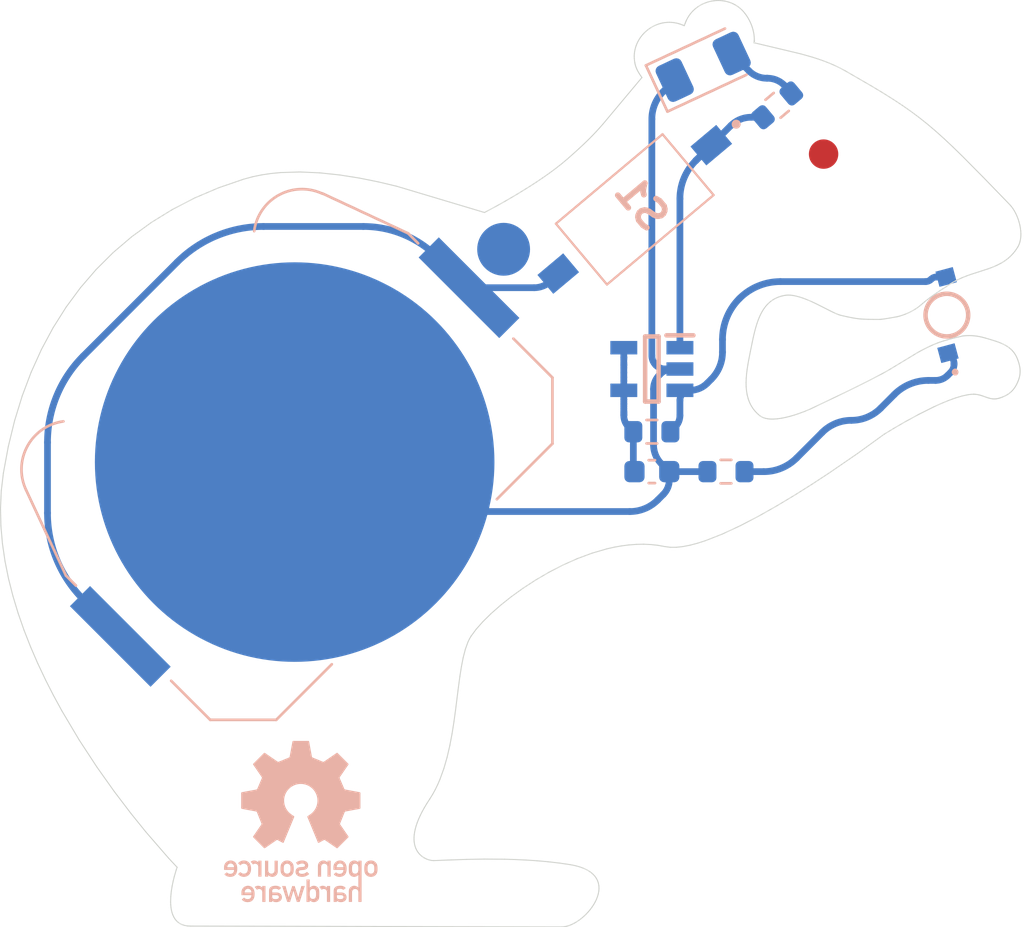
<source format=kicad_pcb>
(kicad_pcb (version 20211014) (generator pcbnew)
  (layers (0 "F.Cu" signal) (31 "B.Cu" signal) (34 "B.Paste" user) (35 "F.Paste" user) (36 "B.SilkS" user "B.Silkscreen") (37 "F.SilkS" user "F.Silkscreen") (38 "B.Mask" user) (39 "F.Mask" user) (44 "Edge.Cuts" user))
  (net 0 "")
  (net 1 "+3V0")
  (net 2 "GND")
  (net 3 "Net-(C1-Pad1)")
  (net 4 "Net-(D2-Pad1)")
  (net 5 "Net-(D2-Pad2)")
  (net 6 "Net-(BT1-Pad1)")
  (net 7 "Net-(D1-Pad2)")
  (footprint "Resistor_SMD:R_0603_1608Metric" (layer "B.Cu") (at 167.132 106.426)
    (fp_text reference "R2" hide)
    (fp_text value "220" hide)
  )
  (footprint "Resistor_SMD:R_0603_1608Metric" (layer "B.Cu") (at 163.83 104.648 180)
    (fp_text reference "R1" hide)
    (fp_text value "1k" hide)
  )
  (footprint "Resistor_SMD:R_0603_1608Metric" (layer "B.Cu") (at 169.41128 90.108493 -140)
    (fp_text reference "R3" hide)
    (fp_text value "220" hide)
  )
  (footprint "RoundLED:LOP47KK2M1240R18Z" (layer "B.Cu") (at 176.98 99.45 105)
    (fp_text reference "D2" hide)
    (fp_text value "LED" hide)
  )
  (footprint "DS04-254-2-01BK-SMT:DS04254201BKSMT" (layer "B.Cu") (at 163.068 94.742 -50)
    (fp_text reference "S1")
    (fp_text value "DS04-254-2-01BK-SMT" hide)
  )
  (footprint "MIC1555YM5-TR:SOT95P280X145-5N" (layer "B.Cu") (at 163.83 101.854 180)
    (fp_text reference "IC1" hide)
    (fp_text value "MIC1555YM5-TR" hide)
  )
  (footprint "Battery:BatteryHolder_Keystone_3034_1x20mm" (layer "B.Cu") (at 147.916864 106.000116 45)
    (fp_text reference "BT1" hide)
    (fp_text value "3V" hide)
  )
  (footprint "LED_SMD:LED_1206_3216Metric" (layer "B.Cu") (at 166.116 88.392 25)
    (fp_text reference "D1" hide)
    (fp_text value "LED" hide)
  )
  (footprint "Capacitor_SMD:C_0603_1608Metric" (layer "B.Cu") (at 163.83 106.426)
    (fp_text reference "C1" hide)
    (fp_text value "10u" hide)
  )
  (gr_poly (pts (xy 171.513699 91.626009) (xy 171.546955 91.628538) (xy 171.579727 91.632702) (xy 171.611975 91.638461) (xy 171.643656 91.645773) (xy 171.674731 91.654597) (xy 171.705158 91.664893) (xy 171.734895 91.676618) (xy 171.763903 91.689732) (xy 171.792138 91.704193) (xy 171.819561 91.719961) (xy 171.84613 91.736994) (xy 171.871804 91.755251) (xy 171.896542 91.774691) (xy 171.920303 91.795274) (xy 171.943045 91.816956) (xy 171.964728 91.839699) (xy 171.98531 91.863459) (xy 172.00475 91.888197) (xy 172.023007 91.913871) (xy 172.040041 91.94044) (xy 172.055808 91.967863) (xy 172.07027 91.996099) (xy 172.083384 92.025106) (xy 172.095109 92.054843) (xy 172.105404 92.08527) (xy 172.114228 92.116345) (xy 172.12154 92.148027) (xy 172.127299 92.180274) (xy 172.131464 92.213047) (xy 172.133992 92.246303) (xy 172.134844 92.280001) (xy 172.133992 92.313699) (xy 172.131464 92.346955) (xy 172.127299 92.379727) (xy 172.12154 92.411975) (xy 172.114228 92.443656) (xy 172.105404 92.474731) (xy 172.095109 92.505158) (xy 172.083384 92.534895) (xy 172.07027 92.563903) (xy 172.055808 92.592138) (xy 172.040041 92.619561) (xy 172.023007 92.64613) (xy 172.00475 92.671804) (xy 171.98531 92.696542) (xy 171.964728 92.720303) (xy 171.943045 92.743045) (xy 171.920303 92.764728) (xy 171.896542 92.78531) (xy 171.871804 92.80475) (xy 171.84613 92.823007) (xy 171.819561 92.840041) (xy 171.792138 92.855808) (xy 171.763903 92.87027) (xy 171.734895 92.883384) (xy 171.705158 92.895109) (xy 171.674731 92.905404) (xy 171.643656 92.914228) (xy 171.611975 92.92154) (xy 171.579727 92.927299) (xy 171.546955 92.931464) (xy 171.513699 92.933992) (xy 171.480001 92.934844) (xy 171.446303 92.933992) (xy 171.413047 92.931464) (xy 171.380274 92.927299) (xy 171.348027 92.92154) (xy 171.316345 92.914228) (xy 171.28527 92.905404) (xy 171.254843 92.895109) (xy 171.225106 92.883384) (xy 171.196099 92.87027) (xy 171.167863 92.855808) (xy 171.14044 92.840041) (xy 171.113871 92.823007) (xy 171.088197 92.80475) (xy 171.063459 92.78531) (xy 171.039699 92.764728) (xy 171.016956 92.743045) (xy 170.995274 92.720303) (xy 170.974691 92.696542) (xy 170.955251 92.671804) (xy 170.936994 92.64613) (xy 170.919961 92.619561) (xy 170.904193 92.592138) (xy 170.889732 92.563903) (xy 170.876618 92.534895) (xy 170.864893 92.505158) (xy 170.854597 92.474731) (xy 170.845773 92.443656) (xy 170.838461 92.411975) (xy 170.832702 92.379727) (xy 170.828538 92.346955) (xy 170.826009 92.313699) (xy 170.825157 92.280001) (xy 170.826009 92.246303) (xy 170.828538 92.213047) (xy 170.832702 92.180274) (xy 170.838461 92.148027) (xy 170.845773 92.116345) (xy 170.854597 92.08527) (xy 170.864893 92.054843) (xy 170.876618 92.025106) (xy 170.889732 91.996099) (xy 170.904193 91.967863) (xy 170.919961 91.94044) (xy 170.936994 91.913871) (xy 170.955251 91.888197) (xy 170.974691 91.863459) (xy 170.995274 91.839699) (xy 171.016956 91.816956) (xy 171.039699 91.795274) (xy 171.063459 91.774691) (xy 171.088197 91.755251) (xy 171.113871 91.736994) (xy 171.14044 91.719961) (xy 171.167863 91.704193) (xy 171.196099 91.689732) (xy 171.225106 91.676618) (xy 171.254843 91.664893) (xy 171.28527 91.654597) (xy 171.316345 91.645773) (xy 171.348027 91.638461) (xy 171.380274 91.632702) (xy 171.413047 91.628538) (xy 171.446303 91.626009) (xy 171.480001 91.625157)) (layer "F.Cu") (width 0) (fill solid))
  (gr_circle (center 157.226 96.52) (end 158.303631 96.52) (layer "B.Cu") (width 0.2) (fill solid))
  (gr_poly (pts (xy 145.641822 123.749528) (xy 145.631877 123.749978) (xy 145.622063 123.750721) (xy 145.612381 123.751751) (xy 145.593415 123.754648) (xy 145.574981 123.758621) (xy 145.55708 123.763624) (xy 145.539717 123.769609) (xy 145.522892 123.776529) (xy 145.506608 123.784337) (xy 145.490868 123.792985) (xy 145.475675 123.802426) (xy 145.461029 123.812613) (xy 145.446935 123.823499) (xy 145.433394 123.835036) (xy 145.420408 123.847177) (xy 145.40798 123.859875) (xy 145.396113 123.873083) (xy 145.501524 123.967262) (xy 145.508282 123.959244) (xy 145.515395 123.951549) (xy 145.522851 123.944205) (xy 145.53064 123.937238) (xy 145.538752 123.930674) (xy 145.547175 123.924541) (xy 145.555899 123.918865) (xy 145.564914 123.913673) (xy 145.574209 123.908992) (xy 145.583773 123.904848) (xy 145.593596 123.901268) (xy 145.603668 123.89828) (xy 145.613977 123.895908) (xy 145.624513 123.894182) (xy 145.635265 123.893126) (xy 145.646224 123.892768) (xy 145.667536 123.893548) (xy 145.687698 123.89591) (xy 145.697338 123.897696) (xy 145.706678 123.899891) (xy 145.715715 123.902498) (xy 145.724446 123.905524) (xy 145.732865 123.908971) (xy 145.740969 123.912845) (xy 145.748755 123.917149) (xy 145.756218 123.921889) (xy 145.763355 123.927067) (xy 145.770162 123.93269) (xy 145.776634 123.938761) (xy 145.782769 123.945285) (xy 145.788561 123.952265) (xy 145.794008 123.959707) (xy 145.799106 123.967614) (xy 145.80385 123.975992) (xy 145.808237 123.984844) (xy 145.812262 123.994174) (xy 145.815922 124.003988) (xy 145.819214 124.01429) (xy 145.822133 124.025084) (xy 145.824675 124.036373) (xy 145.826837 124.048164) (xy 145.828614 124.060459) (xy 145.831 124.086583) (xy 145.831802 124.11478) (xy 145.831601 124.129021) (xy 145.831 124.142747) (xy 145.830002 124.155963) (xy 145.828612 124.168672) (xy 145.826834 124.180878) (xy 145.824672 124.192587) (xy 145.822128 124.203801) (xy 145.819208 124.214525) (xy 145.815916 124.224763) (xy 145.812254 124.23452) (xy 145.808227 124.243798) (xy 145.803839 124.252603) (xy 145.799094 124.260939) (xy 145.793995 124.268809) (xy 145.788547 124.276218) (xy 145.782754 124.283169) (xy 145.776618 124.289667) (xy 145.770145 124.295717) (xy 145.763338 124.301321) (xy 145.756201 124.306485) (xy 145.748737 124.311212) (xy 145.740951 124.315506) (xy 145.732847 124.319372) (xy 145.724429 124.322814) (xy 145.715699 124.325835) (xy 145.706663 124.32844) (xy 145.697325 124.330633) (xy 145.687687 124.332418) (xy 145.677754 124.3338) (xy 145.66753 124.334781) (xy 145.657019 124.335367) (xy 145.646224 124.335562) (xy 145.64072 124.335472) (xy 145.635266 124.335204) (xy 145.629864 124.334761) (xy 145.624514 124.334148) (xy 145.61398 124.332421) (xy 145.603673 124.33005) (xy 145.593604 124.327061) (xy 145.583784 124.323481) (xy 145.574222 124.319338) (xy 145.564929 124.314656) (xy 145.555916 124.309464) (xy 145.547192 124.303788) (xy 145.538769 124.297655) (xy 145.530657 124.291092) (xy 145.522866 124.284125) (xy 145.515406 124.27678) (xy 145.508289 124.269086) (xy 145.501524 124.261068) (xy 145.396113 124.355246) (xy 145.407974 124.368433) (xy 145.420395 124.381114) (xy 145.433376 124.393241) (xy 145.446913 124.404767) (xy 145.461004 124.415644) (xy 145.475647 124.425825) (xy 145.49084 124.435262) (xy 145.506579 124.443908) (xy 145.522863 124.451714) (xy 145.539689 124.458634) (xy 145.557055 124.46462) (xy 145.574958 124.469624) (xy 145.593397 124.473599) (xy 145.612368 124.476497) (xy 145.63187 124.478271) (xy 145.6519 124.478873) (xy 145.682626 124.477642) (xy 145.712997 124.473898) (xy 145.742788 124.467565) (xy 145.771775 124.458567) (xy 145.785896 124.453044) (xy 145.799733 124.446826) (xy 145.813255 124.439903) (xy 145.826437 124.432266) (xy 145.839248 124.423905) (xy 145.851663 124.41481) (xy 145.863651 124.404973) (xy 145.875186 124.394383) (xy 145.88624 124.383031) (xy 145.896783 124.370907) (xy 145.906789 124.358001) (xy 145.916229 124.344305) (xy 145.925075 124.329809) (xy 145.933299 124.314502) (xy 145.940873 124.298376) (xy 145.947768 124.281421) (xy 145.953958 124.263627) (xy 145.959413 124.244984) (xy 145.964106 124.225484) (xy 145.968009 124.205116) (xy 145.971093 124.183872) (xy 145.973331 124.16174) (xy 145.974694 124.138713) (xy 145.975154 124.11478) (xy 145.974694 124.090735) (xy 145.973331 124.067602) (xy 145.971093 124.045371) (xy 145.968009 124.024034) (xy 145.964106 124.003579) (xy 145.959413 123.983998) (xy 145.953958 123.96528) (xy 145.947768 123.947415) (xy 145.940873 123.930395) (xy 145.933299 123.914208) (xy 145.925075 123.898846) (xy 145.916229 123.884299) (xy 145.906789 123.870556) (xy 145.896783 123.857609) (xy 145.88624 123.845447) (xy 145.875186 123.83406) (xy 145.863651 123.823439) (xy 145.851663 123.813574) (xy 145.839248 123.804456) (xy 145.826437 123.796074) (xy 145.813255 123.788418) (xy 145.799733 123.78148) (xy 145.785896 123.775248) (xy 145.771775 123.769714) (xy 145.757396 123.764868) (xy 145.742788 123.760699) (xy 145.727979 123.757199) (xy 145.712997 123.754357) (xy 145.69787 123.752164) (xy 145.682626 123.750609) (xy 145.6519 123.749377)) (layer "B.SilkS") (width 0) (fill solid))
  (gr_poly (pts (xy 146.274032 124.875239) (xy 146.263568 124.875966) (xy 146.253317 124.877161) (xy 146.243271 124.878814) (xy 146.233421 124.880912) (xy 146.223759 124.883441) (xy 146.214278 124.886391) (xy 146.204969 124.889748) (xy 146.195825 124.893501) (xy 146.186836 124.897636) (xy 146.177995 124.902143) (xy 146.169295 124.907007) (xy 146.160726 124.912218) (xy 146.152281 124.917762) (xy 146.143951 124.923628) (xy 146.135729 124.929803) (xy 146.23975 125.053509) (xy 146.245965 125.048934) (xy 146.251982 125.044715) (xy 146.257833 125.040843) (xy 146.263552 125.03731) (xy 146.269172 125.034107) (xy 146.274726 125.031226) (xy 146.280247 125.028659) (xy 146.285768 125.026398) (xy 146.291323 125.024433) (xy 146.296945 125.022758) (xy 146.302666 125.021363) (xy 146.30852 125.020241) (xy 146.314541 125.019382) (xy 146.32076 125.018779) (xy 146.327212 125.018423) (xy 146.333929 125.018306) (xy 146.347081 125.018838) (xy 146.360099 125.020445) (xy 146.372885 125.023149) (xy 146.385339 125.026969) (xy 146.391411 125.029304) (xy 146.397364 125.031926) (xy 146.403184 125.034837) (xy 146.40886 125.03804) (xy 146.414379 125.041538) (xy 146.41973 125.045332) (xy 146.424898 125.049426) (xy 146.429873 125.053822) (xy 146.434642 125.058522) (xy 146.439193 125.063529) (xy 146.443513 125.068846) (xy 146.44759 125.074475) (xy 146.451412 125.080419) (xy 146.454966 125.08668) (xy 146.45824 125.093261) (xy 146.461222 125.100164) (xy 146.463899 125.107391) (xy 146.466259 125.114946) (xy 146.46829 125.122831) (xy 146.469979 125.131049) (xy 146.471314 125.139601) (xy 146.472283 125.148491) (xy 146.472874 125.157721) (xy 146.473073 125.167293) (xy 146.473073 125.596037) (xy 146.616385 125.596037) (xy 146.616385 124.883447) (xy 146.473073 124.883447) (xy 146.473073 124.95933) (xy 146.470216 124.95933) (xy 146.461556 124.949122) (xy 146.452447 124.939572) (xy 146.442902 124.930679) (xy 146.432932 124.922445) (xy 146.422551 124.914868) (xy 146.41177 124.90795) (xy 146.400602 124.90169) (xy 146.38906 124.896088) (xy 146.377155 124.891145) (xy 146.3649 124.886861) (xy 146.352308 124.883236) (xy 146.33939 124.880269) (xy 146.32616 124.877962) (xy 146.312629 124.876313) (xy 146.298811 124.875324) (xy 146.284717 124.874994)) (layer "B.SilkS") (width 0) (fill solid))
  (gr_poly (pts (xy 149.154895 124.875239) (xy 149.144421 124.875966) (xy 149.134163 124.877161) (xy 149.124113 124.878814) (xy 149.114261 124.880912) (xy 149.1046 124.883441) (xy 149.095121 124.886391) (xy 149.085815 124.889748) (xy 149.076675 124.893501) (xy 149.067691 124.897636) (xy 149.058855 124.902143) (xy 149.050159 124.907007) (xy 149.041595 124.912218) (xy 149.033153 124.917762) (xy 149.024826 124.923628) (xy 149.016605 124.929803) (xy 149.120586 125.053509) (xy 149.126802 125.048934) (xy 149.132819 125.044715) (xy 149.138672 125.040843) (xy 149.144393 125.03731) (xy 149.150016 125.034107) (xy 149.155572 125.031226) (xy 149.161095 125.028659) (xy 149.166619 125.026398) (xy 149.172176 125.024433) (xy 149.177798 125.022758) (xy 149.18352 125.021363) (xy 149.189373 125.020241) (xy 149.195391 125.019382) (xy 149.201607 125.018779) (xy 149.208054 125.018423) (xy 149.214765 125.018306) (xy 149.227911 125.018838) (xy 149.240925 125.020445) (xy 149.25371 125.023149) (xy 149.266165 125.026969) (xy 149.272238 125.029304) (xy 149.278191 125.031926) (xy 149.284013 125.034837) (xy 149.289691 125.03804) (xy 149.295213 125.041538) (xy 149.300565 125.045332) (xy 149.305737 125.049426) (xy 149.310714 125.053822) (xy 149.315486 125.058522) (xy 149.32004 125.063529) (xy 149.324363 125.068846) (xy 149.328443 125.074475) (xy 149.332267 125.080419) (xy 149.335824 125.08668) (xy 149.339101 125.093261) (xy 149.342085 125.100164) (xy 149.344765 125.107391) (xy 149.347127 125.114946) (xy 149.34916 125.122831) (xy 149.350851 125.131049) (xy 149.352188 125.139601) (xy 149.353158 125.148491) (xy 149.353749 125.157721) (xy 149.353949 125.167293) (xy 149.353949 125.596037) (xy 149.4973 125.596037) (xy 149.4973 124.883447) (xy 149.353949 124.883447) (xy 149.353949 124.95933) (xy 149.351131 124.95933) (xy 149.342471 124.949122) (xy 149.333361 124.939572) (xy 149.323814 124.930679) (xy 149.313842 124.922445) (xy 149.303457 124.914868) (xy 149.292673 124.90795) (xy 149.281502 124.90169) (xy 149.269955 124.896088) (xy 149.258047 124.891145) (xy 149.245788 124.886861) (xy 149.233193 124.883236) (xy 149.220272 124.880269) (xy 149.207039 124.877962) (xy 149.193507 124.876313) (xy 149.179687 124.875324) (xy 149.165592 124.874994)) (layer "B.SilkS") (width 0) (fill solid))
  (gr_poly (pts (xy 145.051189 123.749717) (xy 145.036648 123.750732) (xy 145.022272 123.752412) (xy 145.008082 123.754749) (xy 144.994099 123.757733) (xy 144.980344 123.761355) (xy 144.966838 123.765607) (xy 144.953602 123.77048) (xy 144.940658 123.775964) (xy 144.928027 123.782051) (xy 144.91573 123.788731) (xy 144.903788 123.795996) (xy 144.892222 123.803837) (xy 144.881054 123.812244) (xy 144.870304 123.821208) (xy 144.859994 123.830721) (xy 144.850145 123.840774) (xy 144.840778 123.851358) (xy 144.831914 123.862463) (xy 144.823575 123.874081) (xy 144.815781 123.886202) (xy 144.808554 123.898818) (xy 144.801914 123.91192) (xy 144.795884 123.925498) (xy 144.790484 123.939545) (xy 144.785735 123.954049) (xy 144.781659 123.969004) (xy 144.778277 123.984399) (xy 144.775609 124.000226) (xy 144.773677 124.016476) (xy 144.772503 124.03314) (xy 144.772106 124.050208) (xy 144.772106 124.168278) (xy 145.216249 124.168278) (xy 145.216041 124.179048) (xy 145.215421 124.18948) (xy 145.214397 124.199574) (xy 145.212979 124.209329) (xy 145.211174 124.218746) (xy 145.208989 124.227824) (xy 145.206435 124.236562) (xy 145.203518 124.244962) (xy 145.200247 124.253021) (xy 145.196631 124.26074) (xy 145.192676 124.268119) (xy 145.188393 124.275158) (xy 145.183788 124.281855) (xy 145.17887 124.288212) (xy 145.173647 124.294228) (xy 145.168128 124.299901) (xy 145.16232 124.305233) (xy 145.156233 124.310223) (xy 145.149873 124.314871) (xy 145.143249 124.319176) (xy 145.136371 124.323138) (xy 145.129244 124.326756) (xy 145.121879 124.330032) (xy 145.114283 124.332964) (xy 145.106464 124.335551) (xy 145.098431 124.337795) (xy 145.090191 124.339694) (xy 145.081754 124.341249) (xy 145.073126 124.342458) (xy 145.064318 124.343322) (xy 145.055335 124.343841) (xy 145.046188 124.344014) (xy 145.035868 124.343719) (xy 145.02548 124.342841) (xy 145.015057 124.34139) (xy 145.004628 124.339377) (xy 144.994224 124.336812) (xy 144.983876 124.333705) (xy 144.973614 124.330066) (xy 144.96347 124.325907) (xy 144.953473 124.321237) (xy 144.943655 124.316067) (xy 144.934046 124.310406) (xy 144.924678 124.304266) (xy 144.915579 124.297657) (xy 144.906783 124.290589) (xy 144.898318 124.283072) (xy 144.890216 124.275117) (xy 144.786195 124.36362) (xy 144.799603 124.378348) (xy 144.813483 124.391977) (xy 144.82781 124.404527) (xy 144.842558 124.416019) (xy 144.857704 124.426473) (xy 144.873221 124.43591) (xy 144.889086 124.444351) (xy 144.905272 124.451816) (xy 144.921756 124.458325) (xy 144.938512 124.4639) (xy 144.955516 124.468561) (xy 144.972742 124.472328) (xy 144.990165 124.475222) (xy 145.007761 124.477264) (xy 145.025504 124.478474) (xy 145.04337 124.478873) (xy 145.071017 124.478011) (xy 145.098938 124.47528) (xy 145.12685 124.470456) (xy 145.154469 124.463317) (xy 145.181511 124.453641) (xy 145.194727 124.447783) (xy 145.207692 124.441207) (xy 145.22037 124.433886) (xy 145.232727 124.425791) (xy 145.244727 124.416896) (xy 145.256333 124.407172) (xy 145.267511 124.396592) (xy 145.278226 124.385128) (xy 145.288441 124.372752) (xy 145.298121 124.359436) (xy 145.307231 124.345153) (xy 145.315735 124.329875) (xy 145.323598 124.313574) (xy 145.330783 124.296222) (xy 145.337256 124.277791) (xy 145.342982 124.258255) (xy 145.347924 124.237584) (xy 145.352047 124.215751) (xy 145.355315 124.192729) (xy 145.357694 124.16849) (xy 145.359147 124.143005) (xy 145.35964 124.116248) (xy 145.359188 124.090837) (xy 145.357855 124.066503) (xy 145.35633 124.050248) (xy 145.21625 124.050248) (xy 144.915497 124.050248) (xy 144.916063 124.040243) (xy 144.91696 124.030537) (xy 144.91818 124.02113) (xy 144.919719 124.012024) (xy 144.921569 124.003221) (xy 144.923725 123.99472) (xy 144.926179 123.986525) (xy 144.928926 123.978636) (xy 144.931958 123.971053) (xy 144.93527 123.96378) (xy 144.938855 123.956816) (xy 144.942707 123.950163) (xy 144.946819 123.943822) (xy 144.951185 123.937795) (xy 144.955798 123.932083) (xy 144.960652 123.926687) (xy 144.965741 123.921608) (xy 144.971058 123.916847) (xy 144.976597 123.912407) (xy 144.982352 123.908287) (xy 144.988315 123.90449) (xy 144.994481 123.901016) (xy 145.000844 123.897868) (xy 145.007396 123.895045) (xy 145.014131 123.89255) (xy 145.021043 123.890383) (xy 145.028126 123.888546) (xy 145.035373 123.887041) (xy 145.042778 123.885868) (xy 145.050334 123.885028) (xy 145.058035 123.884523) (xy 145.065874 123.884355) (xy 145.073717 123.884523) (xy 145.08143 123.885028) (xy 145.089005 123.885868) (xy 145.096435 123.887041) (xy 145.103712 123.888546) (xy 145.11083 123.890383) (xy 145.117781 123.89255) (xy 145.124558 123.895045) (xy 145.131154 123.897868) (xy 145.137562 123.901016) (xy 145.143774 123.90449) (xy 145.149783 123.908287) (xy 145.155582 123.912406) (xy 145.161163 123.916847) (xy 145.16652 123.921607) (xy 145.171646 123.926686) (xy 145.176532 123.932083) (xy 145.181172 123.937795) (xy 145.185559 123.943822) (xy 145.189686 123.950163) (xy 145.193544 123.956815) (xy 145.197128 123.963779) (xy 145.200429 123.971053) (xy 145.203441 123.978635) (xy 145.206156 123.986525) (xy 145.208568 123.99472) (xy 145.210668 124.00322) (xy 145.21245 124.012024) (xy 145.213906 124.02113) (xy 145.21503 124.030537) (xy 145.215813 124.040243) (xy 145.21625 124.050248) (xy 145.35633 124.050248) (xy 145.355672 124.043228) (xy 145.35267 124.020995) (xy 145.348883 123.999786) (xy 145.344341 123.979583) (xy 145.339077 123.960368) (xy 145.333122 123.942124) (xy 145.326508 123.924833) (xy 145.319268 123.908478) (xy 145.311432 123.89304) (xy 145.303033 123.878501) (xy 145.294103 123.864845) (xy 145.284674 123.852052) (xy 145.274777 123.840107) (xy 145.264445 123.82899) (xy 145.253708 123.818685) (xy 145.2426 123.809172) (xy 145.231151 123.800436) (xy 145.219395 123.792457) (xy 145.207362 123.785219) (xy 145.195084 123.778703) (xy 145.182594 123.772891) (xy 145.169923 123.767767) (xy 145.157104 123.763312) (xy 145.144167 123.759509) (xy 145.131145 123.756339) (xy 145.11807 123.753785) (xy 145.091887 123.750455) (xy 145.065873 123.749377)) (layer "B.SilkS") (width 0) (fill solid))
  (gr_poly (pts (xy 147.021911 124.182289) (xy 147.021735 124.191259) (xy 147.021213 124.199987) (xy 147.02035 124.208472) (xy 147.019155 124.21671) (xy 147.017635 124.224698) (xy 147.015796 124.232433) (xy 147.013647 124.239913) (xy 147.011194 124.247135) (xy 147.008444 124.254095) (xy 147.005406 124.260791) (xy 147.002085 124.267221) (xy 146.99849 124.27338) (xy 146.994627 124.279267) (xy 146.990503 124.284879) (xy 146.986127 124.290212) (xy 146.981504 124.295264) (xy 146.976643 124.300031) (xy 146.971551 124.304512) (xy 146.966234 124.308704) (xy 146.9607 124.312602) (xy 146.954956 124.316205) (xy 146.94901 124.31951) (xy 146.942868 124.322514) (xy 146.936538 124.325213) (xy 146.930027 124.327606) (xy 146.923342 124.329689) (xy 146.916491 124.331459) (xy 146.90948 124.332914) (xy 146.902317 124.334051) (xy 146.89501 124.334866) (xy 146.887565 124.335357) (xy 146.879989 124.335522) (xy 146.872532 124.335357) (xy 146.865198 124.334866) (xy 146.857995 124.334051) (xy 146.85093 124.332914) (xy 146.84401 124.331459) (xy 146.837243 124.329689) (xy 146.830636 124.327606) (xy 146.824197 124.325213) (xy 146.817933 124.322514) (xy 146.811852 124.31951) (xy 146.805961 124.316205) (xy 146.800268 124.312602) (xy 146.794779 124.308704) (xy 146.789504 124.304512) (xy 146.784448 124.300031) (xy 146.779619 124.295264) (xy 146.775026 124.290212) (xy 146.770674 124.284879) (xy 146.766573 124.279267) (xy 146.762729 124.27338) (xy 146.759149 124.267221) (xy 146.755842 124.260791) (xy 146.752814 124.254095) (xy 146.750073 124.247135) (xy 146.747627 124.239913) (xy 146.745483 124.232433) (xy 146.743648 124.224698) (xy 146.74213 124.21671) (xy 146.740936 124.208472) (xy 146.740074 124.199987) (xy 146.739552 124.191259) (xy 146.739376 124.182289) (xy 146.739376 123.75783) (xy 146.596065 123.75783) (xy 146.596065 124.470499) (xy 146.739376 124.470499) (xy 146.739376 124.394537) (xy 146.742154 124.394537) (xy 146.750814 124.404745) (xy 146.759923 124.414296) (xy 146.769466 124.423188) (xy 146.779427 124.431423) (xy 146.789792 124.438999) (xy 146.800547 124.445917) (xy 146.811677 124.452177) (xy 146.823166 124.457779) (xy 146.835001 124.462722) (xy 146.847166 124.467006) (xy 146.859646 124.470631) (xy 146.872427 124.473598) (xy 146.885494 124.475905) (xy 146.898833 124.477554) (xy 146.912428 124.478543) (xy 146.926264 124.478873) (xy 146.936842 124.478622) (xy 146.947477 124.47787) (xy 146.968813 124.474873) (xy 146.990068 124.469896) (xy 147.0006 124.466669) (xy 147.011035 124.462953) (xy 147.021346 124.458749) (xy 147.031508 124.454058) (xy 147.041496 124.448884) (xy 147.051282 124.443227) (xy 147.060842 124.437089) (xy 147.07015 124.430472) (xy 147.07918 124.423378) (xy 147.087907 124.415809) (xy 147.096304 124.407767) (xy 147.104346 124.399253) (xy 147.112007 124.390269) (xy 147.119261 124.380817) (xy 147.126083 124.370899) (xy 147.132447 124.360516) (xy 147.138327 124.349671) (xy 147.143697 124.338364) (xy 147.148532 124.326599) (xy 147.152806 124.314377) (xy 147.156493 124.301699) (xy 147.159567 124.288567) (xy 147.162003 124.274984) (xy 147.163775 124.26095) (xy 147.164857 124.246469) (xy 147.165223 124.231541) (xy 147.165223 123.75783) (xy 147.021911 123.75783)) (layer "B.SilkS") (width 0) (fill solid))
  (gr_poly (pts (xy 149.923537 123.749717) (xy 149.908991 123.750732) (xy 149.89461 123.752412) (xy 149.880416 123.754749) (xy 149.86643 123.757733) (xy 149.852673 123.761355) (xy 149.839166 123.765607) (xy 149.82593 123.77048) (xy 149.812987 123.775964) (xy 149.800356 123.782051) (xy 149.788061 123.788731) (xy 149.776121 123.795996) (xy 149.764558 123.803837) (xy 149.753392 123.812244) (xy 149.742646 123.821208) (xy 149.732339 123.830721) (xy 149.722494 123.840774) (xy 149.713131 123.851358) (xy 149.704271 123.862463) (xy 149.695936 123.874081) (xy 149.688146 123.886202) (xy 149.680923 123.898818) (xy 149.674288 123.91192) (xy 149.668262 123.925498) (xy 149.662865 123.939545) (xy 149.65812 123.954049) (xy 149.654046 123.969004) (xy 149.650666 123.984399) (xy 149.648001 124.000226) (xy 149.646071 124.016476) (xy 149.644897 124.03314) (xy 149.644501 124.050208) (xy 149.644501 124.168278) (xy 150.088644 124.168278) (xy 150.088435 124.179048) (xy 150.087815 124.18948) (xy 150.086791 124.199574) (xy 150.085372 124.209329) (xy 150.083566 124.218746) (xy 150.081381 124.227824) (xy 150.078825 124.236562) (xy 150.075907 124.244962) (xy 150.072635 124.253021) (xy 150.069016 124.26074) (xy 150.06506 124.268119) (xy 150.060775 124.275158) (xy 150.056168 124.281855) (xy 150.051249 124.288212) (xy 150.046024 124.294228) (xy 150.040503 124.299901) (xy 150.034694 124.305233) (xy 150.028604 124.310223) (xy 150.022243 124.314871) (xy 150.015617 124.319176) (xy 150.008737 124.323138) (xy 150.001609 124.326756) (xy 149.994242 124.330032) (xy 149.986645 124.332964) (xy 149.978824 124.335551) (xy 149.97079 124.337795) (xy 149.96255 124.339694) (xy 149.954111 124.341249) (xy 149.945483 124.342458) (xy 149.936674 124.343322) (xy 149.927691 124.343841) (xy 149.918543 124.344014) (xy 149.908223 124.343719) (xy 149.897834 124.342841) (xy 149.887409 124.34139) (xy 149.876977 124.339377) (xy 149.866571 124.336812) (xy 149.85622 124.333705) (xy 149.845956 124.330066) (xy 149.83581 124.325907) (xy 149.825812 124.321237) (xy 149.815993 124.316067) (xy 149.806384 124.310406) (xy 149.797016 124.304266) (xy 149.78792 124.297657) (xy 149.779127 124.290589) (xy 149.770667 124.283072) (xy 149.762572 124.275117) (xy 149.658551 124.36362) (xy 149.671972 124.378348) (xy 149.685861 124.391977) (xy 149.700195 124.404527) (xy 149.714948 124.416019) (xy 149.730096 124.426473) (xy 149.745614 124.43591) (xy 149.761478 124.444351) (xy 149.777663 124.451816) (xy 149.794145 124.458325) (xy 149.810899 124.4639) (xy 149.8279 124.468561) (xy 149.845125 124.472328) (xy 149.862549 124.475222) (xy 149.880146 124.477264) (xy 149.897893 124.478474) (xy 149.915765 124.478873) (xy 149.943405 124.478011) (xy 149.97132 124.47528) (xy 149.999227 124.470456) (xy 150.026841 124.463317) (xy 150.053879 124.453641) (xy 150.067093 124.447783) (xy 150.080057 124.441207) (xy 150.092734 124.433886) (xy 150.10509 124.425791) (xy 150.117088 124.416896) (xy 150.128694 124.407172) (xy 150.139871 124.396592) (xy 150.150585 124.385128) (xy 150.160799 124.372752) (xy 150.170479 124.359436) (xy 150.179588 124.345153) (xy 150.188092 124.329875) (xy 150.195954 124.313574) (xy 150.203139 124.296222) (xy 150.209612 124.277791) (xy 150.215338 124.258255) (xy 150.220279 124.237584) (xy 150.224402 124.215751) (xy 150.227671 124.192729) (xy 150.23005 124.16849) (xy 150.231503 124.143005) (xy 150.231995 124.116248) (xy 150.231544 124.090837) (xy 150.23021 124.066503) (xy 150.228685 124.050248) (xy 150.088644 124.050248) (xy 149.787852 124.050248) (xy 149.788415 124.040243) (xy 149.789308 124.030537) (xy 149.790526 124.02113) (xy 149.792063 124.012024) (xy 149.793911 124.003221) (xy 149.796065 123.99472) (xy 149.798518 123.986525) (xy 149.801264 123.978636) (xy 149.804296 123.971053) (xy 149.807607 123.96378) (xy 149.811192 123.956816) (xy 149.815044 123.950163) (xy 149.819156 123.943822) (xy 149.823523 123.937795) (xy 149.828137 123.932083) (xy 149.832992 123.926687) (xy 149.838082 123.921608) (xy 149.8434 123.916847) (xy 149.84894 123.912407) (xy 149.854696 123.908287) (xy 149.860661 123.90449) (xy 149.866828 123.901016) (xy 149.873191 123.897868) (xy 149.879744 123.895045) (xy 149.886481 123.89255) (xy 149.893394 123.890383) (xy 149.900478 123.888546) (xy 149.907726 123.887041) (xy 149.915131 123.885868) (xy 149.922688 123.885028) (xy 149.930389 123.884523) (xy 149.938228 123.884355) (xy 149.946072 123.884523) (xy 149.953785 123.885028) (xy 149.96136 123.885868) (xy 149.96879 123.887041) (xy 149.976067 123.888546) (xy 149.983185 123.890383) (xy 149.990136 123.89255) (xy 149.996914 123.895045) (xy 150.00351 123.897868) (xy 150.009918 123.901016) (xy 150.01613 123.90449) (xy 150.022139 123.908287) (xy 150.027939 123.912406) (xy 150.033521 123.916847) (xy 150.038879 123.921607) (xy 150.044005 123.926686) (xy 150.048893 123.932083) (xy 150.053534 123.937795) (xy 150.057923 123.943822) (xy 150.06205 123.950163) (xy 150.06591 123.956815) (xy 150.069496 123.963779) (xy 150.072799 123.971053) (xy 150.075813 123.978635) (xy 150.07853 123.986525) (xy 150.080944 123.99472) (xy 150.083046 124.00322) (xy 150.084831 124.012024) (xy 150.08629 124.02113) (xy 150.087417 124.030537) (xy 150.088204 124.040243) (xy 150.088644 124.050248) (xy 150.228685 124.050248) (xy 150.228026 124.043228) (xy 150.225024 124.020995) (xy 150.221236 123.999786) (xy 150.216693 123.979583) (xy 150.211428 123.960368) (xy 150.205472 123.942124) (xy 150.198857 123.924833) (xy 150.191615 123.908478) (xy 150.183778 123.89304) (xy 150.175378 123.878501) (xy 150.166447 123.864845) (xy 150.157016 123.852052) (xy 150.147118 123.840107) (xy 150.136785 123.82899) (xy 150.126048 123.818685) (xy 150.114938 123.809172) (xy 150.103489 123.800436) (xy 150.091732 123.792457) (xy 150.079699 123.785219) (xy 150.067422 123.778703) (xy 150.054932 123.772891) (xy 150.042262 123.767767) (xy 150.029443 123.763312) (xy 150.016507 123.759509) (xy 150.003487 123.756339) (xy 149.990413 123.753785) (xy 149.964235 123.750455) (xy 149.938228 123.749377)) (layer "B.SilkS") (width 0) (fill solid))
  (gr_poly (pts (xy 151.303759 123.749516) (xy 151.293744 123.749925) (xy 151.283984 123.750596) (xy 151.274478 123.751517) (xy 151.265222 123.752682) (xy 151.256213 123.754078) (xy 151.247446 123.755698) (xy 151.23892 123.757531) (xy 151.23063 123.759568) (xy 151.222573 123.761799) (xy 151.214746 123.764215) (xy 151.207146 123.766807) (xy 151.199769 123.769564) (xy 151.192612 123.772478) (xy 151.185671 123.775539) (xy 151.178944 123.778736) (xy 151.166115 123.785505) (xy 151.1541 123.792708) (xy 151.14287 123.800269) (xy 151.1324 123.808112) (xy 151.122662 123.816161) (xy 151.113631 123.824339) (xy 151.105279 123.83257) (xy 151.09758 123.840777) (xy 151.087679 123.852117) (xy 151.078522 123.863564) (xy 151.070092 123.875257) (xy 151.062377 123.887337) (xy 151.055362 123.899944) (xy 151.049032 123.913218) (xy 151.043373 123.927299) (xy 151.038371 123.942328) (xy 151.034011 123.958444) (xy 151.030279 123.975787) (xy 151.02716 123.994498) (xy 151.024641 124.014717) (xy 151.022706 124.036583) (xy 151.021342 124.060238) (xy 151.020534 124.08582) (xy 151.020268 124.113471) (xy 151.020534 124.141353) (xy 151.021342 124.167139) (xy 151.022706 124.190973) (xy 151.024641 124.212994) (xy 151.02716 124.233346) (xy 151.030279 124.252169) (xy 151.034011 124.269606) (xy 151.038371 124.285799) (xy 151.043373 124.300889) (xy 151.049032 124.315018) (xy 151.055362 124.328328) (xy 151.062377 124.34096) (xy 151.070092 124.353057) (xy 151.078522 124.36476) (xy 151.087679 124.376212) (xy 151.09758 124.387553) (xy 151.105279 124.395759) (xy 151.113631 124.403988) (xy 151.122662 124.412162) (xy 151.1324 124.420205) (xy 151.14287 124.428042) (xy 151.1541 124.435597) (xy 151.166115 124.442793) (xy 151.178944 124.449554) (xy 151.192612 124.455805) (xy 151.207146 124.461469) (xy 151.222573 124.46647) (xy 151.23892 124.470732) (xy 151.256213 124.47418) (xy 151.274478 124.476736) (xy 151.293744 124.478326) (xy 151.314035 124.478873) (xy 151.324314 124.478735) (xy 151.334334 124.478326) (xy 151.344096 124.477657) (xy 151.353605 124.476736) (xy 151.362864 124.475574) (xy 151.371876 124.47418) (xy 151.380645 124.472563) (xy 151.389173 124.470732) (xy 151.397465 124.468698) (xy 151.405524 124.46647) (xy 151.413352 124.464057) (xy 151.420954 124.461469) (xy 151.428333 124.458715) (xy 151.435491 124.455805) (xy 151.442433 124.452748) (xy 151.449161 124.449554) (xy 151.461991 124.442793) (xy 151.474008 124.435597) (xy 151.485239 124.428042) (xy 151.49571 124.420205) (xy 151.505447 124.412162) (xy 151.514479 124.403988) (xy 151.522831 124.395759) (xy 151.53053 124.387553) (xy 151.54043 124.376212) (xy 151.549587 124.364762) (xy 151.558014 124.35306) (xy 151.565726 124.340966) (xy 151.572739 124.328336) (xy 151.579065 124.315028) (xy 151.584721 124.300901) (xy 151.589719 124.285814) (xy 151.594076 124.269623) (xy 151.597804 124.252186) (xy 151.600919 124.233363) (xy 151.603436 124.213011) (xy 151.605368 124.190987) (xy 151.60673 124.167151) (xy 151.607536 124.141359) (xy 151.607802 124.113471) (xy 151.464451 124.113471) (xy 151.464349 124.132105) (xy 151.464035 124.149086) (xy 151.463495 124.164537) (xy 151.462713 124.178585) (xy 151.461675 124.191357) (xy 151.460368 124.202977) (xy 151.458776 124.213571) (xy 151.456885 124.223266) (xy 151.454682 124.232187) (xy 151.452151 124.24046) (xy 151.449279 124.24821) (xy 151.44605 124.255564) (xy 151.442451 124.262648) (xy 151.438467 124.269586) (xy 151.434084 124.276505) (xy 151.429288 124.283532) (xy 151.425061 124.288989) (xy 151.420303 124.294256) (xy 151.415043 124.299313) (xy 151.409309 124.304135) (xy 151.403131 124.308701) (xy 151.396536 124.312988) (xy 151.389554 124.316973) (xy 151.382213 124.320635) (xy 151.374543 124.32395) (xy 151.366572 124.326895) (xy 151.358328 124.32945) (xy 151.349841 124.33159) (xy 151.34114 124.333294) (xy 151.332252 124.334539) (xy 151.323208 124.335303) (xy 151.314035 124.335562) (xy 151.304869 124.335302) (xy 151.295831 124.334538) (xy 151.286949 124.333291) (xy 151.278251 124.331585) (xy 151.269768 124.329442) (xy 151.261526 124.326885) (xy 151.253557 124.323937) (xy 151.245887 124.32062) (xy 151.238546 124.316957) (xy 151.231562 124.31297) (xy 151.224965 124.308683) (xy 151.218783 124.304118) (xy 151.213045 124.299298) (xy 151.20778 124.294245) (xy 151.203016 124.288982) (xy 151.200831 124.286279) (xy 151.198783 124.283532) (xy 151.193987 124.276506) (xy 151.189605 124.269589) (xy 151.185623 124.262657) (xy 151.182026 124.255586) (xy 151.178801 124.248253) (xy 151.175932 124.240533) (xy 151.173405 124.232303) (xy 151.171205 124.22344) (xy 151.169318 124.213819) (xy 151.16773 124.203316) (xy 151.166426 124.191808) (xy 151.165391 124.179172) (xy 151.164612 124.165282) (xy 151.164073 124.150016) (xy 151.163659 124.11486) (xy 151.16376 124.096224) (xy 151.164073 124.079242) (xy 151.164612 124.063787) (xy 151.165391 124.049734) (xy 151.166426 124.036958) (xy 151.16773 124.025333) (xy 151.169318 124.014733) (xy 151.171205 124.005034) (xy 151.173405 123.99611) (xy 151.175932 123.987836) (xy 151.178801 123.980085) (xy 151.182026 123.972732) (xy 151.185623 123.965653) (xy 151.189605 123.958721) (xy 151.193987 123.951812) (xy 151.198783 123.944799) (xy 151.203016 123.939342) (xy 151.20778 123.934074) (xy 151.213045 123.929017) (xy 151.218783 123.924195) (xy 151.224965 123.919629) (xy 151.231562 123.915342) (xy 151.238546 123.911357) (xy 151.245887 123.907695) (xy 151.253557 123.904381) (xy 151.261527 123.901435) (xy 151.269768 123.89888) (xy 151.278251 123.89674) (xy 151.286949 123.895036) (xy 151.295831 123.893791) (xy 151.304869 123.893027) (xy 151.314035 123.892768) (xy 151.323208 123.893028) (xy 151.332252 123.893793) (xy 151.34114 123.895039) (xy 151.349841 123.896745) (xy 151.358328 123.898888) (xy 151.366572 123.901445) (xy 151.374543 123.904393) (xy 151.382213 123.90771) (xy 151.389554 123.911373) (xy 151.396536 123.91536) (xy 151.403131 123.919647) (xy 151.409309 123.924212) (xy 151.415043 123.929032) (xy 151.420303 123.934085) (xy 151.425061 123.939348) (xy 151.427243 123.942051) (xy 151.429288 123.944799) (xy 151.434084 123.951811) (xy 151.438467 123.958719) (xy 151.442451 123.965644) (xy 151.44605 123.972711) (xy 151.449279 123.980042) (xy 151.452151 123.987762) (xy 151.454682 123.995994) (xy 151.456885 124.004861) (xy 151.458776 124.014486) (xy 151.460368 124.024994) (xy 151.461675 124.036506) (xy 151.462713 124.049148) (xy 151.463495 124.063042) (xy 151.464035 124.078311) (xy 151.464451 124.113471) (xy 151.607802 124.113471) (xy 151.607536 124.085821) (xy 151.60673 124.060239) (xy 151.605368 124.036587) (xy 151.603436 124.014722) (xy 151.600919 123.994506) (xy 151.597804 123.975797) (xy 151.594076 123.958456) (xy 151.589719 123.942343) (xy 151.584721 123.927316) (xy 151.579065 123.913236) (xy 151.572739 123.899962) (xy 151.565726 123.887354) (xy 151.558014 123.875272) (xy 151.549587 123.863575) (xy 151.54043 123.852124) (xy 151.53053 123.840777) (xy 151.522831 123.83257) (xy 151.514479 123.824339) (xy 151.505447 123.816161) (xy 151.49571 123.808112) (xy 151.485239 123.800269) (xy 151.474008 123.792708) (xy 151.461991 123.785505) (xy 151.449161 123.778736) (xy 151.435491 123.772478) (xy 151.420954 123.766807) (xy 151.405524 123.761799) (xy 151.389173 123.757531) (xy 151.371876 123.754078) (xy 151.353605 123.751518) (xy 151.334334 123.749925) (xy 151.314035 123.749377)) (layer "B.SilkS") (width 0) (fill solid))
  (gr_poly (pts (xy 145.824612 124.875294) (xy 145.810066 124.876309) (xy 145.795686 124.877989) (xy 145.781493 124.880326) (xy 145.767508 124.88331) (xy 145.753752 124.886932) (xy 145.740246 124.891184) (xy 145.727011 124.896056) (xy 145.714069 124.90154) (xy 145.701441 124.907626) (xy 145.689147 124.914305) (xy 145.677209 124.921569) (xy 145.665647 124.929409) (xy 145.654484 124.937814) (xy 145.643739 124.946777) (xy 145.633435 124.956289) (xy 145.623591 124.96634) (xy 145.61423 124.976921) (xy 145.605372 124.988024) (xy 145.597038 124.999639) (xy 145.58925 125.011757) (xy 145.582029 125.02437) (xy 145.575395 125.037468) (xy 145.56937 125.051042) (xy 145.563975 125.065084) (xy 145.559231 125.079584) (xy 145.555159 125.094534) (xy 145.551779 125.109923) (xy 145.549115 125.125745) (xy 145.547185 125.141988) (xy 145.546012 125.158645) (xy 145.545616 125.175706) (xy 145.545616 125.293856) (xy 145.989679 125.293856) (xy 145.989471 125.304619) (xy 145.988851 125.315044) (xy 145.987827 125.325132) (xy 145.986409 125.334881) (xy 145.984604 125.344293) (xy 145.98242 125.353365) (xy 145.979865 125.362099) (xy 145.976948 125.370494) (xy 145.973677 125.378549) (xy 145.970061 125.386265) (xy 145.966106 125.393641) (xy 145.961823 125.400676) (xy 145.957218 125.407371) (xy 145.9523 125.413725) (xy 145.947077 125.419738) (xy 145.941558 125.42541) (xy 145.93575 125.43074) (xy 145.929663 125.435729) (xy 145.923303 125.440375) (xy 145.91668 125.444679) (xy 145.909801 125.44864) (xy 145.902675 125.452258) (xy 145.895309 125.455533) (xy 145.887713 125.458464) (xy 145.879894 125.461051) (xy 145.871861 125.463295) (xy 145.863622 125.465194) (xy 145.855184 125.466748) (xy 145.846557 125.467957) (xy 145.837748 125.468821) (xy 145.828766 125.46934) (xy 145.819618 125.469513) (xy 145.809311 125.469219) (xy 145.798934 125.468343) (xy 145.788517 125.466896) (xy 145.778092 125.464887) (xy 145.767689 125.462327) (xy 145.757341 125.459225) (xy 145.747077 125.455591) (xy 145.73693 125.451436) (xy 145.726929 125.446769) (xy 145.717106 125.4416) (xy 145.707493 125.43594) (xy 145.698119 125.429798) (xy 145.689017 125.423185) (xy 145.680216 125.41611) (xy 145.67175 125.408584) (xy 145.663647 125.400616) (xy 145.559626 125.489198) (xy 145.573047 125.503926) (xy 145.586936 125.517555) (xy 145.60127 125.530105) (xy 145.616022 125.541597) (xy 145.631169 125.552051) (xy 145.646686 125.561488) (xy 145.662549 125.569929) (xy 145.678733 125.577394) (xy 145.695212 125.583903) (xy 145.711964 125.589478) (xy 145.728962 125.594139) (xy 145.746183 125.597906) (xy 145.763602 125.6008) (xy 145.781194 125.602842) (xy 145.798935 125.604052) (xy 145.8168 125.604451) (xy 145.844447 125.60359) (xy 145.872368 125.600858) (xy 145.90028 125.596034) (xy 145.927899 125.588894) (xy 145.954941 125.579217) (xy 145.968157 125.573358) (xy 145.981122 125.566781) (xy 145.9938 125.559458) (xy 146.006157 125.551363) (xy 146.018157 125.542466) (xy 146.029763 125.53274) (xy 146.040942 125.522158) (xy 146.051656 125.510692) (xy 146.061871 125.498313) (xy 146.071551 125.484995) (xy 146.080661 125.470709) (xy 146.089165 125.455427) (xy 146.097028 125.439122) (xy 146.104213 125.421766) (xy 146.110687 125.403331) (xy 146.116412 125.38379) (xy 146.121354 125.363114) (xy 146.125477 125.341276) (xy 146.128746 125.318248) (xy 146.131124 125.294002) (xy 146.132577 125.268511) (xy 146.13307 125.241747) (xy 146.132618 125.216336) (xy 146.131284 125.192002) (xy 146.129758 125.175746) (xy 145.989679 125.175746) (xy 145.688927 125.175746) (xy 145.689486 125.165748) (xy 145.690376 125.156047) (xy 145.691592 125.146646) (xy 145.693126 125.137544) (xy 145.694973 125.128744) (xy 145.697125 125.120247) (xy 145.699577 125.112054) (xy 145.702322 125.104166) (xy 145.705353 125.096585) (xy 145.708664 125.089312) (xy 145.712249 125.082348) (xy 145.716101 125.075695) (xy 145.720214 125.069354) (xy 145.724581 125.063325) (xy 145.729196 125.057612) (xy 145.734052 125.052214) (xy 145.739143 125.047133) (xy 145.744462 125.04237) (xy 145.750004 125.037927) (xy 145.75576 125.033805) (xy 145.761726 125.030006) (xy 145.767895 125.02653) (xy 145.774259 125.023378) (xy 145.780814 125.020553) (xy 145.787551 125.018056) (xy 145.794466 125.015887) (xy 145.801551 125.014049) (xy 145.808799 125.012541) (xy 145.816205 125.011367) (xy 145.823762 125.010526) (xy 145.831464 125.010021) (xy 145.839303 125.009852) (xy 145.847147 125.010021) (xy 145.85486 125.010526) (xy 145.862435 125.011367) (xy 145.869865 125.012541) (xy 145.877142 125.014049) (xy 145.88426 125.015887) (xy 145.891211 125.018056) (xy 145.897988 125.020553) (xy 145.904584 125.023378) (xy 145.910992 125.02653) (xy 145.917203 125.030006) (xy 145.923212 125.033805) (xy 145.929011 125.037927) (xy 145.934593 125.04237) (xy 145.93995 125.047132) (xy 145.945075 125.052213) (xy 145.949962 125.057611) (xy 145.954602 125.063325) (xy 145.958989 125.069353) (xy 145.963115 125.075695) (xy 145.966974 125.082348) (xy 145.970557 125.089312) (xy 145.973859 125.096585) (xy 145.976871 125.104166) (xy 145.979586 125.112054) (xy 145.981997 125.120247) (xy 145.984097 125.128744) (xy 145.985879 125.137544) (xy 145.987336 125.146646) (xy 145.988459 125.156047) (xy 145.989243 125.165748) (xy 145.989679 125.175746) (xy 146.129758 125.175746) (xy 146.1291 125.168728) (xy 146.126097 125.146497) (xy 146.122308 125.125289) (xy 146.117764 125.105088) (xy 146.112498 125.085876) (xy 146.106541 125.067635) (xy 146.099925 125.050347) (xy 146.092682 125.033994) (xy 146.084843 125.018559) (xy 146.076442 125.004024) (xy 146.06751 124.990371) (xy 146.058078 124.977583) (xy 146.048179 124.965641) (xy 146.037845 124.954528) (xy 146.027107 124.944226) (xy 146.015997 124.934717) (xy 146.004547 124.925985) (xy 145.99279 124.918009) (xy 145.980756 124.910774) (xy 145.968479 124.904262) (xy 145.955989 124.898453) (xy 145.94332 124.893332) (xy 145.930502 124.88888) (xy 145.917567 124.885079) (xy 145.904548 124.881911) (xy 145.891477 124.879359) (xy 145.865304 124.876032) (xy 145.839303 124.874954)) (layer "B.SilkS") (width 0) (fill solid))
  (gr_poly (pts (xy 150.554355 123.749872) (xy 150.538857 123.751213) (xy 150.523912 123.753402) (xy 150.50952 123.756403) (xy 150.495679 123.760178) (xy 150.482386 123.764691) (xy 150.469641 123.769904) (xy 150.45744 123.775779) (xy 150.445783 123.782281) (xy 150.434667 123.789372) (xy 150.424091 123.797014) (xy 150.414052 123.805172) (xy 150.404549 123.813807) (xy 150.39558 123.822882) (xy 150.387143 123.832361) (xy 150.379236 123.842206) (xy 150.372187 123.851677) (xy 150.365771 123.861244) (xy 150.359965 123.871102) (xy 150.354743 123.881449) (xy 150.352344 123.886866) (xy 150.350081 123.892479) (xy 150.347952 123.898311) (xy 150.345954 123.904388) (xy 150.344083 123.910733) (xy 150.342337 123.917372) (xy 150.339206 123.931627) (xy 150.336536 123.947348) (xy 150.334302 123.964731) (xy 150.332479 123.983973) (xy 150.331044 124.005268) (xy 150.32997 124.028812) (xy 150.329234 124.054801) (xy 150.32881 124.083432) (xy 150.328674 124.114899) (xy 150.329234 124.174515) (xy 150.331044 124.223693) (xy 150.332479 124.24485) (xy 150.334302 124.263978) (xy 150.336536 124.281269) (xy 150.339206 124.296916) (xy 150.342337 124.311113) (xy 150.345954 124.324054) (xy 150.350081 124.335931) (xy 150.354743 124.346937) (xy 150.359965 124.357266) (xy 150.365771 124.367112) (xy 150.372187 124.376666) (xy 150.379236 124.386123) (xy 150.387143 124.395969) (xy 150.39558 124.405448) (xy 150.404549 124.414523) (xy 150.414052 124.423158) (xy 150.424091 124.431315) (xy 150.434667 124.438958) (xy 150.445783 124.446048) (xy 150.45744 124.45255) (xy 150.469641 124.458426) (xy 150.475945 124.461118) (xy 150.482386 124.463639) (xy 150.488964 124.465985) (xy 150.495679 124.468151) (xy 150.502531 124.470133) (xy 150.50952 124.471926) (xy 150.516647 124.473526) (xy 150.523912 124.474927) (xy 150.531315 124.476126) (xy 150.538857 124.477117) (xy 150.546537 124.477895) (xy 150.554356 124.478457) (xy 150.562313 124.478798) (xy 150.570411 124.478913) (xy 150.583939 124.478521) (xy 150.597121 124.477364) (xy 150.609974 124.475466) (xy 150.622513 124.472851) (xy 150.634755 124.469544) (xy 150.646718 124.46557) (xy 150.658416 124.460954) (xy 150.669868 124.45572) (xy 150.681088 124.449893) (xy 150.692095 124.443498) (xy 150.702904 124.436559) (xy 150.713531 124.429102) (xy 150.723994 124.42115) (xy 150.734309 124.412729) (xy 150.744492 124.403863) (xy 150.754561 124.394576) (xy 150.755077 124.95933) (xy 150.745921 124.949122) (xy 150.736378 124.939571) (xy 150.726456 124.930678) (xy 150.716164 124.922444) (xy 150.70551 124.914867) (xy 150.694501 124.907949) (xy 150.683147 124.901689) (xy 150.671455 124.896088) (xy 150.659434 124.891145) (xy 150.647092 124.88686) (xy 150.634437 124.883235) (xy 150.621477 124.880268) (xy 150.608222 124.877961) (xy 150.594678 124.876313) (xy 150.580854 124.875323) (xy 150.566759 124.874994) (xy 150.556308 124.875245) (xy 150.545792 124.875996) (xy 150.535238 124.877246) (xy 150.524671 124.878993) (xy 150.514117 124.881235) (xy 150.503604 124.88397) (xy 150.493155 124.887197) (xy 150.482798 124.890913) (xy 150.472558 124.895118) (xy 150.462462 124.899808) (xy 150.452536 124.904983) (xy 150.442804 124.91064) (xy 150.433294 124.916778) (xy 150.424032 124.923395) (xy 150.415042 124.930488) (xy 150.406352 124.938057) (xy 150.397988 124.9461) (xy 150.389975 124.954614) (xy 150.382339 124.963598) (xy 150.375106 124.97305) (xy 150.368303 124.982968) (xy 150.361954 124.993351) (xy 150.356088 125.004196) (xy 150.350728 125.015503) (xy 150.345902 125.027268) (xy 150.341634 125.03949) (xy 150.337952 125.052168) (xy 150.334881 125.0653) (xy 150.332448 125.078883) (xy 150.330677 125.092917) (xy 150.329596 125.107398) (xy 150.32923 125.122326) (xy 150.32923 125.596036) (xy 150.472581 125.596036) (xy 150.472581 125.171579) (xy 150.472757 125.162602) (xy 150.473279 125.153867) (xy 150.474141 125.145377) (xy 150.475335 125.137135) (xy 150.476852 125.129143) (xy 150.478687 125.121404) (xy 150.480831 125.113922) (xy 150.483277 125.106699) (xy 150.486018 125.099738) (xy 150.489045 125.093041) (xy 150.492352 125.086611) (xy 150.495931 125.080452) (xy 150.499775 125.074566) (xy 150.503876 125.068956) (xy 150.508226 125.063624) (xy 150.512819 125.058574) (xy 150.517647 125.053808) (xy 150.522701 125.049329) (xy 150.527976 125.04514) (xy 150.533463 125.041244) (xy 150.539155 125.037643) (xy 150.545044 125.034341) (xy 150.551123 125.03134) (xy 150.557385 125.028643) (xy 150.563822 125.026252) (xy 150.570426 125.024172) (xy 150.577191 125.022403) (xy 150.584108 125.02095) (xy 150.59117 125.019815) (xy 150.598371 125.019001) (xy 150.605701 125.01851) (xy 150.613154 125.018346) (xy 150.620733 125.01851) (xy 150.628182 125.019001) (xy 150.635492 125.019815) (xy 150.642657 125.02095) (xy 150.649669 125.022403) (xy 150.656522 125.024172) (xy 150.663208 125.026252) (xy 150.66972 125.028643) (xy 150.67605 125.03134) (xy 150.682193 125.034341) (xy 150.688139 125.037644) (xy 150.693883 125.041244) (xy 150.699416 125.04514) (xy 150.704732 125.049329) (xy 150.709824 125.053808) (xy 150.714685 125.058574) (xy 150.719306 125.063624) (xy 150.723681 125.068956) (xy 150.727804 125.074566) (xy 150.731665 125.080452) (xy 150.73526 125.086612) (xy 150.738579 125.093041) (xy 150.741616 125.099738) (xy 150.744365 125.106699) (xy 150.746816 125.113923) (xy 150.748965 125.121405) (xy 150.750802 125.129143) (xy 150.752322 125.137135) (xy 150.753516 125.145377) (xy 150.754378 125.153867) (xy 150.754901 125.162602) (xy 150.755077 125.171579) (xy 150.755077 125.596037) (xy 150.898467 125.596037) (xy 150.898467 124.114859) (xy 150.75456 124.114859) (xy 150.753998 124.153809) (xy 150.753032 124.173338) (xy 150.751376 124.192642) (xy 150.748856 124.211525) (xy 150.745295 124.229793) (xy 150.74052 124.247249) (xy 150.737622 124.255611) (xy 150.734355 124.263698) (xy 150.730696 124.271483) (xy 150.726624 124.278944) (xy 150.722117 124.286054) (xy 150.717154 124.292791) (xy 150.711711 124.29913) (xy 150.705768 124.305045) (xy 150.699303 124.310513) (xy 150.692293 124.31551) (xy 150.684716 124.32001) (xy 150.676552 124.323989) (xy 150.667777 124.327423) (xy 150.658371 124.330288) (xy 150.64831 124.332558) (xy 150.637574 124.334211) (xy 150.62614 124.33522) (xy 150.613987 124.335562) (xy 150.601708 124.33524) (xy 150.590156 124.334287) (xy 150.579309 124.332725) (xy 150.569146 124.330574) (xy 150.559643 124.327855) (xy 150.550779 124.324587) (xy 150.542532 124.320793) (xy 150.534879 124.316492) (xy 150.527799 124.311705) (xy 150.521269 124.306452) (xy 150.515267 124.300754) (xy 150.509771 124.294633) (xy 150.504759 124.288108) (xy 150.500209 124.281199) (xy 150.496098 124.273929) (xy 150.492405 124.266317) (xy 150.489107 124.258383) (xy 150.486182 124.250149) (xy 150.483608 124.241635) (xy 150.481364 124.232862) (xy 150.479426 124.22385) (xy 150.477772 124.21462) (xy 150.475231 124.195588) (xy 150.473563 124.175931) (xy 150.472591 124.155814) (xy 150.472137 124.135402) (xy 150.472025 124.114859) (xy 150.472591 124.073422) (xy 150.473563 124.053113) (xy 150.475231 124.033293) (xy 150.477772 124.014125) (xy 150.481364 123.995771) (xy 150.486182 123.978394) (xy 150.489107 123.970123) (xy 150.492405 123.962157) (xy 150.496098 123.954516) (xy 150.500209 123.947221) (xy 150.504759 123.940292) (xy 150.509771 123.933749) (xy 150.515267 123.927613) (xy 150.521269 123.921904) (xy 150.527799 123.916642) (xy 150.534879 123.911848) (xy 150.542532 123.907542) (xy 150.550779 123.903744) (xy 150.559643 123.900475) (xy 150.569146 123.897755) (xy 150.579309 123.895603) (xy 150.590156 123.894042) (xy 150.601708 123.89309) (xy 150.613987 123.892768) (xy 150.626137 123.89311) (xy 150.637568 123.894119) (xy 150.648301 123.895772) (xy 150.658359 123.898044) (xy 150.667764 123.900912) (xy 150.676537 123.90435) (xy 150.6847 123.908335) (xy 150.692276 123.912842) (xy 150.699285 123.917847) (xy 150.705751 123.923327) (xy 150.711694 123.929257) (xy 150.717136 123.935612) (xy 150.7221 123.942369) (xy 150.726608 123.949503) (xy 150.73068 123.95699) (xy 150.73434 123.964806) (xy 150.737608 123.972927) (xy 150.740507 123.981328) (xy 150.743059 123.989986) (xy 150.745285 123.998876) (xy 150.747207 124.007974) (xy 150.748848 124.017256) (xy 150.751371 124.036274) (xy 150.753028 124.055737) (xy 150.753996 124.075451) (xy 150.754449 124.095223) (xy 150.75456 124.114859) (xy 150.898467 124.114859) (xy 150.898467 123.75787) (xy 150.754561 123.75787) (xy 150.754561 123.832364) (xy 150.745879 123.823322) (xy 150.736725 123.81467) (xy 150.727118 123.806434) (xy 150.717081 123.798642) (xy 150.706632 123.791319) (xy 150.695792 123.784492) (xy 150.684582 123.778189) (xy 150.673023 123.772435) (xy 150.661134 123.767259) (xy 150.648936 123.762686) (xy 150.63645 123.758743) (xy 150.623696 123.755457) (xy 150.610695 123.752854) (xy 150.597466 123.750963) (xy 150.584031 123.749808) (xy 150.570411 123.749417)) (layer "B.SilkS") (width 0) (fill solid))
  (gr_poly (pts (xy 147.571103 123.749516) (xy 147.561081 123.749925) (xy 147.551316 123.750596) (xy 147.541805 123.751517) (xy 147.532544 123.752682) (xy 147.52353 123.754078) (xy 147.514761 123.755698) (xy 147.506231 123.757531) (xy 147.497939 123.759568) (xy 147.48988 123.761799) (xy 147.482051 123.764215) (xy 147.47445 123.766807) (xy 147.467072 123.769564) (xy 147.459914 123.772478) (xy 147.452973 123.775539) (xy 147.446245 123.778736) (xy 147.433417 123.785505) (xy 147.421402 123.792708) (xy 147.410174 123.800269) (xy 147.399706 123.808112) (xy 147.38997 123.816161) (xy 147.38094 123.824339) (xy 147.37259 123.83257) (xy 147.364891 123.840777) (xy 147.354991 123.852117) (xy 147.345835 123.863564) (xy 147.337407 123.875257) (xy 147.329695 123.887337) (xy 147.322683 123.899944) (xy 147.316356 123.913218) (xy 147.310701 123.927299) (xy 147.305702 123.942328) (xy 147.301346 123.958444) (xy 147.297617 123.975787) (xy 147.294502 123.994498) (xy 147.291986 124.014717) (xy 147.290054 124.036583) (xy 147.288692 124.060238) (xy 147.287885 124.08582) (xy 147.287619 124.113471) (xy 147.287885 124.141353) (xy 147.288692 124.167139) (xy 147.290054 124.190973) (xy 147.291986 124.212994) (xy 147.294502 124.233346) (xy 147.297617 124.252169) (xy 147.301346 124.269606) (xy 147.305702 124.285799) (xy 147.310701 124.300889) (xy 147.316356 124.315018) (xy 147.322683 124.328328) (xy 147.329695 124.34096) (xy 147.337407 124.353057) (xy 147.345835 124.36476) (xy 147.354991 124.376212) (xy 147.364891 124.387553) (xy 147.37259 124.395759) (xy 147.380941 124.403988) (xy 147.38997 124.412162) (xy 147.399706 124.420205) (xy 147.410174 124.428042) (xy 147.421402 124.435597) (xy 147.433417 124.442793) (xy 147.446245 124.449554) (xy 147.459914 124.455805) (xy 147.47445 124.461469) (xy 147.48988 124.46647) (xy 147.506231 124.470732) (xy 147.52353 124.47418) (xy 147.541805 124.476736) (xy 147.561081 124.478326) (xy 147.581386 124.478873) (xy 147.591662 124.478735) (xy 147.601677 124.478326) (xy 147.611436 124.477657) (xy 147.620941 124.476736) (xy 147.630197 124.475574) (xy 147.639205 124.47418) (xy 147.64797 124.472563) (xy 147.656496 124.470732) (xy 147.664784 124.468698) (xy 147.672839 124.46647) (xy 147.680664 124.464057) (xy 147.688263 124.461469) (xy 147.695638 124.458715) (xy 147.702793 124.455805) (xy 147.709732 124.452748) (xy 147.716458 124.449554) (xy 147.729283 124.442793) (xy 147.741295 124.435597) (xy 147.752521 124.428042) (xy 147.762988 124.420205) (xy 147.772723 124.412162) (xy 147.781753 124.403988) (xy 147.790103 124.395759) (xy 147.797802 124.387553) (xy 147.807703 124.376212) (xy 147.816862 124.364762) (xy 147.825293 124.35306) (xy 147.833011 124.340966) (xy 147.840029 124.328336) (xy 147.846362 124.315028) (xy 147.852025 124.300901) (xy 147.857031 124.285814) (xy 147.861394 124.269623) (xy 147.86513 124.252186) (xy 147.868252 124.233363) (xy 147.870774 124.213011) (xy 147.872711 124.190987) (xy 147.874077 124.167151) (xy 147.874886 124.141359) (xy 147.875153 124.113471) (xy 147.731762 124.113471) (xy 147.731661 124.132105) (xy 147.731347 124.149086) (xy 147.730806 124.164537) (xy 147.730024 124.178585) (xy 147.728986 124.191357) (xy 147.727677 124.202977) (xy 147.726084 124.213571) (xy 147.724192 124.223266) (xy 147.721987 124.232187) (xy 147.719453 124.24046) (xy 147.716577 124.24821) (xy 147.713345 124.255564) (xy 147.709741 124.262648) (xy 147.705752 124.269586) (xy 147.701363 124.276505) (xy 147.69656 124.283532) (xy 147.692346 124.288989) (xy 147.687598 124.294256) (xy 147.682345 124.299313) (xy 147.676616 124.304135) (xy 147.67044 124.308701) (xy 147.663847 124.312988) (xy 147.656865 124.316973) (xy 147.649525 124.320635) (xy 147.641855 124.32395) (xy 147.633884 124.326895) (xy 147.625642 124.32945) (xy 147.617158 124.33159) (xy 147.608461 124.333294) (xy 147.599581 124.334539) (xy 147.590546 124.335303) (xy 147.581387 124.335562) (xy 147.572214 124.335302) (xy 147.563169 124.334538) (xy 147.554282 124.333291) (xy 147.54558 124.331585) (xy 147.537093 124.329442) (xy 147.52885 124.326885) (xy 147.520879 124.323937) (xy 147.513208 124.32062) (xy 147.505868 124.316957) (xy 147.498886 124.31297) (xy 147.492291 124.308683) (xy 147.486112 124.304118) (xy 147.480378 124.299298) (xy 147.475118 124.294245) (xy 147.470361 124.288982) (xy 147.468179 124.286279) (xy 147.466134 124.283532) (xy 147.461331 124.276506) (xy 147.456945 124.269589) (xy 147.45296 124.262657) (xy 147.449361 124.255586) (xy 147.446135 124.248253) (xy 147.443266 124.240533) (xy 147.440739 124.232303) (xy 147.438541 124.22344) (xy 147.436656 124.213819) (xy 147.435071 124.203316) (xy 147.433769 124.191808) (xy 147.432737 124.179172) (xy 147.431959 124.165282) (xy 147.431422 124.150016) (xy 147.43101 124.11486) (xy 147.431111 124.096224) (xy 147.431422 124.079242) (xy 147.431959 124.063787) (xy 147.432737 124.049734) (xy 147.433769 124.036958) (xy 147.435071 124.025333) (xy 147.436656 124.014733) (xy 147.438541 124.005034) (xy 147.440739 123.99611) (xy 147.443266 123.987836) (xy 147.446135 123.980085) (xy 147.449361 123.972732) (xy 147.45296 123.965653) (xy 147.456945 123.958721) (xy 147.461331 123.951812) (xy 147.466134 123.944799) (xy 147.470361 123.939342) (xy 147.475118 123.934074) (xy 147.480378 123.929017) (xy 147.486112 123.924195) (xy 147.492291 123.919629) (xy 147.498886 123.915342) (xy 147.505868 123.911357) (xy 147.513208 123.907695) (xy 147.520879 123.904381) (xy 147.52885 123.901435) (xy 147.537093 123.89888) (xy 147.54558 123.89674) (xy 147.554282 123.895036) (xy 147.563169 123.893791) (xy 147.572214 123.893027) (xy 147.581387 123.892768) (xy 147.590546 123.893028) (xy 147.599581 123.893793) (xy 147.608461 123.895039) (xy 147.617158 123.896745) (xy 147.625642 123.898888) (xy 147.633884 123.901445) (xy 147.641855 123.904393) (xy 147.649525 123.90771) (xy 147.656865 123.911373) (xy 147.663847 123.91536) (xy 147.67044 123.919647) (xy 147.676616 123.924212) (xy 147.682345 123.929032) (xy 147.687598 123.934085) (xy 147.692346 123.939348) (xy 147.694522 123.942051) (xy 147.69656 123.944799) (xy 147.701363 123.951811) (xy 147.705752 123.958719) (xy 147.709741 123.965644) (xy 147.713345 123.972711) (xy 147.716577 123.980042) (xy 147.719453 123.987762) (xy 147.721987 123.995994) (xy 147.724192 124.004861) (xy 147.726084 124.014486) (xy 147.727677 124.024994) (xy 147.728986 124.036506) (xy 147.730024 124.049148) (xy 147.730806 124.063042) (xy 147.731347 124.078311) (xy 147.731762 124.113471) (xy 147.875153 124.113471) (xy 147.874886 124.085821) (xy 147.874077 124.060239) (xy 147.872711 124.036587) (xy 147.870774 124.014722) (xy 147.868252 123.994506) (xy 147.86513 123.975797) (xy 147.861394 123.958456) (xy 147.857031 123.942343) (xy 147.852025 123.927316) (xy 147.846362 123.913236) (xy 147.840029 123.899962) (xy 147.833011 123.887354) (xy 147.825293 123.875272) (xy 147.816862 123.863575) (xy 147.807703 123.852124) (xy 147.797802 123.840777) (xy 147.790103 123.83257) (xy 147.781753 123.824339) (xy 147.772723 123.816161) (xy 147.762988 123.808112) (xy 147.752521 123.800269) (xy 147.741295 123.792708) (xy 147.729282 123.785505) (xy 147.716458 123.778736) (xy 147.702793 123.772478) (xy 147.688263 123.766807) (xy 147.672839 123.761799) (xy 147.656495 123.757531) (xy 147.639205 123.754078) (xy 147.620941 123.751518) (xy 147.601677 123.749925) (xy 147.581386 123.749377)) (layer "B.SilkS") (width 0) (fill solid))
  (gr_poly (pts (xy 146.096378 123.749622) (xy 146.085907 123.750349) (xy 146.075653 123.751545) (xy 146.065607 123.753197) (xy 146.05576 123.755295) (xy 146.046104 123.757824) (xy 146.036629 123.760774) (xy 146.027328 123.764131) (xy 146.01819 123.767884) (xy 146.009208 123.772019) (xy 146.000373 123.776526) (xy 145.991675 123.78139) (xy 145.983107 123.786601) (xy 145.974659 123.792145) (xy 145.966322 123.798011) (xy 145.958088 123.804186) (xy 146.062109 123.927892) (xy 146.068324 123.923332) (xy 146.07434 123.919125) (xy 146.080191 123.915263) (xy 146.08591 123.911739) (xy 146.09153 123.908544) (xy 146.097084 123.905669) (xy 146.102605 123.903107) (xy 146.108127 123.90085) (xy 146.113682 123.898889) (xy 146.119303 123.897216) (xy 146.125025 123.895823) (xy 146.130879 123.894701) (xy 146.136899 123.893844) (xy 146.143119 123.893241) (xy 146.14957 123.892885) (xy 146.156288 123.892769) (xy 146.16944 123.893299) (xy 146.182458 123.894904) (xy 146.195243 123.897604) (xy 146.207698 123.90142) (xy 146.21377 123.903753) (xy 146.219722 123.906372) (xy 146.225543 123.909281) (xy 146.231219 123.912482) (xy 146.236738 123.915977) (xy 146.242088 123.919769) (xy 146.247257 123.92386) (xy 146.252232 123.928254) (xy 146.257001 123.932953) (xy 146.261552 123.937959) (xy 146.265872 123.943275) (xy 146.269949 123.948903) (xy 146.27377 123.954846) (xy 146.277324 123.961107) (xy 146.280598 123.967689) (xy 146.28358 123.974593) (xy 146.286257 123.981822) (xy 146.288617 123.989379) (xy 146.290648 123.997267) (xy 146.292337 124.005488) (xy 146.293673 124.014045) (xy 146.294642 124.02294) (xy 146.295232 124.032176) (xy 146.295432 124.041756) (xy 146.295432 124.47042) (xy 146.438823 124.47042) (xy 146.438823 123.757831) (xy 146.295432 123.757831) (xy 146.295432 123.833714) (xy 146.292653 123.833714) (xy 146.283993 123.823505) (xy 146.274881 123.813955) (xy 146.265332 123.805062) (xy 146.255358 123.796828) (xy 146.24497 123.789251) (xy 146.234183 123.782333) (xy 146.223008 123.776073) (xy 146.211458 123.770472) (xy 146.199546 123.765529) (xy 146.187284 123.761244) (xy 146.174685 123.757619) (xy 146.161761 123.754652) (xy 146.148526 123.752345) (xy 146.134991 123.750696) (xy 146.12117 123.749707) (xy 146.107075 123.749377)) (layer "B.SilkS") (width 0) (fill solid))
  (gr_poly (pts (xy 147.852642 118.421329) (xy 147.851131 118.421441) (xy 147.849628 118.421626) (xy 147.848134 118.421881) (xy 147.846653 118.422206) (xy 147.845185 118.422597) (xy 147.843734 118.423054) (xy 147.842302 118.423574) (xy 147.84089 118.424155) (xy 147.839502 118.424796) (xy 147.838139 118.425495) (xy 147.836804 118.426249) (xy 147.835499 118.427058) (xy 147.834226 118.427918) (xy 147.832987 118.42883) (xy 147.831785 118.429789) (xy 147.830621 118.430795) (xy 147.829499 118.431846) (xy 147.82842 118.43294) (xy 147.827386 118.434075) (xy 147.826401 118.435249) (xy 147.825465 118.436461) (xy 147.824582 118.437708) (xy 147.823753 118.438989) (xy 147.822981 118.440301) (xy 147.822267 118.441643) (xy 147.821616 118.443014) (xy 147.821027 118.444411) (xy 147.820504 118.445832) (xy 147.820049 118.447276) (xy 147.819665 118.44874) (xy 147.819352 118.450223) (xy 147.693741 119.12503) (xy 147.693424 119.126525) (xy 147.693039 119.128025) (xy 147.692073 119.131031) (xy 147.690861 119.134028) (xy 147.68942 119.136995) (xy 147.687766 119.139914) (xy 147.685917 119.142764) (xy 147.68389 119.145527) (xy 147.681701 119.148182) (xy 147.679368 119.150711) (xy 147.676906 119.153093) (xy 147.674334 119.155308) (xy 147.671668 119.157338) (xy 147.668925 119.159163) (xy 147.666122 119.160763) (xy 147.664703 119.161472) (xy 147.663276 119.162118) (xy 147.661842 119.162698) (xy 147.660404 119.163209) (xy 147.208125 119.348351) (xy 147.205315 119.349588) (xy 147.202335 119.350621) (xy 147.199212 119.351453) (xy 147.19597 119.352084) (xy 147.192638 119.352516) (xy 147.18924 119.352753) (xy 147.185803 119.352794) (xy 147.182353 119.352643) (xy 147.178917 119.3523) (xy 147.175521 119.351768) (xy 147.17219 119.351048) (xy 147.168952 119.350143) (xy 147.165832 119.349054) (xy 147.162857 119.347782) (xy 147.160052 119.34633) (xy 147.157444 119.3447) (xy 146.593684 118.957826) (xy 146.592414 118.956999) (xy 146.591106 118.956236) (xy 146.589764 118.955538) (xy 146.58839 118.954903) (xy 146.586987 118.954331) (xy 146.585558 118.953824) (xy 146.584105 118.953379) (xy 146.582632 118.952997) (xy 146.581142 118.952677) (xy 146.579637 118.95242) (xy 146.576595 118.952092) (xy 146.573529 118.952009) (xy 146.570461 118.952171) (xy 146.567416 118.952574) (xy 146.564415 118.953217) (xy 146.561482 118.954098) (xy 146.560048 118.954627) (xy 146.55864 118.955214) (xy 146.55726 118.95586) (xy 146.555911 118.956564) (xy 146.554597 118.957326) (xy 146.55332 118.958145) (xy 146.552082 118.959022) (xy 146.550888 118.959956) (xy 146.549738 118.960946) (xy 146.548638 118.961993) (xy 146.073856 119.436775) (xy 146.072809 119.437876) (xy 146.07182 119.439025) (xy 146.070887 119.44022) (xy 146.070011 119.441458) (xy 146.069194 119.442737) (xy 146.068434 119.444052) (xy 146.067088 119.446783) (xy 146.065977 119.449628) (xy 146.065101 119.452564) (xy 146.064463 119.455569) (xy 146.064063 119.458618) (xy 146.063905 119.461689) (xy 146.06399 119.464759) (xy 146.064318 119.467804) (xy 146.064893 119.470803) (xy 146.065716 119.47373) (xy 146.066221 119.475161) (xy 146.066789 119.476565) (xy 146.067419 119.477939) (xy 146.068113 119.479282) (xy 146.068869 119.48059) (xy 146.06969 119.48186) (xy 146.449817 120.035897) (xy 146.451451 120.038516) (xy 146.452902 120.041325) (xy 146.454168 120.044299) (xy 146.455246 120.047412) (xy 146.456136 120.050639) (xy 146.456835 120.053954) (xy 146.457342 120.057332) (xy 146.457655 120.060747) (xy 146.457773 120.064173) (xy 146.457694 120.067586) (xy 146.457416 120.070959) (xy 146.456938 120.074267) (xy 146.456258 120.077485) (xy 146.455375 120.080587) (xy 146.454287 120.083547) (xy 146.452992 120.08634) (xy 146.253006 120.552906) (xy 146.251864 120.555771) (xy 146.25046 120.55861) (xy 146.248813 120.561406) (xy 146.246944 120.564141) (xy 146.244873 120.5668) (xy 146.242619 120.569364) (xy 146.240202 120.571818) (xy 146.237642 120.574144) (xy 146.234958 120.576326) (xy 146.232172 120.578346) (xy 146.229301 120.580187) (xy 146.226367 120.581833) (xy 146.223389 120.583267) (xy 146.220387 120.584471) (xy 146.217381 120.58543) (xy 146.21439 120.586125) (xy 145.561967 120.70745) (xy 145.560488 120.707769) (xy 145.559027 120.70816) (xy 145.557586 120.708621) (xy 145.556168 120.709149) (xy 145.554774 120.709742) (xy 145.553406 120.710398) (xy 145.552066 120.711115) (xy 145.550756 120.71189) (xy 145.548233 120.713608) (xy 145.545851 120.715533) (xy 145.543626 120.717648) (xy 145.541573 120.719936) (xy 145.539706 120.722379) (xy 145.538041 120.724959) (xy 145.536591 120.727659) (xy 145.535953 120.729048) (xy 145.535374 120.73046) (xy 145.534856 120.731894) (xy 145.534402 120.733346) (xy 145.534013 120.734815) (xy 145.533692 120.736299) (xy 145.533439 120.737795) (xy 145.533258 120.739301) (xy 145.533149 120.740815) (xy 145.533114 120.742335) (xy 145.533194 121.413807) (xy 145.533232 121.415324) (xy 145.533344 121.416835) (xy 145.53353 121.41834) (xy 145.533786 121.419835) (xy 145.534111 121.421318) (xy 145.534504 121.422788) (xy 145.534961 121.424241) (xy 145.535482 121.425676) (xy 145.536065 121.42709) (xy 145.536707 121.428481) (xy 145.537407 121.429847) (xy 145.538162 121.431185) (xy 145.538972 121.432493) (xy 145.539834 121.433769) (xy 145.540746 121.435011) (xy 145.541707 121.436216) (xy 145.542714 121.437382) (xy 145.543766 121.438507) (xy 145.54486 121.439588) (xy 145.545995 121.440624) (xy 145.54717 121.441612) (xy 145.548381 121.442549) (xy 145.549628 121.443433) (xy 145.550908 121.444263) (xy 145.55222 121.445036) (xy 145.553561 121.445749) (xy 145.55493 121.446401) (xy 145.556325 121.446988) (xy 145.557744 121.447509) (xy 145.559185 121.447962) (xy 145.560646 121.448344) (xy 145.562126 121.448653) (xy 146.198515 121.56708) (xy 146.200013 121.567388) (xy 146.201515 121.567764) (xy 146.203017 121.568208) (xy 146.204517 121.568717) (xy 146.207505 121.569921) (xy 146.210457 121.571359) (xy 146.213356 121.573015) (xy 146.216182 121.574869) (xy 146.218916 121.576905) (xy 146.221539 121.579106) (xy 146.224033 121.581454) (xy 146.226378 121.583931) (xy 146.228555 121.58652) (xy 146.230545 121.589204) (xy 146.23233 121.591965) (xy 146.233889 121.594786) (xy 146.235205 121.597649) (xy 146.235766 121.599091) (xy 146.236258 121.600537) (xy 146.434933 122.096829) (xy 146.436163 122.099652) (xy 146.437187 122.102642) (xy 146.43801 122.105772) (xy 146.438631 122.109018) (xy 146.439055 122.112352) (xy 146.439282 122.11575) (xy 146.439315 122.119185) (xy 146.439155 122.122631) (xy 146.438806 122.126063) (xy 146.438268 122.129455) (xy 146.437544 122.13278) (xy 146.436636 122.136014) (xy 146.435546 122.139129) (xy 146.434276 122.142101) (xy 146.432827 122.144903) (xy 146.431203 122.14751) (xy 146.06969 122.674283) (xy 146.068863 122.675553) (xy 146.0681 122.676861) (xy 146.067401 122.678204) (xy 146.066767 122.67958) (xy 146.066195 122.680985) (xy 146.065687 122.682416) (xy 146.065243 122.683871) (xy 146.064861 122.685346) (xy 146.064541 122.686839) (xy 146.064284 122.688347) (xy 146.063956 122.691396) (xy 146.063873 122.69447) (xy 146.064035 122.697544) (xy 146.064438 122.700597) (xy 146.065081 122.703605) (xy 146.065962 122.706545) (xy 146.066491 122.707982) (xy 146.067078 122.709393) (xy 146.067724 122.710775) (xy 146.068428 122.712126) (xy 146.06919 122.713443) (xy 146.070009 122.714722) (xy 146.070886 122.715961) (xy 146.071819 122.717157) (xy 146.07281 122.718306) (xy 146.073857 122.719407) (xy 146.548718 123.194189) (xy 146.549812 123.195228) (xy 146.550955 123.196212) (xy 146.552144 123.19714) (xy 146.553377 123.198011) (xy 146.554651 123.198825) (xy 146.555962 123.199582) (xy 146.558686 123.200923) (xy 146.561527 123.202033) (xy 146.56446 123.202909) (xy 146.567463 123.203549) (xy 146.570511 123.203952) (xy 146.573583 123.204114) (xy 146.576654 123.204035) (xy 146.579701 123.203711) (xy 146.582701 123.203141) (xy 146.585631 123.202322) (xy 146.587062 123.201819) (xy 146.588466 123.201253) (xy 146.589842 123.200624) (xy 146.591185 123.199932) (xy 146.592493 123.199176) (xy 146.593763 123.198356) (xy 147.111249 122.843193) (xy 147.11385 122.841573) (xy 147.116636 122.840153) (xy 147.119582 122.838933) (xy 147.122661 122.837914) (xy 147.12585 122.837096) (xy 147.129122 122.836478) (xy 147.132452 122.836063) (xy 147.135815 122.83585) (xy 147.139186 122.83584) (xy 147.142538 122.836033) (xy 147.145848 122.83643) (xy 147.149088 122.837031) (xy 147.152235 122.837837) (xy 147.155262 122.838848) (xy 147.158145 122.840064) (xy 147.160858 122.841486) (xy 147.389061 122.963327) (xy 147.390426 122.963975) (xy 147.391802 122.964546) (xy 147.393186 122.965039) (xy 147.394578 122.965455) (xy 147.395973 122.965795) (xy 147.397371 122.966061) (xy 147.398768 122.966252) (xy 147.400162 122.96637) (xy 147.401551 122.966416) (xy 147.402932 122.96639) (xy 147.404303 122.966294) (xy 147.405661 122.966128) (xy 147.407005 122.965894) (xy 147.408332 122.965591) (xy 147.409639 122.965221) (xy 147.410924 122.964785) (xy 147.412185 122.964284) (xy 147.413419 122.963718) (xy 147.414624 122.963089) (xy 147.415798 122.962396) (xy 147.416938 122.961643) (xy 147.418041 122.960828) (xy 147.419107 122.959952) (xy 147.420131 122.959018) (xy 147.421112 122.958025) (xy 147.422047 122.956975) (xy 147.422934 122.955868) (xy 147.423771 122.954706) (xy 147.424555 122.953488) (xy 147.425283 122.952217) (xy 147.425955 122.950892) (xy 147.426566 122.949516) (xy 147.897061 121.812548) (xy 147.897605 121.811134) (xy 147.898077 121.809698) (xy 147.898478 121.808243) (xy 147.898809 121.806772) (xy 147.89907 121.805288) (xy 147.899262 121.803794) (xy 147.899388 121.802291) (xy 147.899446 121.800783) (xy 147.899439 121.799273) (xy 147.899367 121.797762) (xy 147.899231 121.796255) (xy 147.899033 121.794753) (xy 147.898772 121.793259) (xy 147.89845 121.791776) (xy 147.898068 121.790307) (xy 147.897627 121.788855) (xy 147.897127 121.787421) (xy 147.89657 121.786009) (xy 147.895956 121.784622) (xy 147.895287 121.783261) (xy 147.894563 121.781931) (xy 147.893785 121.780633) (xy 147.892954 121.779371) (xy 147.892072 121.778146) (xy 147.891138 121.776962) (xy 147.890154 121.775822) (xy 147.889121 121.774728) (xy 147.88804 121.773682) (xy 147.886911 121.772688) (xy 147.885736 121.771749) (xy 147.884515 121.770866) (xy 147.88325 121.770043) (xy 147.82614 121.735078) (xy 147.822029 121.73246) (xy 147.81764 121.729472) (xy 147.813056 121.726179) (xy 147.80836 121.722646) (xy 147.803633 121.718938) (xy 147.79896 121.71512) (xy 147.794422 121.711258) (xy 147.790103 121.707416) (xy 147.752297 121.681538) (xy 147.716217 121.653442) (xy 147.68196 121.623224) (xy 147.649626 121.590983) (xy 147.619312 121.556816) (xy 147.591118 121.520822) (xy 147.565141 121.483098) (xy 147.541481 121.443742) (xy 147.520235 121.402853) (xy 147.501503 121.360527) (xy 147.485382 121.316863) (xy 147.471972 121.27196) (xy 147.46137 121.225914) (xy 147.453676 121.178823) (xy 147.448987 121.130787) (xy 147.447402 121.081901) (xy 147.448368 121.043687) (xy 147.451236 121.005974) (xy 147.455958 120.96881) (xy 147.462488 120.932241) (xy 147.47078 120.896313) (xy 147.480786 120.861074) (xy 147.492461 120.82657) (xy 147.505757 120.792847) (xy 147.520627 120.759953) (xy 147.537026 120.727934) (xy 147.554906 120.696836) (xy 147.574221 120.666707) (xy 147.594924 120.637593) (xy 147.616968 120.60954) (xy 147.640307 120.582595) (xy 147.664894 120.556806) (xy 147.690683 120.532218) (xy 147.717626 120.508878) (xy 147.745678 120.486833) (xy 147.774791 120.46613) (xy 147.804918 120.446814) (xy 147.836014 120.428934) (xy 147.868032 120.412535) (xy 147.900924 120.397664) (xy 147.934644 120.384368) (xy 147.969146 120.372693) (xy 148.004383 120.362687) (xy 148.040307 120.354395) (xy 148.076874 120.347865) (xy 148.114035 120.343142) (xy 148.151744 120.340275) (xy 148.189955 120.339308) (xy 148.228166 120.340275) (xy 148.265875 120.343142) (xy 148.303037 120.347865) (xy 148.339604 120.354395) (xy 148.37553 120.362687) (xy 148.410767 120.372693) (xy 148.44527 120.384368) (xy 148.478992 120.397664) (xy 148.511886 120.412535) (xy 148.543905 120.428934) (xy 148.575002 120.446814) (xy 148.605132 120.46613) (xy 148.634246 120.486833) (xy 148.6623 120.508878) (xy 148.689245 120.532218) (xy 148.715035 120.556806) (xy 148.739624 120.582595) (xy 148.762965 120.60954) (xy 148.785011 120.637593) (xy 148.805716 120.666707) (xy 148.825033 120.696836) (xy 148.842914 120.727934) (xy 148.859314 120.759953) (xy 148.874186 120.792847) (xy 148.887484 120.82657) (xy 148.899159 120.861074) (xy 148.909167 120.896313) (xy 148.917459 120.932241) (xy 148.92399 120.96881) (xy 148.928713 121.005974) (xy 148.931581 121.043687) (xy 148.932548 121.081901) (xy 148.932149 121.106444) (xy 148.930962 121.130787) (xy 148.928999 121.154917) (xy 148.926272 121.178823) (xy 148.922793 121.202493) (xy 148.918576 121.225914) (xy 148.913631 121.249073) (xy 148.907972 121.27196) (xy 148.90161 121.294561) (xy 148.894559 121.316864) (xy 148.88683 121.338856) (xy 148.878436 121.360527) (xy 148.869389 121.381863) (xy 148.859701 121.402853) (xy 148.838453 121.443742) (xy 148.814792 121.483098) (xy 148.788814 121.520822) (xy 148.76062 121.556816) (xy 148.730307 121.590983) (xy 148.697974 121.623224) (xy 148.663721 121.653442) (xy 148.627645 121.681538) (xy 148.589846 121.707416) (xy 148.585502 121.711258) (xy 148.580949 121.71512) (xy 148.576266 121.718938) (xy 148.571535 121.722646) (xy 148.566835 121.726179) (xy 148.562247 121.729472) (xy 148.557852 121.73246) (xy 148.55373 121.735078) (xy 148.49662 121.770043) (xy 148.495347 121.770866) (xy 148.49412 121.771749) (xy 148.492939 121.772688) (xy 148.491805 121.773682) (xy 148.49072 121.774728) (xy 148.489683 121.775822) (xy 148.487759 121.778146) (xy 148.486042 121.780633) (xy 148.484538 121.783261) (xy 148.483254 121.786009) (xy 148.482198 121.788855) (xy 148.481378 121.791776) (xy 148.480799 121.794753) (xy 148.480469 121.797762) (xy 148.480396 121.800783) (xy 148.480586 121.803794) (xy 148.480782 121.805288) (xy 148.481047 121.806772) (xy 148.481381 121.808243) (xy 148.481785 121.809698) (xy 148.482261 121.811134) (xy 148.482808 121.812548) (xy 148.953343 122.949476) (xy 148.953954 122.950853) (xy 148.954626 122.952178) (xy 148.955355 122.95345) (xy 148.95614 122.954668) (xy 148.956977 122.955832) (xy 148.957865 122.956939) (xy 148.958802 122.957991) (xy 148.959784 122.958984) (xy 148.960809 122.95992) (xy 148.961876 122.960796) (xy 148.962981 122.961612) (xy 148.964122 122.962368) (xy 148.965297 122.963061) (xy 148.966503 122.963692) (xy 148.967738 122.964258) (xy 148.969 122.964761) (xy 148.970286 122.965198) (xy 148.971594 122.965568) (xy 148.972921 122.965871) (xy 148.974265 122.966106) (xy 148.975624 122.966273) (xy 148.976995 122.966369) (xy 148.978376 122.966394) (xy 148.979764 122.966348) (xy 148.981157 122.966229) (xy 148.982553 122.966036) (xy 148.983949 122.965769) (xy 148.985343 122.965427) (xy 148.986732 122.965009) (xy 148.988114 122.964513) (xy 148.989487 122.96394) (xy 148.990848 122.963287) (xy 149.219051 122.841447) (xy 149.221757 122.840025) (xy 149.224635 122.83881) (xy 149.227659 122.837801) (xy 149.230804 122.836997) (xy 149.234044 122.836399) (xy 149.237353 122.836004) (xy 149.240707 122.835814) (xy 149.244079 122.835826) (xy 149.247444 122.83604) (xy 149.250777 122.836457) (xy 149.254051 122.837074) (xy 149.257242 122.837892) (xy 149.260324 122.838909) (xy 149.263272 122.840125) (xy 149.266059 122.84154) (xy 149.26866 122.843153) (xy 149.786106 123.198317) (xy 149.78738 123.199137) (xy 149.788691 123.199893) (xy 149.790037 123.200585) (xy 149.791415 123.201214) (xy 149.792821 123.20178) (xy 149.794254 123.202283) (xy 149.79571 123.202723) (xy 149.797186 123.203101) (xy 149.798679 123.203417) (xy 149.800187 123.203671) (xy 149.803235 123.203995) (xy 149.806306 123.204075) (xy 149.809378 123.203912) (xy 149.812427 123.20351) (xy 149.81543 123.20287) (xy 149.818364 123.201994) (xy 149.819797 123.201468) (xy 149.821205 123.200884) (xy 149.822585 123.200242) (xy 149.823932 123.199542) (xy 149.825245 123.198785) (xy 149.826521 123.197971) (xy 149.827756 123.197101) (xy 149.828948 123.196173) (xy 149.830094 123.195189) (xy 149.831191 123.194149) (xy 150.306052 122.719368) (xy 150.307096 122.718267) (xy 150.308083 122.717117) (xy 150.309013 122.715922) (xy 150.309887 122.714683) (xy 150.310704 122.713404) (xy 150.311463 122.712087) (xy 150.312809 122.709354) (xy 150.313922 122.706505) (xy 150.3148 122.703566) (xy 150.315442 122.700558) (xy 150.315845 122.697505) (xy 150.316007 122.69443) (xy 150.315926 122.691357) (xy 150.3156 122.688308) (xy 150.315026 122.685307) (xy 150.314204 122.682376) (xy 150.313698 122.680945) (xy 150.31313 122.67954) (xy 150.312498 122.678165) (xy 150.311802 122.676821) (xy 150.311043 122.675513) (xy 150.310219 122.674243) (xy 149.948746 122.147471) (xy 149.947108 122.144864) (xy 149.945649 122.142062) (xy 149.94437 122.13909) (xy 149.943273 122.135974) (xy 149.94236 122.132741) (xy 149.941633 122.129415) (xy 149.941094 122.126024) (xy 149.940744 122.122592) (xy 149.940585 122.119145) (xy 149.940619 122.11571) (xy 149.940847 122.112313) (xy 149.941273 122.108978) (xy 149.941896 122.105733) (xy 149.94272 122.102603) (xy 149.943746 122.099613) (xy 149.944975 122.09679) (xy 150.143651 121.600498) (xy 150.14414 121.599052) (xy 150.144698 121.59761) (xy 150.146012 121.594746) (xy 150.147572 121.591926) (xy 150.149359 121.589165) (xy 150.151354 121.586481) (xy 150.153537 121.583891) (xy 150.155889 121.581414) (xy 150.15839 121.579067) (xy 150.161021 121.576866) (xy 150.163762 121.57483) (xy 150.166594 121.572975) (xy 150.169497 121.57132) (xy 150.172452 121.569882) (xy 150.175439 121.568677) (xy 150.17844 121.567725) (xy 150.179939 121.567348) (xy 150.181433 121.567041) (xy 150.817822 121.448614) (xy 150.819306 121.448305) (xy 150.82077 121.447923) (xy 150.822214 121.44747) (xy 150.823635 121.446949) (xy 150.825032 121.446361) (xy 150.826402 121.44571) (xy 150.827745 121.444996) (xy 150.829057 121.444224) (xy 150.830338 121.443394) (xy 150.831585 121.442509) (xy 150.833971 121.440585) (xy 150.836199 121.438468) (xy 150.838257 121.436177) (xy 150.840127 121.43373) (xy 150.841797 121.431145) (xy 150.84325 121.428441) (xy 150.844472 121.425636) (xy 150.844992 121.424202) (xy 150.845448 121.422748) (xy 150.84584 121.421279) (xy 150.846164 121.419795) (xy 150.84642 121.4183) (xy 150.846605 121.416796) (xy 150.846717 121.415284) (xy 150.846755 121.413768) (xy 150.846794 120.742295) (xy 150.846757 120.740779) (xy 150.846645 120.739269) (xy 150.84646 120.737766) (xy 150.846205 120.736273) (xy 150.845882 120.734792) (xy 150.845491 120.733325) (xy 150.845036 120.731875) (xy 150.844517 120.730444) (xy 150.843937 120.729033) (xy 150.843297 120.727646) (xy 150.8426 120.726284) (xy 150.841847 120.724949) (xy 150.841039 120.723645) (xy 150.84018 120.722372) (xy 150.83927 120.721133) (xy 150.838311 120.719931) (xy 150.837306 120.718768) (xy 150.836256 120.717645) (xy 150.835162 120.716565) (xy 150.834028 120.715531) (xy 150.832854 120.714544) (xy 150.831642 120.713607) (xy 150.830395 120.712721) (xy 150.829113 120.71189) (xy 150.8278 120.711114) (xy 150.826457 120.710398) (xy 150.825085 120.709742) (xy 150.823686 120.709149) (xy 150.822263 120.708621) (xy 150.820816 120.70816) (xy 150.819349 120.707769) (xy 150.817862 120.70745) (xy 150.165479 120.586125) (xy 150.16398 120.585811) (xy 150.162474 120.58543) (xy 150.159457 120.584471) (xy 150.156447 120.583267) (xy 150.153462 120.581833) (xy 150.150524 120.580187) (xy 150.147652 120.578346) (xy 150.144865 120.576326) (xy 150.142182 120.574144) (xy 150.139625 120.571818) (xy 150.137212 120.569364) (xy 150.134962 120.5668) (xy 150.132897 120.564141) (xy 150.131034 120.561406) (xy 150.129395 120.55861) (xy 150.127998 120.555771) (xy 150.127397 120.554341) (xy 150.126863 120.552906) (xy 149.926838 120.08634) (xy 149.92555 120.083547) (xy 149.924468 120.080587) (xy 149.923589 120.077485) (xy 149.922913 120.074267) (xy 149.922438 120.070959) (xy 149.922162 120.067586) (xy 149.922083 120.064173) (xy 149.9222 120.060747) (xy 149.92251 120.057332) (xy 149.923013 120.053954) (xy 149.923706 120.050639) (xy 149.924589 120.047412) (xy 149.925658 120.044299) (xy 149.926913 120.041325) (xy 149.928352 120.038516) (xy 149.929973 120.035897) (xy 150.31014 119.48186) (xy 150.310967 119.48059) (xy 150.31173 119.479282) (xy 150.312428 119.477939) (xy 150.313062 119.476565) (xy 150.313632 119.475161) (xy 150.314139 119.47373) (xy 150.314583 119.472277) (xy 150.314964 119.470803) (xy 150.315282 119.469311) (xy 150.315538 119.467804) (xy 150.315864 119.464759) (xy 150.315944 119.461689) (xy 150.31578 119.458618) (xy 150.315376 119.455569) (xy 150.314731 119.452564) (xy 150.313851 119.449628) (xy 150.313322 119.448193) (xy 150.312735 119.446783) (xy 150.31209 119.445402) (xy 150.311387 119.444052) (xy 150.310627 119.442737) (xy 150.309809 119.441458) (xy 150.308935 119.44022) (xy 150.308004 119.439025) (xy 150.307016 119.437876) (xy 150.305973 119.436775) (xy 149.831151 118.961994) (xy 149.830054 118.960946) (xy 149.828908 118.959956) (xy 149.827716 118.959022) (xy 149.826481 118.958145) (xy 149.825205 118.957326) (xy 149.823892 118.956564) (xy 149.821165 118.955214) (xy 149.818324 118.954098) (xy 149.81539 118.953217) (xy 149.812387 118.952574) (xy 149.809338 118.952171) (xy 149.806266 118.952009) (xy 149.803195 118.952092) (xy 149.800147 118.95242) (xy 149.797146 118.952997) (xy 149.794214 118.953824) (xy 149.792781 118.954332) (xy 149.791375 118.954903) (xy 149.789997 118.955538) (xy 149.788651 118.956236) (xy 149.78734 118.956999) (xy 149.786066 118.957826) (xy 149.222345 119.3447) (xy 149.219744 119.34633) (xy 149.216946 119.347782) (xy 149.213976 119.349054) (xy 149.21086 119.350143) (xy 149.207625 119.351048) (xy 149.204297 119.351768) (xy 149.200902 119.3523) (xy 149.197466 119.352643) (xy 149.194016 119.352794) (xy 149.190578 119.352753) (xy 149.187177 119.352517) (xy 149.183841 119.352084) (xy 149.180596 119.351453) (xy 149.177467 119.350622) (xy 149.174481 119.349588) (xy 149.171664 119.348351) (xy 148.719346 119.163209) (xy 148.716467 119.162118) (xy 148.713616 119.160763) (xy 148.71081 119.159163) (xy 148.708065 119.157338) (xy 148.705398 119.155308) (xy 148.702826 119.153093) (xy 148.700366 119.150711) (xy 148.698034 119.148182) (xy 148.695847 119.145527) (xy 148.693822 119.142764) (xy 148.691975 119.139914) (xy 148.690324 119.136995) (xy 148.688885 119.134028) (xy 148.687675 119.131031) (xy 148.686711 119.128025) (xy 148.686008 119.12503) (xy 148.560437 118.450223) (xy 148.560125 118.44874) (xy 148.55974 118.447276) (xy 148.559285 118.445832) (xy 148.558762 118.444411) (xy 148.558174 118.443014) (xy 148.557522 118.441643) (xy 148.556809 118.440301) (xy 148.556037 118.438989) (xy 148.555209 118.437708) (xy 148.554326 118.436461) (xy 148.552405 118.434075) (xy 148.550294 118.431846) (xy 148.54801 118.429789) (xy 148.545571 118.427918) (xy 148.542995 118.426249) (xy 148.5403 118.424796) (xy 148.538914 118.424155) (xy 148.537504 118.423574) (xy 148.536074 118.423054) (xy 148.534626 118.422597) (xy 148.533161 118.422206) (xy 148.531682 118.421881) (xy 148.530191 118.421626) (xy 148.528691 118.421441) (xy 148.527183 118.421329) (xy 148.525671 118.421291) (xy 147.854158 118.421291)) (layer "B.SilkS") (width 0) (fill solid))
  (gr_poly (pts (xy 148.230298 123.749898) (xy 148.208219 123.751204) (xy 148.187019 123.753351) (xy 148.166659 123.756314) (xy 148.1471 123.760068) (xy 148.128303 123.764589) (xy 148.110227 123.769851) (xy 148.092834 123.775829) (xy 148.076084 123.7825) (xy 148.059938 123.789838) (xy 148.044356 123.797819) (xy 148.0293 123.806417) (xy 148.014729 123.815609) (xy 148.000605 123.825368) (xy 147.986888 123.835671) (xy 147.973538 123.846493) (xy 148.062042 123.950435) (xy 148.0726 123.943218) (xy 148.08322 123.936316) (xy 148.093928 123.92975) (xy 148.10475 123.92354) (xy 148.115713 123.917707) (xy 148.126844 123.912273) (xy 148.138169 123.907257) (xy 148.149716 123.902681) (xy 148.161511 123.898565) (xy 148.17358 123.89493) (xy 148.185951 123.891798) (xy 148.198649 123.889188) (xy 148.211702 123.887122) (xy 148.225136 123.885621) (xy 148.238979 123.884705) (xy 148.253256 123.884395) (xy 148.261641 123.884501) (xy 148.269678 123.884818) (xy 148.277371 123.88534) (xy 148.284727 123.886063) (xy 148.291751 123.886983) (xy 148.298448 123.888096) (xy 148.304823 123.889396) (xy 148.310882 123.89088) (xy 148.31663 123.892543) (xy 148.322073 123.894381) (xy 148.327216 123.896389) (xy 148.332064 123.898564) (xy 148.336623 123.9009) (xy 148.340899 123.903393) (xy 148.344896 123.906038) (xy 148.34862 123.908832) (xy 148.352077 123.91177) (xy 148.355271 123.914848) (xy 148.358209 123.918061) (xy 148.360896 123.921404) (xy 148.363336 123.924874) (xy 148.365536 123.928466) (xy 148.367501 123.932175) (xy 148.369236 123.935997) (xy 148.370747 123.939928) (xy 148.372038 123.943964) (xy 148.373117 123.948099) (xy 148.373987 123.95233) (xy 148.374654 123.956652) (xy 148.375124 123.96106) (xy 148.375402 123.965551) (xy 148.375494 123.97012) (xy 148.375224 123.97591) (xy 148.374388 123.981664) (xy 148.372948 123.987344) (xy 148.370864 123.992913) (xy 148.368096 123.998334) (xy 148.364606 124.00357) (xy 148.360355 124.008584) (xy 148.357931 124.010996) (xy 148.355302 124.013339) (xy 148.352464 124.015609) (xy 148.34941 124.017799) (xy 148.346137 124.019906) (xy 148.342639 124.021926) (xy 148.338911 124.023853) (xy 148.334949 124.025683) (xy 148.326302 124.029033) (xy 148.316658 124.03194) (xy 148.305978 124.034366) (xy 148.294224 124.036275) (xy 148.281355 124.037628) (xy 148.163284 124.046003) (xy 148.149702 124.047158) (xy 148.136634 124.048774) (xy 148.124075 124.050838) (xy 148.112018 124.053341) (xy 148.10046 124.056273) (xy 148.089394 124.059623) (xy 148.078814 124.06338) (xy 148.068716 124.067535) (xy 148.059095 124.072077) (xy 148.049943 124.076996) (xy 148.041257 124.082281) (xy 148.033031 124.087922) (xy 148.025259 124.09391) (xy 148.017936 124.100232) (xy 148.011056 124.10688) (xy 148.004614 124.113843) (xy 147.998604 124.12111) (xy 147.993022 124.128672) (xy 147.987861 124.136517) (xy 147.983117 124.144636) (xy 147.978783 124.153018) (xy 147.974855 124.161653) (xy 147.971327 124.170531) (xy 147.968193 124.179641) (xy 147.965448 124.188972) (xy 147.963087 124.198516) (xy 147.959494 124.218196) (xy 147.95737 124.238598) (xy 147.956671 124.25964) (xy 147.957047 124.272515) (xy 147.958164 124.28504) (xy 147.960004 124.29721) (xy 147.962551 124.309023) (xy 147.965788 124.320474) (xy 147.969697 124.33156) (xy 147.974262 124.342277) (xy 147.979466 124.35262) (xy 147.985292 124.362586) (xy 147.991722 124.372171) (xy 147.99874 124.381372) (xy 148.006329 124.390184) (xy 148.014472 124.398604) (xy 148.023152 124.406628) (xy 148.032351 124.414251) (xy 148.042054 124.421471) (xy 148.052242 124.428282) (xy 148.062899 124.434683) (xy 148.085553 124.446233) (xy 148.109878 124.45609) (xy 148.135739 124.464224) (xy 148.163001 124.470605) (xy 148.191526 124.4752) (xy 148.22118 124.47798) (xy 148.251827 124.478913) (xy 148.273336 124.478418) (xy 148.294638 124.476933) (xy 148.315723 124.474455) (xy 148.336578 124.470982) (xy 148.357196 124.466512) (xy 148.377564 124.461044) (xy 148.397673 124.454575) (xy 148.417512 124.447104) (xy 148.437072 124.438627) (xy 148.456341 124.429145) (xy 148.475309 124.418654) (xy 148.493967 124.407152) (xy 148.512303 124.394638) (xy 148.530307 124.381109) (xy 148.547969 124.366564) (xy 148.565279 124.351) (xy 148.465504 124.252655) (xy 148.453839 124.263648) (xy 148.442009 124.273944) (xy 148.429981 124.283542) (xy 148.417722 124.29244) (xy 148.405199 124.300636) (xy 148.39238 124.308129) (xy 148.379231 124.314916) (xy 148.36572 124.320996) (xy 148.351813 124.326368) (xy 148.337479 124.331029) (xy 148.322683 124.334977) (xy 148.307393 124.338212) (xy 148.291576 124.340731) (xy 148.275199 124.342532) (xy 148.25823 124.343614) (xy 148.240635 124.343975) (xy 148.233063 124.343885) (xy 148.225629 124.343614) (xy 148.21834 124.343162) (xy 148.211201 124.34253) (xy 148.204221 124.341719) (xy 148.197406 124.340727) (xy 148.190762 124.339557) (xy 148.184297 124.338206) (xy 148.178016 124.336677) (xy 148.171927 124.334969) (xy 148.166036 124.333083) (xy 148.160351 124.331018) (xy 148.154877 124.328776) (xy 148.149622 124.326355) (xy 148.144592 124.323757) (xy 148.139794 124.320981) (xy 148.135235 124.318029) (xy 148.130921 124.3149) (xy 148.126859 124.311594) (xy 148.123056 124.308111) (xy 148.119519 124.304453) (xy 148.116254 124.300619) (xy 148.113268 124.296609) (xy 148.110568 124.292423) (xy 148.108161 124.288063) (xy 148.106052 124.283527) (xy 148.10425 124.278817) (xy 148.10276 124.273933) (xy 148.10159 124.268874) (xy 148.100745 124.263641) (xy 148.100234 124.258235) (xy 148.100062 124.252655) (xy 148.100172 124.248013) (xy 148.100499 124.243572) (xy 148.101039 124.239329) (xy 148.101786 124.235278) (xy 148.102736 124.231415) (xy 148.103884 124.227735) (xy 148.105225 124.224236) (xy 148.106753 124.220911) (xy 148.108465 124.217757) (xy 148.110355 124.21477) (xy 148.112419 124.211945) (xy 148.114651 124.209278) (xy 148.117047 124.206764) (xy 148.119602 124.204399) (xy 148.122311 124.202179) (xy 148.125169 124.200099) (xy 148.128171 124.198155) (xy 148.131313 124.196343) (xy 148.137996 124.193097) (xy 148.145177 124.190325) (xy 148.15282 124.187993) (xy 148.160883 124.186066) (xy 148.16933 124.184509) (xy 148.17812 124.183288) (xy 148.187216 124.182368) (xy 148.313739 124.171136) (xy 148.335495 124.168584) (xy 148.356444 124.164627) (xy 148.36659 124.162125) (xy 148.376504 124.159277) (xy 148.386175 124.156084) (xy 148.395594 124.152548) (xy 148.404748 124.148669) (xy 148.41363 124.144451) (xy 148.422227 124.139893) (xy 148.43053 124.134999) (xy 148.438528 124.129769) (xy 148.446212 124.124205) (xy 148.45357 124.118309) (xy 148.460593 124.112081) (xy 148.46727 124.105525) (xy 148.473591 124.09864) (xy 148.479546 124.09143) (xy 148.485123 124.083895) (xy 148.490314 124.076037) (xy 148.495108 124.067858) (xy 148.499494 124.059358) (xy 148.503462 124.050541) (xy 148.507001 124.041406) (xy 148.510103 124.031957) (xy 148.512755 124.022194) (xy 148.514948 124.012119) (xy 148.516672 124.001733) (xy 148.517916 123.991039) (xy 148.51867 123.980037) (xy 148.518924 123.96873) (xy 148.518589 123.955363) (xy 148.517593 123.942408) (xy 148.515951 123.929867) (xy 148.513678 123.91774) (xy 148.510788 123.906028) (xy 148.507296 123.894732) (xy 148.503217 123.883852) (xy 148.498566 123.873389) (xy 148.493356 123.863345) (xy 148.487604 123.853719) (xy 148.481322 123.844513) (xy 148.474527 123.835727) (xy 148.467233 123.827362) (xy 148.459454 123.819419) (xy 148.451205 123.811898) (xy 148.4425 123.804801) (xy 148.433356 123.798128) (xy 148.423785 123.79188) (xy 148.413803 123.786058) (xy 148.403425 123.780662) (xy 148.392665 123.775693) (xy 148.381537 123.771153) (xy 148.35824 123.763359) (xy 148.333649 123.757286) (xy 148.307883 123.752941) (xy 148.28106 123.750329) (xy 148.253295 123.749457)) (layer "B.SilkS") (width 0) (fill solid))
  (gr_poly (pts (xy 148.079583 125.382398) (xy 148.076766 125.382398) (xy 147.915158 124.883447) (xy 147.811137 124.883447) (xy 147.64953 125.382398) (xy 147.646632 125.382398) (xy 147.510385 124.883447) (xy 147.358541 124.883447) (xy 147.586188 125.596037) (xy 147.712752 125.596037) (xy 147.861739 125.097045) (xy 147.864557 125.097045) (xy 148.013543 125.596037) (xy 148.140028 125.596037) (xy 148.367715 124.883447) (xy 148.21595 124.883447)) (layer "B.SilkS") (width 0) (fill solid))
  (gr_poly (pts (xy 149.91908 124.8757) (xy 149.888177 124.877875) (xy 149.858752 124.881602) (xy 149.844624 124.884074) (xy 149.830902 124.886966) (xy 149.817597 124.890289) (xy 149.804723 124.894052) (xy 149.792291 124.898266) (xy 149.780313 124.902943) (xy 149.768802 124.908092) (xy 149.757769 124.913724) (xy 149.747226 124.91985) (xy 149.737186 124.926479) (xy 149.727661 124.933623) (xy 149.718663 124.941293) (xy 149.710204 124.949498) (xy 149.702295 124.958249) (xy 149.69495 124.967557) (xy 149.68818 124.977433) (xy 149.681998 124.987886) (xy 149.676414 124.998927) (xy 149.671443 125.010568) (xy 149.667095 125.022818) (xy 149.663382 125.035688) (xy 149.660318 125.049188) (xy 149.657913 125.06333) (xy 149.656181 125.078123) (xy 149.655132 125.093578) (xy 149.65478 125.109706) (xy 149.65478 125.596037) (xy 149.798171 125.596037) (xy 149.798171 125.532775) (xy 149.800989 125.532775) (xy 149.806756 125.541697) (xy 149.813026 125.549998) (xy 149.819841 125.557683) (xy 149.827242 125.564759) (xy 149.835269 125.571233) (xy 149.843964 125.577111) (xy 149.853368 125.582398) (xy 149.863521 125.587103) (xy 149.874467 125.59123) (xy 149.886244 125.594786) (xy 149.898894 125.597778) (xy 149.912459 125.600211) (xy 149.92698 125.602093) (xy 149.942497 125.603429) (xy 149.959052 125.604226) (xy 149.976685 125.604491) (xy 149.991381 125.604217) (xy 150.005685 125.603403) (xy 150.019592 125.602061) (xy 150.033097 125.600202) (xy 150.046195 125.597839) (xy 150.058882 125.594984) (xy 150.071152 125.591648) (xy 150.083001 125.587842) (xy 150.094423 125.58358) (xy 150.105415 125.578872) (xy 150.11597 125.573731) (xy 150.126085 125.568168) (xy 150.135753 125.562196) (xy 150.144971 125.555826) (xy 150.153734 125.549069) (xy 150.162036 125.541938) (xy 150.169873 125.534445) (xy 150.177239 125.526601) (xy 150.184131 125.518419) (xy 150.190542 125.509909) (xy 150.196469 125.501085) (xy 150.201906 125.491957) (xy 150.206848 125.482538) (xy 150.211291 125.472839) (xy 150.215229 125.462873) (xy 150.218658 125.452651) (xy 150.221573 125.442184) (xy 150.223969 125.431486) (xy 150.225841 125.420567) (xy 150.227184 125.40944) (xy 150.227994 125.398115) (xy 150.228265 125.386606) (xy 150.228112 125.379581) (xy 150.093367 125.379581) (xy 150.092916 125.388459) (xy 150.091545 125.397153) (xy 150.089222 125.40561) (xy 150.085917 125.413775) (xy 150.083886 125.417732) (xy 150.081598 125.421595) (xy 150.079048 125.42536) (xy 150.076234 125.429017) (xy 150.073151 125.432562) (xy 150.069796 125.435987) (xy 150.066164 125.439286) (xy 150.062252 125.442451) (xy 150.058055 125.445477) (xy 150.053571 125.448356) (xy 150.048795 125.451081) (xy 150.043722 125.453647) (xy 150.038351 125.456046) (xy 150.032676 125.458271) (xy 150.026693 125.460317) (xy 150.0204 125.462175) (xy 150.006864 125.465305) (xy 149.992038 125.467607) (xy 149.97589 125.469028) (xy 149.95839 125.469513) (xy 149.936904 125.469344) (xy 149.917207 125.468754) (xy 149.899244 125.467616) (xy 149.882958 125.465805) (xy 149.875428 125.464608) (xy 149.868295 125.463196) (xy 149.861555 125.461552) (xy 149.855199 125.459662) (xy 149.84922 125.457509) (xy 149.843613 125.455077) (xy 149.83837 125.452352) (xy 149.833483 125.449317) (xy 149.828946 125.445956) (xy 149.824753 125.442255) (xy 149.820895 125.438196) (xy 149.817367 125.433765) (xy 149.814161 125.428945) (xy 149.81127 125.423722) (xy 149.808688 125.418079) (xy 149.806406 125.412) (xy 149.804419 125.40547) (xy 149.80272 125.398473) (xy 149.801301 125.390994) (xy 149.800156 125.383016) (xy 149.799277 125.374524) (xy 149.798658 125.365502) (xy 149.798292 125.355935) (xy 149.798171 125.345807) (xy 149.798171 125.293777) (xy 149.969621 125.293777) (xy 149.9774 125.293875) (xy 149.984916 125.294169) (xy 149.99217 125.294654) (xy 149.999163 125.295329) (xy 150.005897 125.296191) (xy 150.012373 125.297236) (xy 150.018591 125.298463) (xy 150.024552 125.299867) (xy 150.030258 125.301446) (xy 150.03571 125.303198) (xy 150.040908 125.305119) (xy 150.045854 125.307207) (xy 150.050549 125.309458) (xy 150.054993 125.311871) (xy 150.059188 125.314441) (xy 150.063135 125.317167) (xy 150.066834 125.320046) (xy 150.070288 125.323074) (xy 150.073496 125.326248) (xy 150.07646 125.329567) (xy 150.079181 125.333027) (xy 150.081661 125.336624) (xy 150.083899 125.340358) (xy 150.085897 125.344224) (xy 150.087656 125.348219) (xy 150.089177 125.352342) (xy 150.090462 125.356588) (xy 150.09151 125.360956) (xy 150.092324 125.365441) (xy 150.092904 125.370043) (xy 150.093251 125.374757) (xy 150.093367 125.379581) (xy 150.228112 125.379581) (xy 150.228034 125.375987) (xy 150.227343 125.365481) (xy 150.226193 125.355102) (xy 150.224584 125.344866) (xy 150.222516 125.334787) (xy 150.219992 125.32488) (xy 150.217011 125.315159) (xy 150.213574 125.30564) (xy 150.209682 125.296337) (xy 150.205336 125.287264) (xy 150.200537 125.278436) (xy 150.195285 125.269869) (xy 150.189581 125.261576) (xy 150.183426 125.253572) (xy 150.17682 125.245873) (xy 150.169765 125.238492) (xy 150.162261 125.231445) (xy 150.154309 125.224746) (xy 150.14591 125.21841) (xy 150.137065 125.212451) (xy 150.127773 125.206885) (xy 150.118037 125.201726) (xy 150.107856 125.196988) (xy 150.097233 125.192687) (xy 150.086166 125.188836) (xy 150.074657 125.185451) (xy 150.062708 125.182547) (xy 150.050318 125.180138) (xy 150.037489 125.178239) (xy 150.02422 125.176864) (xy 150.010514 125.176028) (xy 149.99637 125.175746) (xy 149.798171 125.175746) (xy 149.798171 125.101253) (xy 149.798686 125.089115) (xy 149.799333 125.083419) (xy 149.800244 125.077966) (xy 149.801422 125.072755) (xy 149.802869 125.067779) (xy 149.804588 125.063038) (xy 149.806583 125.058525) (xy 149.808856 125.054239) (xy 149.811409 125.050176) (xy 149.814246 125.046331) (xy 149.817369 125.042702) (xy 149.820782 125.039284) (xy 149.824487 125.036075) (xy 149.828486 125.033071) (xy 149.832784 125.030267) (xy 149.837382 125.027661) (xy 149.842283 125.025249) (xy 149.853007 125.020993) (xy 149.864979 125.01747) (xy 149.87822 125.014652) (xy 149.892755 125.012509) (xy 149.908604 125.011014) (xy 149.925792 125.010138) (xy 149.94434 125.009853) (xy 149.957854 125.010021) (xy 149.970489 125.010539) (xy 149.982289 125.011425) (xy 149.993296 125.012697) (xy 149.998516 125.013484) (xy 150.003554 125.014373) (xy 150.008415 125.015369) (xy 150.013106 125.016473) (xy 150.01763 125.017686) (xy 150.021995 125.019013) (xy 150.026204 125.020454) (xy 150.030264 125.022012) (xy 150.034179 125.02369) (xy 150.037956 125.025489) (xy 150.041599 125.027412) (xy 150.045115 125.029462) (xy 150.048507 125.03164) (xy 150.051783 125.033949) (xy 150.054947 125.036392) (xy 150.058004 125.038969) (xy 150.06096 125.041685) (xy 150.063821 125.04454) (xy 150.066591 125.047538) (xy 150.069277 125.05068) (xy 150.071883 125.053969) (xy 150.074415 125.057407) (xy 150.076878 125.060997) (xy 150.079278 125.064741) (xy 150.191712 124.979015) (xy 150.181155 124.965329) (xy 150.170031 124.952736) (xy 150.158335 124.941208) (xy 150.14606 124.930716) (xy 150.1332 124.92123) (xy 150.11975 124.912721) (xy 150.105702 124.90516) (xy 150.09105 124.898519) (xy 150.075789 124.892768) (xy 150.059912 124.887878) (xy 150.043412 124.88382) (xy 150.026284 124.880565) (xy 150.008522 124.878084) (xy 149.990119 124.876348) (xy 149.971069 124.875328) (xy 149.951365 124.874994)) (layer "B.SilkS") (width 0) (fill solid))
  (gr_poly (pts (xy 148.44443 125.596037) (xy 148.587782 125.596037) (xy 148.587782 125.521543) (xy 148.596457 125.530572) (xy 148.605606 125.539214) (xy 148.615209 125.547443) (xy 148.625245 125.555232) (xy 148.635693 125.562553) (xy 148.646533 125.56938) (xy 148.657743 125.575685) (xy 148.669305 125.581441) (xy 148.681196 125.586622) (xy 148.693396 125.5912) (xy 148.705884 125.595148) (xy 148.718641 125.598439) (xy 148.731644 125.601046) (xy 148.744874 125.602941) (xy 148.75831 125.604098) (xy 148.771932 125.60449) (xy 148.780032 125.604375) (xy 148.787993 125.604035) (xy 148.795814 125.603473) (xy 148.803495 125.602694) (xy 148.811038 125.601703) (xy 148.818441 125.600505) (xy 148.825706 125.599103) (xy 148.832833 125.597504) (xy 148.839821 125.595711) (xy 148.846672 125.593728) (xy 148.853385 125.591562) (xy 148.859961 125.589216) (xy 148.8664 125.586695) (xy 148.872702 125.584003) (xy 148.884897 125.578128) (xy 148.896549 125.571626) (xy 148.907659 125.564535) (xy 148.918229 125.556893) (xy 148.928263 125.548735) (xy 148.937761 125.5401) (xy 148.946726 125.531025) (xy 148.955161 125.521546) (xy 148.963067 125.511701) (xy 148.970123 125.50223) (xy 148.976545 125.492663) (xy 148.982356 125.482805) (xy 148.987583 125.472459) (xy 148.992249 125.46143) (xy 148.996379 125.449523) (xy 148.999998 125.436541) (xy 149.003131 125.42229) (xy 149.005803 125.406573) (xy 149.008039 125.389195) (xy 149.009862 125.36996) (xy 149.011298 125.348673) (xy 149.013109 125.299159) (xy 149.013668 125.239088) (xy 148.870317 125.239088) (xy 148.870205 125.259874) (xy 148.869752 125.280498) (xy 148.868779 125.300796) (xy 148.867111 125.320607) (xy 148.86457 125.339768) (xy 148.862917 125.349053) (xy 148.860979 125.358115) (xy 148.858734 125.366933) (xy 148.85616 125.375487) (xy 148.853236 125.383756) (xy 148.849938 125.39172) (xy 148.846244 125.399359) (xy 148.842134 125.406653) (xy 148.837583 125.413581) (xy 148.832571 125.420122) (xy 148.827076 125.426257) (xy 148.821074 125.431965) (xy 148.814544 125.437226) (xy 148.807463 125.44202) (xy 148.799811 125.446325) (xy 148.791563 125.450123) (xy 148.782699 125.453392) (xy 148.773197 125.456112) (xy 148.763033 125.458263) (xy 148.752186 125.459825) (xy 148.740634 125.460777) (xy 148.728355 125.461099) (xy 148.716202 125.460757) (xy 148.704768 125.459748) (xy 148.694032 125.458097) (xy 148.683972 125.455826) (xy 148.674565 125.45296) (xy 148.665791 125.449524) (xy 148.657626 125.445542) (xy 148.65005 125.441038) (xy 148.64304 125.436035) (xy 148.636574 125.430559) (xy 148.630631 125.424632) (xy 148.625188 125.418281) (xy 148.620225 125.411527) (xy 148.615718 125.404397) (xy 148.611646 125.396913) (xy 148.607988 125.389101) (xy 148.60472 125.380984) (xy 148.601822 125.372586) (xy 148.597047 125.355046) (xy 148.593487 125.336673) (xy 148.590966 125.317661) (xy 148.58931 125.298203) (xy 148.588344 125.278492) (xy 148.587782 125.239088) (xy 148.587893 125.219695) (xy 148.588344 125.200134) (xy 148.58931 125.180602) (xy 148.590966 125.161293) (xy 148.593487 125.142403) (xy 148.595126 125.133177) (xy 148.597047 125.124129) (xy 148.599272 125.115284) (xy 148.601822 125.106666) (xy 148.60472 125.0983) (xy 148.607988 125.09021) (xy 148.611646 125.08242) (xy 148.615718 125.074956) (xy 148.620225 125.067842) (xy 148.625188 125.061101) (xy 148.630631 125.05476) (xy 148.636574 125.048841) (xy 148.64304 125.04337) (xy 148.65005 125.03837) (xy 148.657626 125.033868) (xy 148.665791 125.029886) (xy 148.674565 125.026449) (xy 148.683972 125.023583) (xy 148.694032 125.021311) (xy 148.704768 125.019658) (xy 148.716202 125.018648) (xy 148.728355 125.018306) (xy 148.740634 125.018628) (xy 148.752186 125.01958) (xy 148.763033 125.021142) (xy 148.773197 125.023293) (xy 148.782699 125.026013) (xy 148.791563 125.02928) (xy 148.799811 125.033075) (xy 148.807463 125.037377) (xy 148.814544 125.042165) (xy 148.821074 125.047418) (xy 148.827076 125.053116) (xy 148.832571 125.059239) (xy 148.837583 125.065765) (xy 148.842134 125.072674) (xy 148.846244 125.079946) (xy 148.849938 125.08756) (xy 148.853236 125.095496) (xy 148.85616 125.103732) (xy 148.860979 125.121024) (xy 148.86457 125.139273) (xy 148.867111 125.158312) (xy 148.868779 125.177978) (xy 148.869752 125.198106) (xy 148.870317 125.239088) (xy 149.013668 125.239088) (xy 149.013533 125.207851) (xy 149.013109 125.179423) (xy 149.012372 125.153608) (xy 149.011298 125.130215) (xy 149.009862 125.109048) (xy 149.008038 125.089914) (xy 149.005803 125.07262) (xy 149.003131 125.056971) (xy 148.999998 125.042775) (xy 148.998251 125.03616) (xy 148.996379 125.029837) (xy 148.994379 125.023779) (xy 148.992248 125.017963) (xy 148.989984 125.012365) (xy 148.987583 125.00696) (xy 148.982356 124.996634) (xy 148.976545 124.986792) (xy 148.970123 124.97724) (xy 148.963067 124.967784) (xy 148.955161 124.957925) (xy 148.946726 124.948437) (xy 148.937761 124.939355) (xy 148.928263 124.930716) (xy 148.918229 124.922557) (xy 148.907659 124.914914) (xy 148.896549 124.907826) (xy 148.884897 124.901327) (xy 148.872702 124.895455) (xy 148.859961 124.890247) (xy 148.846672 124.88574) (xy 148.832833 124.881969) (xy 148.818441 124.878973) (xy 148.803495 124.876787) (xy 148.787993 124.875449) (xy 148.771932 124.874994) (xy 148.758403 124.875386) (xy 148.745221 124.876543) (xy 148.732369 124.878441) (xy 148.719829 124.881056) (xy 148.707587 124.884363) (xy 148.695625 124.888337) (xy 148.683926 124.892953) (xy 148.672475 124.898187) (xy 148.661254 124.904014) (xy 148.650248 124.910409) (xy 148.639439 124.917348) (xy 148.628811 124.924806) (xy 148.618348 124.932757) (xy 148.608033 124.941179) (xy 148.59785 124.950044) (xy 148.587782 124.95933) (xy 148.587782 124.595237) (xy 148.44443 124.595237)) (layer "B.SilkS") (width 0) (fill solid))
  (gr_poly (pts (xy 149.179985 123.749628) (xy 149.169469 123.75038) (xy 149.148348 123.753377) (xy 149.127281 123.758354) (xy 149.106475 123.765298) (xy 149.096236 123.769503) (xy 149.08614 123.774194) (xy 149.076213 123.77937) (xy 149.066481 123.785028) (xy 149.056971 123.791167) (xy 149.047709 123.797785) (xy 149.03872 123.80488) (xy 149.03003 123.812451) (xy 149.021665 123.820495) (xy 149.013652 123.829011) (xy 149.006016 123.837998) (xy 148.998783 123.847453) (xy 148.99198 123.857374) (xy 148.985632 123.86776) (xy 148.979765 123.878609) (xy 148.974405 123.889919) (xy 148.969579 123.901689) (xy 148.965311 123.913916) (xy 148.961629 123.926599) (xy 148.958559 123.939736) (xy 148.956125 123.953326) (xy 148.954354 123.967365) (xy 148.953273 123.981854) (xy 148.952907 123.996789) (xy 148.952907 124.47042) (xy 149.096258 124.47042) (xy 149.096258 124.046042) (xy 149.096434 124.037065) (xy 149.096957 124.02833) (xy 149.097818 124.01984) (xy 149.099012 124.011598) (xy 149.10053 124.003606) (xy 149.102364 123.995868) (xy 149.104509 123.988386) (xy 149.106955 123.981162) (xy 149.109695 123.974201) (xy 149.112722 123.967504) (xy 149.116029 123.961075) (xy 149.119609 123.954915) (xy 149.123452 123.949029) (xy 149.127553 123.943419) (xy 149.131904 123.938087) (xy 149.136496 123.933037) (xy 149.141324 123.928271) (xy 149.146379 123.923792) (xy 149.151653 123.919603) (xy 149.15714 123.915707) (xy 149.162832 123.912106) (xy 149.168721 123.908804) (xy 149.1748 123.905803) (xy 149.181062 123.903106) (xy 149.187499 123.900715) (xy 149.194103 123.898634) (xy 149.200868 123.896866) (xy 149.207785 123.895413) (xy 149.214848 123.894278) (xy 149.222048 123.893463) (xy 149.229378 123.892973) (xy 149.236831 123.892809) (xy 149.244411 123.892973) (xy 149.251859 123.893463) (xy 149.25917 123.894278) (xy 149.266336 123.895413) (xy 149.273349 123.896866) (xy 149.280203 123.898634) (xy 149.28689 123.900715) (xy 149.293403 123.903106) (xy 149.299735 123.905803) (xy 149.305879 123.908804) (xy 149.311827 123.912106) (xy 149.317572 123.915707) (xy 149.323108 123.919603) (xy 149.328426 123.923792) (xy 149.33352 123.928271) (xy 149.338382 123.933037) (xy 149.343005 123.938087) (xy 149.347382 123.943418) (xy 149.351506 123.949029) (xy 149.35537 123.954915) (xy 149.358966 123.961074) (xy 149.362287 123.967504) (xy 149.365326 123.9742) (xy 149.368075 123.981162) (xy 149.370529 123.988385) (xy 149.372678 123.995867) (xy 149.374517 124.003606) (xy 149.376037 124.011598) (xy 149.377232 124.01984) (xy 149.378095 124.02833) (xy 149.378618 124.037065) (xy 149.378793 124.046042) (xy 149.378793 124.47042) (xy 149.522145 124.47042) (xy 149.522145 123.757831) (xy 149.378793 123.757831) (xy 149.378793 123.833714) (xy 149.375936 123.833714) (xy 149.367283 123.823505) (xy 149.358179 123.813955) (xy 149.348637 123.805062) (xy 149.338669 123.796828) (xy 149.328289 123.789251) (xy 149.317508 123.782333) (xy 149.306339 123.776073) (xy 149.294795 123.770472) (xy 149.282888 123.765529) (xy 149.270631 123.761244) (xy 149.258036 123.757619) (xy 149.245116 123.754652) (xy 149.231884 123.752345) (xy 149.218351 123.750696) (xy 149.204531 123.749707) (xy 149.190437 123.749377)) (layer "B.SilkS") (width 0) (fill solid))
  (gr_poly (pts (xy 147.038211 124.8757) (xy 147.007313 124.877875) (xy 146.977891 124.881602) (xy 146.963764 124.884074) (xy 146.950043 124.886966) (xy 146.936739 124.890289) (xy 146.923865 124.894052) (xy 146.911433 124.898266) (xy 146.899455 124.902943) (xy 146.887943 124.908092) (xy 146.87691 124.913724) (xy 146.866366 124.91985) (xy 146.856326 124.926479) (xy 146.846799 124.933623) (xy 146.8378 124.941293) (xy 146.82934 124.949498) (xy 146.82143 124.958249) (xy 146.814084 124.967557) (xy 146.807312 124.977433) (xy 146.801129 124.987886) (xy 146.795544 124.998927) (xy 146.790571 125.010568) (xy 146.786222 125.022818) (xy 146.782509 125.035688) (xy 146.779444 125.049188) (xy 146.777039 125.06333) (xy 146.775306 125.078123) (xy 146.774257 125.093578) (xy 146.773905 125.109706) (xy 146.773905 125.596037) (xy 146.917335 125.596037) (xy 146.917335 125.532775) (xy 146.920113 125.532775) (xy 146.925888 125.541697) (xy 146.932165 125.549998) (xy 146.938987 125.557683) (xy 146.946394 125.564759) (xy 146.954428 125.571233) (xy 146.963129 125.577111) (xy 146.972537 125.582398) (xy 146.982696 125.587103) (xy 146.993644 125.59123) (xy 147.005423 125.594786) (xy 147.018075 125.597778) (xy 147.031639 125.600211) (xy 147.046158 125.602093) (xy 147.061672 125.603429) (xy 147.078222 125.604226) (xy 147.09585 125.604491) (xy 147.110545 125.604217) (xy 147.12485 125.603403) (xy 147.138757 125.602061) (xy 147.152263 125.600202) (xy 147.165362 125.597839) (xy 147.17805 125.594984) (xy 147.190321 125.591648) (xy 147.202171 125.587842) (xy 147.213595 125.58358) (xy 147.224588 125.578872) (xy 147.235145 125.573731) (xy 147.245262 125.568168) (xy 147.254932 125.562196) (xy 147.264152 125.555826) (xy 147.272916 125.549069) (xy 147.28122 125.541938) (xy 147.289059 125.534445) (xy 147.296427 125.526601) (xy 147.30332 125.518419) (xy 147.309734 125.509909) (xy 147.315662 125.501085) (xy 147.3211 125.491957) (xy 147.326044 125.482538) (xy 147.330488 125.472839) (xy 147.334428 125.462873) (xy 147.337858 125.452651) (xy 147.340774 125.442184) (xy 147.343171 125.431486) (xy 147.345044 125.420567) (xy 147.346388 125.40944) (xy 147.347197 125.398115) (xy 147.347468 125.386606) (xy 147.347316 125.379581) (xy 147.212452 125.379581) (xy 147.212001 125.388459) (xy 147.21063 125.397153) (xy 147.208307 125.40561) (xy 147.205002 125.413775) (xy 147.202972 125.417732) (xy 147.200684 125.421595) (xy 147.198135 125.42536) (xy 147.195321 125.429017) (xy 147.192239 125.432562) (xy 147.188884 125.435987) (xy 147.185253 125.439286) (xy 147.181342 125.442451) (xy 147.177146 125.445477) (xy 147.172663 125.448356) (xy 147.167888 125.451081) (xy 147.162817 125.453647) (xy 147.157447 125.456046) (xy 147.151774 125.458271) (xy 147.145793 125.460317) (xy 147.139502 125.462175) (xy 147.12597 125.465305) (xy 147.111149 125.467607) (xy 147.095007 125.469028) (xy 147.077514 125.469513) (xy 147.056028 125.469344) (xy 147.036332 125.468754) (xy 147.018368 125.467616) (xy 147.002083 125.465805) (xy 146.994552 125.464608) (xy 146.98742 125.463196) (xy 146.980679 125.461552) (xy 146.974323 125.459662) (xy 146.968345 125.457509) (xy 146.962737 125.455077) (xy 146.957494 125.452352) (xy 146.952607 125.449317) (xy 146.948071 125.445956) (xy 146.943877 125.442255) (xy 146.94002 125.438196) (xy 146.936491 125.433765) (xy 146.933285 125.428945) (xy 146.930394 125.423722) (xy 146.927812 125.418079) (xy 146.925531 125.412) (xy 146.923544 125.40547) (xy 146.921844 125.398473) (xy 146.920425 125.390994) (xy 146.91928 125.383016) (xy 146.918401 125.374524) (xy 146.917782 125.365502) (xy 146.917416 125.355935) (xy 146.917295 125.345807) (xy 146.917296 125.345807) (xy 146.917296 125.293777) (xy 147.088746 125.293777) (xy 147.096521 125.293875) (xy 147.104033 125.294169) (xy 147.111284 125.294654) (xy 147.118275 125.295329) (xy 147.125006 125.296191) (xy 147.131479 125.297236) (xy 147.137695 125.298463) (xy 147.143654 125.299867) (xy 147.149358 125.301446) (xy 147.154808 125.303198) (xy 147.160004 125.305119) (xy 147.164949 125.307207) (xy 147.169642 125.309458) (xy 147.174085 125.311871) (xy 147.178279 125.314441) (xy 147.182225 125.317167) (xy 147.185923 125.320046) (xy 147.189376 125.323074) (xy 147.192584 125.326248) (xy 147.195547 125.329567) (xy 147.198268 125.333027) (xy 147.200747 125.336624) (xy 147.202984 125.340358) (xy 147.204982 125.344224) (xy 147.206741 125.348219) (xy 147.208262 125.352342) (xy 147.209547 125.356588) (xy 147.210595 125.360956) (xy 147.211409 125.365441) (xy 147.211989 125.370043) (xy 147.212336 125.374757) (xy 147.212452 125.379581) (xy 147.347316 125.379581) (xy 147.347238 125.375987) (xy 147.346546 125.365481) (xy 147.345395 125.355102) (xy 147.343784 125.344866) (xy 147.341715 125.334787) (xy 147.339189 125.32488) (xy 147.336205 125.315159) (xy 147.332766 125.30564) (xy 147.328872 125.296337) (xy 147.324523 125.287264) (xy 147.319721 125.278436) (xy 147.314466 125.269869) (xy 147.308759 125.261576) (xy 147.302601 125.253572) (xy 147.295992 125.245873) (xy 147.288934 125.238492) (xy 147.281428 125.231445) (xy 147.273473 125.224746) (xy 147.265072 125.21841) (xy 147.256224 125.212451) (xy 147.246931 125.206885) (xy 147.237193 125.201726) (xy 147.227011 125.196988) (xy 147.216386 125.192687) (xy 147.205319 125.188836) (xy 147.193811 125.185451) (xy 147.181862 125.182547) (xy 147.169473 125.180138) (xy 147.156645 125.178239) (xy 147.143378 125.176864) (xy 147.129675 125.176028) (xy 147.115535 125.175746) (xy 146.917335 125.175746) (xy 146.917335 125.101253) (xy 146.91785 125.089115) (xy 146.918497 125.083419) (xy 146.919408 125.077966) (xy 146.920586 125.072755) (xy 146.922033 125.067779) (xy 146.923753 125.063038) (xy 146.925748 125.058525) (xy 146.92802 125.054239) (xy 146.930574 125.050176) (xy 146.933411 125.046331) (xy 146.936535 125.042702) (xy 146.939949 125.039284) (xy 146.943654 125.036075) (xy 146.947654 125.033071) (xy 146.951952 125.030267) (xy 146.956551 125.027661) (xy 146.961454 125.025249) (xy 146.972181 125.020993) (xy 146.984155 125.01747) (xy 146.997401 125.014652) (xy 147.01194 125.012509) (xy 147.027795 125.011014) (xy 147.044989 125.010138) (xy 147.063544 125.009853) (xy 147.077057 125.010021) (xy 147.089689 125.010539) (xy 147.101485 125.011425) (xy 147.112487 125.012697) (xy 147.117704 125.013484) (xy 147.122739 125.014373) (xy 147.127597 125.015369) (xy 147.132284 125.016473) (xy 147.136805 125.017686) (xy 147.141166 125.019013) (xy 147.145372 125.020454) (xy 147.149428 125.022012) (xy 147.153339 125.02369) (xy 147.157113 125.025489) (xy 147.160752 125.027412) (xy 147.164264 125.029462) (xy 147.167653 125.03164) (xy 147.170926 125.033949) (xy 147.174086 125.036392) (xy 147.177141 125.038969) (xy 147.180094 125.041685) (xy 147.182952 125.04454) (xy 147.185721 125.047538) (xy 147.188404 125.05068) (xy 147.191009 125.053969) (xy 147.19354 125.057407) (xy 147.196002 125.060997) (xy 147.198402 125.064741) (xy 147.310876 124.979015) (xy 147.300318 124.965329) (xy 147.289192 124.952736) (xy 147.277492 124.941208) (xy 147.265212 124.930716) (xy 147.252347 124.92123) (xy 147.238891 124.912721) (xy 147.224837 124.90516) (xy 147.210179 124.898519) (xy 147.194913 124.892768) (xy 147.179031 124.887878) (xy 147.162528 124.88382) (xy 147.145398 124.880565) (xy 147.127635 124.878084) (xy 147.109234 124.876348) (xy 147.090187 124.875328) (xy 147.070489 124.874994)) (layer "B.SilkS") (width 0) (fill solid))
  (gr_line (start 155.704002 113.877236) (end 155.637647 114.016184) (layer "Edge.Cuts") (width 0.045))
  (gr_line (start 172.832525 99.58595) (end 172.736092 99.56864) (layer "Edge.Cuts") (width 0.045))
  (gr_line (start 179.690957 102.980755) (end 179.632764 103.016204) (layer "Edge.Cuts") (width 0.045))
  (gr_line (start 174.97084 99.465274) (end 174.857824 99.499807) (layer "Edge.Cuts") (width 0.045))
  (gr_line (start 163.364274 87.025901) (end 163.42493 86.952638) (layer "Edge.Cuts") (width 0.045))
  (gr_line (start 160.469473 126.486956) (end 160.358287 126.551003) (layer "Edge.Cuts") (width 0.045))
  (gr_line (start 168.281176 86.567872) (end 168.307155 86.644292) (layer "Edge.Cuts") (width 0.045))
  (gr_line (start 179.506753 103.079186) (end 179.438694 103.107046) (layer "Edge.Cuts") (width 0.045))
  (gr_line (start 163.169121 87.351375) (end 163.210315 87.265568) (layer "Edge.Cuts") (width 0.045))
  (gr_line (start 178.601983 103.067227) (end 178.534788 103.044289) (layer "Edge.Cuts") (width 0.045))
  (gr_line (start 137.156877 100.013606) (end 137.736027 99.096833) (layer "Edge.Cuts") (width 0.045))
  (gr_line (start 167.443084 85.580906) (end 167.528618 85.62463) (layer "Edge.Cuts") (width 0.045))
  (gr_line (start 154.013842 123.746929) (end 154.110028 123.754138) (layer "Edge.Cuts") (width 0.045))
  (gr_line (start 178.161188 100.373332) (end 178.224349 100.379571) (layer "Edge.Cuts") (width 0.045))
  (gr_line (start 168.387498 87.035542) (end 168.392771 87.114204) (layer "Edge.Cuts") (width 0.045))
  (gr_line (start 161.160016 110.059182) (end 160.50584 110.302381) (layer "Edge.Cuts") (width 0.045))
  (gr_line (start 139.11013 119.590798) (end 138.320412 118.384762) (layer "Edge.Cuts") (width 0.045))
  (gr_line (start 156.364774 123.687165) (end 157.26158 123.693095) (layer "Edge.Cuts") (width 0.045))
  (gr_line (start 176.471021 91.254121) (end 176.844164 91.588998) (layer "Edge.Cuts") (width 0.045))
  (gr_line (start 168.838869 99.144588) (end 168.787879 99.220311) (layer "Edge.Cuts") (width 0.045))
  (gr_line (start 178.555216 100.439228) (end 178.625137 100.457245) (layer "Edge.Cuts") (width 0.045))
  (gr_line (start 161.408654 125.355513) (end 161.362208 125.476284) (layer "Edge.Cuts") (width 0.045))
  (gr_line (start 142.473882 94.745038) (end 143.474419 94.228958) (layer "Edge.Cuts") (width 0.045))
  (gr_line (start 178.242434 102.981028) (end 178.202131 102.978553) (layer "Edge.Cuts") (width 0.045))
  (gr_line (start 178.098785 100.368859) (end 178.161188 100.373332) (layer "Edge.Cuts") (width 0.045))
  (gr_line (start 175.738409 99.063831) (end 175.646148 99.131806) (layer "Edge.Cuts") (width 0.045))
  (gr_line (start 179.066449 103.186617) (end 179.031435 103.184866) (layer "Edge.Cuts") (width 0.045))
  (gr_line (start 165.667707 85.893691) (end 165.73941 85.826627) (layer "Edge.Cuts") (width 0.045))
  (gr_line (start 179.461815 97.094115) (end 179.376568 97.144202) (layer "Edge.Cuts") (width 0.045))
  (gr_line (start 176.382083 103.543601) (end 175.725553 103.871373) (layer "Edge.Cuts") (width 0.045))
  (gr_line (start 180.019783 102.64338) (end 179.980374 102.702287) (layer "Edge.Cuts") (width 0.045))
  (gr_line (start 180.236085 96.151364) (end 180.220522 96.210785) (layer "Edge.Cuts") (width 0.045))
  (gr_line (start 168.391035 87.321928) (end 168.394541 87.322831) (layer "Edge.Cuts") (width 0.045))
  (gr_line (start 138.375246 98.231597) (end 139.074577 97.419802) (layer "Edge.Cuts") (width 0.045))
  (gr_line (start 165.274039 86.55759) (end 165.274039 86.55759) (layer "Edge.Cuts") (width 0.045))
  (gr_line (start 180.125299 101.429923) (end 180.125299 101.429923) (layer "Edge.Cuts") (width 0.045))
  (gr_line (start 169.663124 98.591968) (end 169.564894 98.617296) (layer "Edge.Cuts") (width 0.045))
  (gr_line (start 168.140429 101.4713) (end 168.10521 101.671131) (layer "Edge.Cuts") (width 0.045))
  (gr_line (start 136.178614 101.994162) (end 136.637754 100.980016) (layer "Edge.Cuts") (width 0.045))
  (gr_line (start 174.469833 101.846641) (end 175.650338 101.132265) (layer "Edge.Cuts") (width 0.045))
  (gr_line (start 144.535325 93.777725) (end 145.656646 93.39324) (layer "Edge.Cuts") (width 0.045))
  (gr_line (start 166.797419 85.437516) (end 166.892476 85.440823) (layer "Edge.Cuts") (width 0.045))
  (gr_line (start 180.246426 95.566953) (end 180.26265 95.701297) (layer "Edge.Cuts") (width 0.045))
  (gr_line (start 137.54601 117.081419) (end 137.173432 116.397933) (layer "Edge.Cuts") (width 0.045))
  (gr_line (start 163.25673 87.182578) (end 163.308128 87.102619) (layer "Edge.Cuts") (width 0.045))
  (gr_line (start 179.102082 103.18665) (end 179.066449 103.186617) (layer "Edge.Cuts") (width 0.045))
  (gr_line (start 160.182214 123.932731) (end 160.182214 123.932731) (layer "Edge.Cuts") (width 0.045))
  (gr_line (start 178.049934 97.636865) (end 177.851871 97.706846) (layer "Edge.Cuts") (width 0.045))
  (gr_line (start 173.701731 99.643635) (end 173.470931 99.641194) (layer "Edge.Cuts") (width 0.045))
  (gr_line (start 179.632764 103.016204) (end 179.571403 103.04896) (layer "Edge.Cuts") (width 0.045))
  (gr_line (start 176.303319 100.799696) (end 176.392122 100.760936) (layer "Edge.Cuts") (width 0.045))
  (gr_line (start 167.691501 85.72987) (end 167.768218 85.791457) (layer "Edge.Cuts") (width 0.045))
  (gr_line (start 178.86329 103.155073) (end 178.798011 103.135857) (layer "Edge.Cuts") (width 0.045))
  (gr_line (start 159.263327 93.128991) (end 159.543501 92.921798) (layer "Edge.Cuts") (width 0.045))
  (gr_line (start 168.304772 100.649483) (end 168.218931 101.072735) (layer "Edge.Cuts") (width 0.045))
  (gr_line (start 142.805371 126.558618) (end 142.719763 126.499305) (layer "Edge.Cuts") (width 0.045))
  (gr_line (start 168.982811 104.069634) (end 169.065542 104.079615) (layer "Edge.Cuts") (width 0.045))
  (gr_line (start 169.22222 98.772436) (end 169.1482 98.823676) (layer "Edge.Cuts") (width 0.045))
  (gr_line (start 164.651683 109.797091) (end 164.408931 109.764297) (layer "Edge.Cuts") (width 0.045))
  (gr_line (start 163.3869 88.86883) (end 163.3869 88.86883) (layer "Edge.Cuts") (width 0.045))
  (gr_line (start 180.171105 101.565006) (end 180.189712 101.629968) (layer "Edge.Cuts") (width 0.045))
  (gr_line (start 134.848233 107.271019) (end 134.941023 106.490078) (layer "Edge.Cuts") (width 0.045))
  (gr_line (start 178.202131 102.978553) (end 178.160769 102.977735) (layer "Edge.Cuts") (width 0.045))
  (gr_line (start 142.719763 126.499305) (end 142.645643 126.42944) (layer "Edge.Cuts") (width 0.045))
  (gr_line (start 180.186845 95.29963) (end 180.220921 95.432601) (layer "Edge.Cuts") (width 0.045))
  (gr_line (start 153.680287 123.627634) (end 153.794263 123.685073) (layer "Edge.Cuts") (width 0.045))
  (gr_line (start 176.392122 100.760936) (end 176.482146 100.72362) (layer "Edge.Cuts") (width 0.045))
  (gr_line (start 142.68003 124.051795) (end 142.293889 123.637765) (layer "Edge.Cuts") (width 0.045))
  (gr_line (start 159.818647 126.707297) (end 143.275343 126.671169) (layer "Edge.Cuts") (width 0.045))
  (gr_line (start 175.741495 101.08094) (end 175.844976 101.024868) (layer "Edge.Cuts") (width 0.045))
  (gr_line (start 180.235285 101.999715) (end 180.230989 102.060387) (layer "Edge.Cuts") (width 0.045))
  (gr_line (start 154.110028 123.754138) (end 154.110028 123.754138) (layer "Edge.Cuts") (width 0.045))
  (gr_line (start 153.931435 121.0157) (end 153.804891 121.212112) (layer "Edge.Cuts") (width 0.045))
  (gr_line (start 159.697404 123.862052) (end 160.182214 123.932731) (layer "Edge.Cuts") (width 0.045))
  (gr_line (start 173.609992 89.244504) (end 174.107659 89.543976) (layer "Edge.Cuts") (width 0.045))
  (gr_line (start 167.975687 86.012521) (end 167.975687 86.012521) (layer "Edge.Cuts") (width 0.045))
  (gr_line (start 161.164737 91.472796) (end 161.332417 91.296947) (layer "Edge.Cuts") (width 0.045))
  (gr_line (start 168.307155 86.644292) (end 168.329999 86.721592) (layer "Edge.Cuts") (width 0.045))
  (gr_line (start 168.451046 100.029844) (end 168.398006 100.232222) (layer "Edge.Cuts") (width 0.045))
  (gr_line (start 155.522354 114.334695) (end 155.426571 114.702039) (layer "Edge.Cuts") (width 0.045))
  (gr_line (start 179.894405 101.042403) (end 179.929102 101.082454) (layer "Edge.Cuts") (width 0.045))
  (gr_line (start 169.065542 104.079615) (end 169.151543 104.084495) (layer "Edge.Cuts") (width 0.045))
  (gr_line (start 163.139577 109.665863) (end 162.812583 109.690524) (layer "Edge.Cuts") (width 0.045))
  (gr_line (start 174.107659 89.543976) (end 174.560851 89.827837) (layer "Edge.Cuts") (width 0.045))
  (gr_line (start 163.308128 87.102619) (end 163.364274 87.025901) (layer "Edge.Cuts") (width 0.045))
  (gr_line (start 178.933067 100.547006) (end 179.158433 100.617811) (layer "Edge.Cuts") (width 0.045))
  (gr_line (start 163.1203 88.395441) (end 163.105949 88.352278) (layer "Edge.Cuts") (width 0.045))
  (gr_line (start 164.920804 109.796432) (end 164.651683 109.797091) (layer "Edge.Cuts") (width 0.045))
  (gr_line (start 143.275343 126.671169) (end 143.137455 126.663655) (layer "Edge.Cuts") (width 0.045))
  (gr_line (start 138.320412 118.384762) (end 137.54601 117.081419) (layer "Edge.Cuts") (width 0.045))
  (gr_line (start 153.376556 122.064241) (end 153.327645 122.209901) (layer "Edge.Cuts") (width 0.045))
  (gr_line (start 168.218931 101.072735) (end 168.218931 101.072735) (layer "Edge.Cuts") (width 0.045))
  (gr_line (start 180.102567 101.372387) (end 180.125299 101.429923) (layer "Edge.Cuts") (width 0.045))
  (gr_line (start 134.812553 108.055685) (end 134.848233 107.271019) (layer "Edge.Cuts") (width 0.045))
  (gr_line (start 173.470931 99.641194) (end 173.275013 99.634566) (layer "Edge.Cuts") (width 0.045))
  (gr_line (start 178.929432 103.170658) (end 178.86329 103.155073) (layer "Edge.Cuts") (width 0.045))
  (gr_line (start 142.451411 126.063649) (end 142.425253 125.955414) (layer "Edge.Cuts") (width 0.045))
  (gr_line (start 163.055901 88.113826) (end 163.046813 88.01311) (layer "Edge.Cuts") (width 0.045))
  (gr_line (start 177.356116 103.143213) (end 177.041566 103.257541) (layer "Edge.Cuts") (width 0.045))
  (gr_line (start 179.767993 94.524299) (end 179.767993 94.524299) (layer "Edge.Cuts") (width 0.045))
  (gr_line (start 173.585165 102.326612) (end 174.094118 102.060116) (layer "Edge.Cuts") (width 0.045))
  (gr_line (start 157.26158 123.693095) (end 157.73549 123.706655) (layer "Edge.Cuts") (width 0.045))
  (gr_line (start 174.162747 99.625381) (end 174.056433 99.638868) (layer "Edge.Cuts") (width 0.045))
  (gr_line (start 174.302162 101.945182) (end 174.469833 101.846641) (layer "Edge.Cuts") (width 0.045))
  (gr_line (start 177.459707 97.874199) (end 177.363248 97.923763) (layer "Edge.Cuts") (width 0.045))
  (gr_line (start 168.614088 99.554991) (end 168.577271 99.645607) (layer "Edge.Cuts") (width 0.045))
  (gr_line (start 176.899538 98.215235) (end 176.799228 98.277556) (layer "Edge.Cuts") (width 0.045))
  (gr_line (start 179.138399 103.184831) (end 179.102082 103.18665) (layer "Edge.Cuts") (width 0.045))
  (gr_line (start 165.198793 86.529169) (end 165.198793 86.529169) (layer "Edge.Cuts") (width 0.045))
  (gr_line (start 180.062355 96.526374) (end 179.996414 96.616812) (layer "Edge.Cuts") (width 0.045))
  (gr_line (start 168.394149 87.192531) (end 168.394149 87.192531) (layer "Edge.Cuts") (width 0.045))
  (gr_line (start 169.300717 98.725978) (end 169.22222 98.772436) (layer "Edge.Cuts") (width 0.045))
  (gr_line (start 168.398006 100.232222) (end 168.349735 100.439302) (layer "Edge.Cuts") (width 0.045))
  (gr_line (start 179.291862 103.156328) (end 179.252133 103.166908) (layer "Edge.Cuts") (width 0.045))
  (gr_line (start 160.063157 92.500272) (end 160.063157 92.500272) (layer "Edge.Cuts") (width 0.045))
  (gr_line (start 168.394149 87.192531) (end 168.393542 87.224824) (layer "Edge.Cuts") (width 0.045))
  (gr_line (start 175.114552 99.413301) (end 174.97084 99.465274) (layer "Edge.Cuts") (width 0.045))
  (gr_line (start 142.529342 126.261892) (end 142.485896 126.166128) (layer "Edge.Cuts") (width 0.045))
  (gr_line (start 163.210315 87.265568) (end 163.25673 87.182578) (layer "Edge.Cuts") (width 0.045))
  (gr_line (start 168.329999 86.721592) (end 168.349582 86.79957) (layer "Edge.Cuts") (width 0.045))
  (gr_line (start 142.58238 126.349983) (end 142.529342 126.261892) (layer "Edge.Cuts") (width 0.045))
  (gr_line (start 168.026974 102.456232) (end 168.030738 102.645119) (layer "Edge.Cuts") (width 0.045))
  (gr_line (start 143.275343 126.671169) (end 143.275343 126.671169) (layer "Edge.Cuts") (width 0.045))
  (gr_line (start 166.512927 85.461229) (end 166.60733 85.447755) (layer "Edge.Cuts") (width 0.045))
  (gr_line (start 155.637647 114.016184) (end 155.522354 114.334695) (layer "Edge.Cuts") (width 0.045))
  (gr_line (start 168.148447 86.275048) (end 168.185699 86.34592) (layer "Edge.Cuts") (width 0.045))
  (gr_line (start 172.044643 99.390586) (end 171.915845 99.331973) (layer "Edge.Cuts") (width 0.045))
  (gr_line (start 168.367236 103.657349) (end 168.425795 103.729218) (layer "Edge.Cuts") (width 0.045))
  (gr_line (start 170.897837 103.632578) (end 170.897837 103.632578) (layer "Edge.Cuts") (width 0.045))
  (gr_line (start 163.558828 86.81732) (end 163.631596 86.75569) (layer "Edge.Cuts") (width 0.045))
  (gr_line (start 170.586903 98.704639) (end 170.411153 98.646265) (layer "Edge.Cuts") (width 0.045))
  (gr_line (start 176.21661 100.839228) (end 176.303319 100.799696) (layer "Edge.Cuts") (width 0.045))
  (gr_line (start 161.078825 124.253841) (end 161.191055 124.343526) (layer "Edge.Cuts") (width 0.045))
  (gr_line (start 179.993705 101.169241) (end 180.023526 101.21618) (layer "Edge.Cuts") (width 0.045))
  (gr_line (start 176.542827 98.445918) (end 176.376965 98.561144) (layer "Edge.Cuts") (width 0.045))
  (gr_line (start 164.099 109.708117) (end 163.783592 109.673655) (layer "Edge.Cuts") (width 0.045))
  (gr_line (start 155.776903 113.75289) (end 155.704002 113.877236) (layer "Edge.Cuts") (width 0.045))
  (gr_line (start 154.110028 123.754138) (end 154.899747 123.723442) (layer "Edge.Cuts") (width 0.045))
  (gr_line (start 172.519245 99.524341) (end 172.257052 99.465391) (layer "Edge.Cuts") (width 0.045))
  (gr_line (start 143.013585 126.641753) (end 142.903102 126.606421) (layer "Edge.Cuts") (width 0.045))
  (gr_line (start 163.136111 88.437586) (end 163.1203 88.395441) (layer "Edge.Cuts") (width 0.045))
  (gr_line (start 166.892476 85.440823) (end 166.987119 85.449796) (layer "Edge.Cuts") (width 0.045))
  (gr_line (start 149.914153 93.208438) (end 150.789466 93.346148) (layer "Edge.Cuts") (width 0.045))
  (gr_line (start 168.393542 87.224824) (end 168.392981 87.240932) (layer "Edge.Cuts") (width 0.045))
  (gr_line (start 168.63577 103.930234) (end 168.694625 103.971282) (layer "Edge.Cuts") (width 0.045))
  (gr_line (start 169.803012 104.006945) (end 169.99 103.96) (layer "Edge.Cuts") (width 0.045))
  (gr_line (start 157.092221 112.375628) (end 156.668768 112.748457) (layer "Edge.Cuts") (width 0.045))
  (gr_line (start 176.686364 98.350227) (end 176.542827 98.445918) (layer "Edge.Cuts") (width 0.045))
  (gr_line (start 178.160769 102.977735) (end 178.160769 102.977735) (layer "Edge.Cuts") (width 0.045))
  (gr_line (start 179.213358 103.175095) (end 179.175469 103.181024) (layer "Edge.Cuts") (width 0.045))
  (gr_line (start 166.05997 85.610698) (end 166.146969 85.569978) (layer "Edge.Cuts") (width 0.045))
  (gr_line (start 177.074188 98.096038) (end 177.02884 98.125837) (layer "Edge.Cuts") (width 0.045))
  (gr_line (start 177.922237 102.998086) (end 177.651846 103.054987) (layer "Edge.Cuts") (width 0.045))
  (gr_line (start 177.02884 98.125837) (end 176.984637 98.155642) (layer "Edge.Cuts") (width 0.045))
  (gr_line (start 176.799228 98.277556) (end 176.686364 98.350227) (layer "Edge.Cuts") (width 0.045))
  (gr_line (start 175.828927 98.989141) (end 175.738409 99.063831) (layer "Edge.Cuts") (width 0.045))
  (gr_line (start 179.820433 100.968484) (end 179.858168 101.004447) (layer "Edge.Cuts") (width 0.045))
  (gr_line (start 140.621849 121.651108) (end 139.886748 120.684567) (layer "Edge.Cuts") (width 0.045))
  (gr_line (start 163.061282 87.71854) (end 163.079228 87.623582) (layer "Edge.Cuts") (width 0.045))
  (gr_line (start 167.910627 85.932747) (end 167.975687 86.012521) (layer "Edge.Cuts") (width 0.045))
  (gr_line (start 169.151543 104.084495) (end 169.240314 104.084644) (layer "Edge.Cuts") (width 0.045))
  (gr_line (start 166.60733 85.447755) (end 166.702265 85.439839) (layer "Edge.Cuts") (width 0.045))
  (gr_line (start 166.419374 85.480224) (end 166.512927 85.461229) (layer "Edge.Cuts") (width 0.045))
  (gr_line (start 161.238351 125.713374) (end 161.16284 125.82812) (layer "Edge.Cuts") (width 0.045))
  (gr_line (start 145.656646 93.39324) (end 146.048106 93.287855) (layer "Edge.Cuts") (width 0.045))
  (gr_line (start 174.857824 99.499807) (end 174.757365 99.524922) (layer "Edge.Cuts") (width 0.045))
  (gr_line (start 166.987119 85.449796) (end 167.081032 85.46447) (layer "Edge.Cuts") (width 0.045))
  (gr_line (start 173.011438 99.612199) (end 172.923639 99.600382) (layer "Edge.Cuts") (width 0.045))
  (gr_line (start 179.469671 100.740437) (end 179.564917 100.788919) (layer "Edge.Cuts") (width 0.045))
  (gr_line (start 180.233307 101.878577) (end 180.236026 101.939197) (layer "Edge.Cuts") (width 0.045))
  (gr_line (start 172.923639 99.600382) (end 172.832525 99.58595) (layer "Edge.Cuts") (width 0.045))
  (gr_line (start 168.694625 103.971282) (end 168.759258 104.005375) (layer "Edge.Cuts") (width 0.045))
  (gr_line (start 153.256912 123.019532) (end 153.27855 123.107288) (layer "Edge.Cuts") (width 0.045))
  (gr_line (start 179.655351 100.842549) (end 179.740636 100.902136) (layer "Edge.Cuts") (width 0.045))
  (gr_line (start 168.122524 103.181781) (end 168.151573 103.265844) (layer "Edge.Cuts") (width 0.045))
  (gr_line (start 136.81534 115.69573) (end 136.475285 114.97668) (layer "Edge.Cuts") (width 0.045))
  (gr_line (start 168.314075 103.583209) (end 168.367236 103.657349) (layer "Edge.Cuts") (width 0.045))
  (gr_line (start 179.746103 102.942448) (end 179.690957 102.980755) (layer "Edge.Cuts") (width 0.045))
  (gr_line (start 175.650338 101.132265) (end 175.741495 101.08094) (layer "Edge.Cuts") (width 0.045))
  (gr_line (start 156.304094 113.107638) (end 156.004654 113.44513) (layer "Edge.Cuts") (width 0.045))
  (gr_line (start 180.125299 102.441954) (end 180.092125 102.513378) (layer "Edge.Cuts") (width 0.045))
  (gr_line (start 180.149603 101.49841) (end 180.171105 101.565006) (layer "Edge.Cuts") (width 0.045))
  (gr_line (start 179.438694 103.107046) (end 179.367104 103.132705) (layer "Edge.Cuts") (width 0.045))
  (gr_line (start 179.798324 102.901118) (end 179.746103 102.942448) (layer "Edge.Cuts") (width 0.045))
  (gr_line (start 170.897837 103.632578) (end 172.393575 102.918204) (layer "Edge.Cuts") (width 0.045))
  (gr_line (start 178.696551 100.477422) (end 178.933067 100.547006) (layer "Edge.Cuts") (width 0.045))
  (gr_line (start 168.349735 100.439302) (end 168.304772 100.649483) (layer "Edge.Cuts") (width 0.045))
  (gr_line (start 161.362208 125.476284) (end 161.305124 125.595833) (layer "Edge.Cuts") (width 0.045))
  (gr_line (start 167.611529 85.674273) (end 167.691501 85.72987) (layer "Edge.Cuts") (width 0.045))
  (gr_line (start 178.037037 100.366096) (end 178.098785 100.368859) (layer "Edge.Cuts") (width 0.045))
  (gr_line (start 153.234904 122.7158) (end 153.234501 122.823962) (layer "Edge.Cuts") (width 0.045))
  (gr_line (start 168.046896 102.829517) (end 168.076981 103.008659) (layer "Edge.Cuts") (width 0.045))
  (gr_line (start 168.25219 86.492535) (end 168.281176 86.567872) (layer "Edge.Cuts") (width 0.045))
  (gr_line (start 152.465534 93.713221) (end 156.372221 94.881521) (layer "Edge.Cuts") (width 0.045))
  (gr_line (start 180.26265 95.701297) (end 180.268882 95.834243) (layer "Edge.Cuts") (width 0.045))
  (gr_line (start 165.529211 109.703254) (end 165.214058 109.764444) (layer "Edge.Cuts") (width 0.045))
  (gr_line (start 164.408931 109.764297) (end 164.099 109.708117) (layer "Edge.Cuts") (width 0.045))
  (gr_line (start 166.216277 109.501769) (end 165.864029 109.614987) (layer "Edge.Cuts") (width 0.045))
  (gr_line (start 148.150449 93.076556) (end 149.030382 93.115114) (layer "Edge.Cuts") (width 0.045))
  (gr_line (start 180.154228 96.377915) (end 180.125299 96.429334) (layer "Edge.Cuts") (width 0.045))
  (gr_line (start 142.68003 124.051795) (end 142.68003 124.051795) (layer "Edge.Cuts") (width 0.045))
  (gr_line (start 170.33904 103.852332) (end 170.628088 103.74606) (layer "Edge.Cuts") (width 0.045))
  (gr_line (start 155.27573 115.557679) (end 155.211769 116.033204) (layer "Edge.Cuts") (width 0.045))
  (gr_line (start 166.326987 85.504705) (end 166.419374 85.480224) (layer "Edge.Cuts") (width 0.045))
  (gr_line (start 172.44565 88.571175) (end 173.609992 89.244504) (layer "Edge.Cuts") (width 0.045))
  (gr_line (start 163.234683 88.637294) (end 163.212594 88.598414) (layer "Edge.Cuts") (width 0.045))
  (gr_line (start 160.989409 126.046078) (end 160.89339 126.147716) (layer "Edge.Cuts") (width 0.045))
  (gr_line (start 165.375597 86.305701) (end 165.424113 86.213194) (layer "Edge.Cuts") (width 0.045))
  (gr_line (start 160.182214 123.932731) (end 160.409433 123.977354) (layer "Edge.Cuts") (width 0.045))
  (gr_line (start 174.757365 99.524922) (end 174.422292 99.584453) (layer "Edge.Cuts") (width 0.045))
  (gr_line (start 177.652722 92.363486) (end 178.60361 93.323548) (layer "Edge.Cuts") (width 0.045))
  (gr_line (start 165.340193 86.387165) (end 165.349341 86.364964) (layer "Edge.Cuts") (width 0.045))
  (gr_line (start 164.134768 86.483674) (end 164.227516 86.456611) (layer "Edge.Cuts") (width 0.045))
  (gr_line (start 173.983458 99.643984) (end 173.701731 99.643635) (layer "Edge.Cuts") (width 0.045))
  (gr_line (start 171.233008 88.041985) (end 171.483844 88.130176) (layer "Edge.Cuts") (width 0.045))
  (gr_line (start 179.996414 96.616812) (end 179.927606 96.700995) (layer "Edge.Cuts") (width 0.045))
  (gr_line (start 161.493232 91.121331) (end 161.651759 90.941811) (layer "Edge.Cuts") (width 0.045))
  (gr_line (start 179.740636 100.902136) (end 179.820433 100.968484) (layer "Edge.Cuts") (width 0.045))
  (gr_line (start 180.268882 95.834243) (end 180.268029 95.899756) (layer "Edge.Cuts") (width 0.045))
  (gr_line (start 170.764819 98.773665) (end 170.586903 98.704639) (layer "Edge.Cuts") (width 0.045))
  (gr_line (start 175.650338 101.132265) (end 175.650338 101.132265) (layer "Edge.Cuts") (width 0.045))
  (gr_line (start 180.078 101.317652) (end 180.102567 101.372387) (layer "Edge.Cuts") (width 0.045))
  (gr_line (start 135.16989 111.194181) (end 135.012651 110.413322) (layer "Edge.Cuts") (width 0.045))
  (gr_line (start 177.217428 98.006782) (end 177.16845 98.036501) (layer "Edge.Cuts") (width 0.045))
  (gr_line (start 168.55987 103.865756) (end 168.63577 103.930234) (layer "Edge.Cuts") (width 0.045))
  (gr_line (start 171.73108 88.22625) (end 171.974162 88.331146) (layer "Edge.Cuts") (width 0.045))
  (gr_line (start 154.060121 120.809844) (end 153.931435 121.0157) (layer "Edge.Cuts") (width 0.045))
  (gr_line (start 174.560851 89.827837) (end 174.978464 90.102978) (layer "Edge.Cuts") (width 0.045))
  (gr_line (start 163.281945 88.714317) (end 163.257823 88.675888) (layer "Edge.Cuts") (width 0.045))
  (gr_line (start 168.387527 87.321012) (end 168.387527 87.321012) (layer "Edge.Cuts") (width 0.045))
  (gr_line (start 168.185699 86.34592) (end 168.220322 86.418483) (layer "Edge.Cuts") (width 0.045))
  (gr_line (start 168.030738 102.645119) (end 168.046896 102.829517) (layer "Edge.Cuts") (width 0.045))
  (gr_line (start 179.376568 97.144202) (end 179.200714 97.234265) (layer "Edge.Cuts") (width 0.045))
  (gr_line (start 163.787588 86.645548) (end 163.870338 86.597461) (layer "Edge.Cuts") (width 0.045))
  (gr_line (start 160.358287 126.551003) (end 160.246919 126.60517) (layer "Edge.Cuts") (width 0.045))
  (gr_line (start 177.16845 98.036501) (end 177.120714 98.066256) (layer "Edge.Cuts") (width 0.045))
  (gr_line (start 171.726507 106.487172) (end 170.989386 106.970674) (layer "Edge.Cuts") (width 0.045))
  (gr_line (start 175.195303 99.38012) (end 175.114552 99.413301) (layer "Edge.Cuts") (width 0.045))
  (gr_line (start 180.152899 102.374994) (end 180.125299 102.441954) (layer "Edge.Cuts") (width 0.045))
  (gr_line (start 149.030382 93.115114) (end 149.914153 93.208438) (layer "Edge.Cuts") (width 0.045))
  (gr_line (start 179.927606 96.700995) (end 179.856062 96.779268) (layer "Edge.Cuts") (width 0.045))
  (gr_line (start 146.864645 93.144101) (end 147.286651 93.103139) (layer "Edge.Cuts") (width 0.045))
  (gr_line (start 139.834063 96.663346) (end 140.653747 95.964133) (layer "Edge.Cuts") (width 0.045))
  (gr_line (start 143.137455 126.663655) (end 143.013585 126.641753) (layer "Edge.Cuts") (width 0.045))
  (gr_line (start 160.333821 92.261226) (end 160.574735 92.043092) (layer "Edge.Cuts") (width 0.045))
  (gr_line (start 163.783592 109.673655) (end 163.463516 109.659905) (layer "Edge.Cuts") (width 0.045))
  (gr_line (start 163.870338 86.597461) (end 163.955943 86.554311) (layer "Edge.Cuts") (width 0.045))
  (gr_line (start 153.692757 121.39963) (end 153.594446 121.578427) (layer "Edge.Cuts") (width 0.045))
  (gr_line (start 175.553188 99.193329) (end 175.460578 99.24866) (layer "Edge.Cuts") (width 0.045))
  (gr_line (start 170.15563 98.584489) (end 170.073539 98.572101) (layer "Edge.Cuts") (width 0.045))
  (gr_line (start 163.072339 88.215451) (end 163.072339 88.215451) (layer "Edge.Cuts") (width 0.045))
  (gr_line (start 160.89339 126.147716) (end 160.792437 126.24341) (layer "Edge.Cuts") (width 0.045))
  (gr_line (start 175.828927 98.989141) (end 175.828927 98.989141) (layer "Edge.Cuts") (width 0.045))
  (gr_line (start 156.867759 94.617955) (end 157.304145 94.373386) (layer "Edge.Cuts") (width 0.045))
  (gr_line (start 168.18506 103.348114) (end 168.223179 103.428495) (layer "Edge.Cuts") (width 0.045))
  (gr_line (start 165.310043 86.463548) (end 165.310043 86.463548) (layer "Edge.Cuts") (width 0.045))
  (gr_line (start 164.715135 86.412329) (end 164.815779 86.423164) (layer "Edge.Cuts") (width 0.045))
  (gr_line (start 165.08608 86.487513) (end 165.108545 86.495382) (layer "Edge.Cuts") (width 0.045))
  (gr_line (start 161.821334 109.866669) (end 161.160016 110.059182) (layer "Edge.Cuts") (width 0.045))
  (gr_line (start 170.464435 87.815288) (end 170.979126 87.960734) (layer "Edge.Cuts") (width 0.045))
  (gr_line (start 165.255016 86.55054) (end 165.274039 86.55759) (layer "Edge.Cuts") (width 0.045))
  (gr_line (start 179.158433 100.617811) (end 179.266091 100.655691) (layer "Edge.Cuts") (width 0.045))
  (gr_line (start 160.063157 92.500272) (end 160.333821 92.261226) (layer "Edge.Cuts") (width 0.045))
  (gr_line (start 180.195834 102.24588) (end 180.176379 102.309722) (layer "Edge.Cuts") (width 0.045))
  (gr_line (start 155.012309 117.57397) (end 154.928458 118.104337) (layer "Edge.Cuts") (width 0.045))
  (gr_line (start 175.369392 90.376287) (end 175.74253 90.654655) (layer "Edge.Cuts") (width 0.045))
  (gr_line (start 179.962216 101.124699) (end 179.993705 101.169241) (layer "Edge.Cuts") (width 0.045))
  (gr_line (start 160.246919 126.60517) (end 160.13632 126.64867) (layer "Edge.Cuts") (width 0.045))
  (gr_line (start 145.656646 93.39324) (end 145.656646 93.39324) (layer "Edge.Cuts") (width 0.045))
  (gr_line (start 168.510314 99.833771) (end 168.451046 100.029844) (layer "Edge.Cuts") (width 0.045))
  (gr_line (start 161.305124 125.595833) (end 161.238351 125.713374) (layer "Edge.Cuts") (width 0.045))
  (gr_line (start 160.792437 126.24341) (end 160.687499 126.332372) (layer "Edge.Cuts") (width 0.045))
  (gr_line (start 163.332866 88.79117) (end 163.281945 88.714317) (layer "Edge.Cuts") (width 0.045))
  (gr_line (start 169.1482 98.823676) (end 169.078475 98.879497) (layer "Edge.Cuts") (width 0.045))
  (gr_line (start 180.095821 95.043394) (end 180.144908 95.169431) (layer "Edge.Cuts") (width 0.045))
  (gr_line (start 154.178662 120.594644) (end 154.060121 120.809844) (layer "Edge.Cuts") (width 0.045))
  (gr_line (start 178.288375 100.387633) (end 178.353369 100.397573) (layer "Edge.Cuts") (width 0.045))
  (gr_line (start 176.662367 100.656017) (end 176.662367 100.656017) (layer "Edge.Cuts") (width 0.045))
  (gr_line (start 153.5698 123.550662) (end 153.680287 123.627634) (layer "Edge.Cuts") (width 0.045))
  (gr_line (start 168.034072 102.263624) (end 168.026974 102.456232) (layer "Edge.Cuts") (width 0.045))
  (gr_line (start 154.562495 119.656369) (end 154.387532 120.139405) (layer "Edge.Cuts") (width 0.045))
  (gr_line (start 159.811474 92.711728) (end 160.063157 92.500272) (layer "Edge.Cuts") (width 0.045))
  (gr_line (start 139.886748 120.684567) (end 139.11013 119.590798) (layer "Edge.Cuts") (width 0.045))
  (gr_line (start 179.369949 100.696297) (end 179.469671 100.740437) (layer "Edge.Cuts") (width 0.045))
  (gr_line (start 153.378126 123.332536) (end 153.42091 123.395526) (layer "Edge.Cuts") (width 0.045))
  (gr_line (start 175.977758 100.95571) (end 176.132865 100.878856) (layer "Edge.Cuts") (width 0.045))
  (gr_line (start 180.220522 96.210785) (end 180.201751 96.268467) (layer "Edge.Cuts") (width 0.045))
  (gr_line (start 168.066565 86.139187) (end 168.108693 86.20607) (layer "Edge.Cuts") (width 0.045))
  (gr_line (start 180.220921 95.432601) (end 180.246426 95.566953) (layer "Edge.Cuts") (width 0.045))
  (gr_line (start 165.310043 86.463548) (end 165.310047 86.463548) (layer "Edge.Cuts") (width 0.045))
  (gr_line (start 178.419438 100.409448) (end 178.486685 100.423315) (layer "Edge.Cuts") (width 0.045))
  (gr_line (start 165.063576 86.479991) (end 165.08608 86.487513) (layer "Edge.Cuts") (width 0.045))
  (gr_line (start 179.912761 94.704158) (end 179.979037 94.809368) (layer "Edge.Cuts") (width 0.045))
  (gr_line (start 180.056993 102.580465) (end 180.019783 102.64338) (layer "Edge.Cuts") (width 0.045))
  (gr_line (start 134.941023 106.490078) (end 134.941023 106.490078) (layer "Edge.Cuts") (width 0.045))
  (gr_line (start 170.628088 103.74606) (end 170.897837 103.632578) (layer "Edge.Cuts") (width 0.045))
  (gr_line (start 162.483339 109.732882) (end 162.152654 109.791932) (layer "Edge.Cuts") (width 0.045))
  (gr_line (start 134.941023 106.490078) (end 135.160661 105.304002) (layer "Edge.Cuts") (width 0.045))
  (gr_line (start 159.543501 92.921798) (end 159.811474 92.711728) (layer "Edge.Cuts") (width 0.045))
  (gr_line (start 175.646148 99.131806) (end 175.553188 99.193329) (layer "Edge.Cuts") (width 0.045))
  (gr_line (start 180.176379 102.309722) (end 180.152899 102.374994) (layer "Edge.Cuts") (width 0.045))
  (gr_line (start 163.093127 88.307973) (end 163.081901 88.262405) (layer "Edge.Cuts") (width 0.045))
  (gr_line (start 177.321528 100.466379) (end 177.6744 100.382292) (layer "Edge.Cuts") (width 0.045))
  (gr_line (start 179.767993 94.524299) (end 179.842176 94.608672) (layer "Edge.Cuts") (width 0.045))
  (gr_line (start 150.789466 93.346148) (end 151.644025 93.517868) (layer "Edge.Cuts") (width 0.045))
  (gr_line (start 180.051639 101.265617) (end 180.078 101.317652) (layer "Edge.Cuts") (width 0.045))
  (gr_line (start 176.992785 100.553875) (end 177.162047 100.507563) (layer "Edge.Cuts") (width 0.045))
  (gr_line (start 180.268029 95.899756) (end 180.264411 95.964399) (layer "Edge.Cuts") (width 0.045))
  (gr_line (start 162.812583 109.690524) (end 162.483339 109.732882) (layer "Edge.Cuts") (width 0.045))
  (gr_line (start 172.989802 105.620364) (end 171.726507 106.487172) (layer "Edge.Cuts") (width 0.045))
  (gr_line (start 165.477897 86.125704) (end 165.536635 86.043266) (layer "Edge.Cuts") (width 0.045))
  (gr_line (start 168.220322 86.418483) (end 168.25219 86.492535) (layer "Edge.Cuts") (width 0.045))
  (gr_line (start 177.6744 100.382292) (end 177.6744 100.382292) (layer "Edge.Cuts") (width 0.045))
  (gr_line (start 160.50584 110.302381) (end 159.86526 110.588223) (layer "Edge.Cuts") (width 0.045))
  (gr_line (start 163.212594 88.598414) (end 163.191624 88.559125) (layer "Edge.Cuts") (width 0.045))
  (gr_line (start 163.044838 87.913516) (end 163.04974 87.815255) (layer "Edge.Cuts") (width 0.045))
  (gr_line (start 163.079228 87.623582) (end 163.103341 87.530594) (layer "Edge.Cuts") (width 0.045))
  (gr_line (start 160.790473 91.841732) (end 160.985615 91.653012) (layer "Edge.Cuts") (width 0.045))
  (gr_line (start 175.74253 90.654655) (end 176.106775 90.94497) (layer "Edge.Cuts") (width 0.045))
  (gr_line (start 168.425795 103.729218) (end 168.489942 103.798719) (layer "Edge.Cuts") (width 0.045))
  (gr_line (start 173.09793 99.62166) (end 173.011438 99.612199) (layer "Edge.Cuts") (width 0.045))
  (gr_line (start 161.079543 125.939284) (end 160.989409 126.046078) (layer "Edge.Cuts") (width 0.045))
  (gr_line (start 169.766743 98.572422) (end 169.663124 98.591968) (layer "Edge.Cuts") (width 0.045))
  (gr_line (start 175.369362 99.298061) (end 175.280589 99.341793) (layer "Edge.Cuts") (width 0.045))
  (gr_line (start 160.13632 126.64867) (end 160.027442 126.680716) (layer "Edge.Cuts") (width 0.045))
  (gr_line (start 163.48986 86.88304) (end 163.558828 86.81732) (layer "Edge.Cuts") (width 0.045))
  (gr_line (start 180.144908 95.169431) (end 180.186845 95.29963) (layer "Edge.Cuts") (width 0.045))
  (gr_line (start 179.545102 97.040195) (end 179.461815 97.094115) (layer "Edge.Cuts") (width 0.045))
  (gr_line (start 158.650709 111.25567) (end 158.089646 111.621193) (layer "Edge.Cuts") (width 0.045))
  (gr_line (start 153.436934 121.910558) (end 153.376556 122.064241) (layer "Edge.Cuts") (width 0.045))
  (gr_line (start 142.422226 125.117195) (end 142.460276 124.880582) (layer "Edge.Cuts") (width 0.045))
  (gr_line (start 167.081032 85.46447) (end 167.173902 85.484882) (layer "Edge.Cuts") (width 0.045))
  (gr_line (start 180.236026 101.939197) (end 180.235285 101.999715) (layer "Edge.Cuts") (width 0.045))
  (gr_line (start 177.235099 91.95649) (end 177.652722 92.363486) (layer "Edge.Cuts") (width 0.045))
  (gr_line (start 158.975045 93.331813) (end 159.263327 93.128991) (layer "Edge.Cuts") (width 0.045))
  (gr_line (start 178.798011 103.135857) (end 178.733058 103.114091) (layer "Edge.Cuts") (width 0.045))
  (gr_line (start 179.938645 102.75735) (end 179.894474 102.808733) (layer "Edge.Cuts") (width 0.045))
  (gr_line (start 137.736027 99.096833) (end 138.375246 98.231597) (layer "Edge.Cuts") (width 0.045))
  (gr_line (start 180.20533 101.693551) (end 180.217865 101.756009) (layer "Edge.Cuts") (width 0.045))
  (gr_line (start 180.227222 101.817599) (end 180.233307 101.878577) (layer "Edge.Cuts") (width 0.045))
  (gr_line (start 163.105949 88.352278) (end 163.093127 88.307973) (layer "Edge.Cuts") (width 0.045))
  (gr_line (start 164.615216 86.408341) (end 164.715135 86.412329) (layer "Edge.Cuts") (width 0.045))
  (gr_line (start 163.191624 88.559125) (end 163.171841 88.519306) (layer "Edge.Cuts") (width 0.045))
  (gr_line (start 168.108693 86.20607) (end 168.148447 86.275048) (layer "Edge.Cuts") (width 0.045))
  (gr_line (start 169.471872 98.648208) (end 169.383873 98.684502) (layer "Edge.Cuts") (width 0.045))
  (gr_line (start 163.42493 86.952638) (end 163.48986 86.88304) (layer "Edge.Cuts") (width 0.045))
  (gr_line (start 161.651759 90.941811) (end 163.3869 88.86883) (layer "Edge.Cuts") (width 0.045))
  (gr_line (start 167.841365 85.859071) (end 167.910627 85.932747) (layer "Edge.Cuts") (width 0.045))
  (gr_line (start 161.28314 124.439861) (end 161.35603 124.54206) (layer "Edge.Cuts") (width 0.045))
  (gr_line (start 168.577271 99.645607) (end 168.510314 99.833771) (layer "Edge.Cuts") (width 0.045))
  (gr_line (start 168.893241 99.072445) (end 168.838869 99.144588) (layer "Edge.Cuts") (width 0.045))
  (gr_line (start 168.10521 101.671131) (end 168.074722 101.870307) (layer "Edge.Cuts") (width 0.045))
  (gr_line (start 160.027442 126.680716) (end 159.921234 126.700521) (layer "Edge.Cuts") (width 0.045))
  (gr_line (start 170.239417 98.601201) (end 170.15563 98.584489) (layer "Edge.Cuts") (width 0.045))
  (gr_line (start 142.397257 125.361482) (end 142.422226 125.117195) (layer "Edge.Cuts") (width 0.045))
  (gr_line (start 178.831194 97.383633) (end 178.049934 97.636865) (layer "Edge.Cuts") (width 0.045))
  (gr_line (start 173.275013 99.634566) (end 173.18512 99.629029) (layer "Edge.Cuts") (width 0.045))
  (gr_line (start 177.363248 97.923763) (end 177.26768 97.977109) (layer "Edge.Cuts") (width 0.045))
  (gr_line (start 177.041566 103.257541) (end 176.714715 103.392745) (layer "Edge.Cuts") (width 0.045))
  (gr_line (start 170.989386 106.970674) (end 170.205786 107.464903) (layer "Edge.Cuts") (width 0.045))
  (gr_line (start 168.392771 87.114204) (end 168.394149 87.192531) (layer "Edge.Cuts") (width 0.045))
  (gr_line (start 178.534788 103.044289) (end 178.465772 103.02312) (layer "Edge.Cuts") (width 0.045))
  (gr_line (start 168.218931 101.072735) (end 168.140429 101.4713) (layer "Edge.Cuts") (width 0.045))
  (gr_line (start 134.898314 109.628706) (end 134.830431 108.842203) (layer "Edge.Cuts") (width 0.045))
  (gr_line (start 174.014948 99.642647) (end 173.983458 99.643984) (layer "Edge.Cuts") (width 0.045))
  (gr_line (start 165.018295 86.466221) (end 165.040994 86.472875) (layer "Edge.Cuts") (width 0.045))
  (gr_line (start 180.223045 102.121468) (end 180.211358 102.183214) (layer "Edge.Cuts") (width 0.045))
  (gr_line (start 163.463516 109.659905) (end 163.139577 109.665863) (layer "Edge.Cuts") (width 0.045))
  (gr_line (start 142.460276 124.880582) (end 142.506349 124.659316) (layer "Edge.Cuts") (width 0.045))
  (gr_line (start 168.829168 104.032884) (end 168.903853 104.05418) (layer "Edge.Cuts") (width 0.045))
  (gr_line (start 163.171841 88.519306) (end 163.153314 88.478833) (layer "Edge.Cuts") (width 0.045))
  (gr_line (start 165.274039 86.55759) (end 165.310043 86.463548) (layer "Edge.Cuts") (width 0.045))
  (gr_line (start 157.73549 123.706655) (end 158.220474 123.729023) (layer "Edge.Cuts") (width 0.045))
  (gr_line (start 175.919434 98.911776) (end 175.828927 98.989141) (layer "Edge.Cuts") (width 0.045))
  (gr_line (start 179.266091 100.655691) (end 179.369949 100.696297) (layer "Edge.Cuts") (width 0.045))
  (gr_line (start 168.387527 87.321012) (end 168.391035 87.321928) (layer "Edge.Cuts") (width 0.045))
  (gr_line (start 153.242033 122.925148) (end 153.256912 123.019532) (layer "Edge.Cuts") (width 0.045))
  (gr_line (start 158.390515 93.718375) (end 158.682743 93.528772) (layer "Edge.Cuts") (width 0.045))
  (gr_line (start 137.173432 116.397933) (end 136.81534 115.69573) (layer "Edge.Cuts") (width 0.045))
  (gr_line (start 163.707928 86.698362) (end 163.787588 86.645548) (layer "Edge.Cuts") (width 0.045))
  (gr_line (start 161.465827 125.113459) (end 161.443511 125.234309) (layer "Edge.Cuts") (width 0.045))
  (gr_line (start 169.424157 104.072232) (end 169.613061 104.045344) (layer "Edge.Cuts") (width 0.045))
  (gr_line (start 179.856062 96.779268) (end 179.781909 96.851979) (layer "Edge.Cuts") (width 0.045))
  (gr_line (start 153.306357 123.188591) (end 153.339745 123.263616) (layer "Edge.Cuts") (width 0.045))
  (gr_line (start 173.18512 99.629029) (end 173.09793 99.62166) (layer "Edge.Cuts") (width 0.045))
  (gr_line (start 178.60361 93.323548) (end 179.767993 94.524299) (layer "Edge.Cuts") (width 0.045))
  (gr_line (start 168.392981 87.240932) (end 168.392245 87.257011) (layer "Edge.Cuts") (width 0.045))
  (gr_line (start 179.626299 96.982096) (end 179.545102 97.040195) (layer "Edge.Cuts") (width 0.045))
  (gr_line (start 151.644025 93.517868) (end 152.465534 93.713221) (layer "Edge.Cuts") (width 0.045))
  (gr_line (start 163.3869 88.86883) (end 163.332866 88.79117) (layer "Edge.Cuts") (width 0.045))
  (gr_line (start 135.44011 104.158056) (end 135.779413 103.054143) (layer "Edge.Cuts") (width 0.045))
  (gr_line (start 161.474652 124.993749) (end 161.465827 125.113459) (layer "Edge.Cuts") (width 0.045))
  (gr_line (start 170.205786 107.464903) (end 169.393583 107.952852) (layer "Edge.Cuts") (width 0.045))
  (gr_line (start 163.081901 88.262405) (end 163.072339 88.215451) (layer "Edge.Cuts") (width 0.045))
  (gr_line (start 179.894474 102.808733) (end 179.847741 102.856601) (layer "Edge.Cuts") (width 0.045))
  (gr_line (start 180.248528 96.090377) (end 180.236085 96.151364) (layer "Edge.Cuts") (width 0.045))
  (gr_line (start 169.564894 98.617296) (end 169.471872 98.648208) (layer "Edge.Cuts") (width 0.045))
  (gr_line (start 165.73941 85.826627) (end 165.814804 85.76476) (layer "Edge.Cuts") (width 0.045))
  (gr_line (start 167.173902 85.484882) (end 167.265411 85.511068) (layer "Edge.Cuts") (width 0.045))
  (gr_line (start 169.078475 98.879497) (end 169.012862 98.939699) (layer "Edge.Cuts") (width 0.045))
  (gr_line (start 179.564917 100.788919) (end 179.655351 100.842549) (layer "Edge.Cuts") (width 0.045))
  (gr_line (start 165.108545 86.495382) (end 165.153513 86.51193) (layer "Edge.Cuts") (width 0.045))
  (gr_line (start 156.372221 94.881521) (end 156.867759 94.617955) (layer "Edge.Cuts") (width 0.045))
  (gr_line (start 174.757365 99.524922) (end 174.757365 99.524922) (layer "Edge.Cuts") (width 0.045))
  (gr_line (start 172.999482 102.621013) (end 173.585165 102.326612) (layer "Edge.Cuts") (width 0.045))
  (gr_line (start 168.63577 103.930234) (end 168.63577 103.930234) (layer "Edge.Cuts") (width 0.045))
  (gr_line (start 179.571403 103.04896) (end 179.506753 103.079186) (layer "Edge.Cuts") (width 0.045))
  (gr_line (start 169.613061 104.045344) (end 169.803012 104.006945) (layer "Edge.Cuts") (width 0.045))
  (gr_line (start 177.162047 100.507563) (end 177.321528 100.466379) (layer "Edge.Cuts") (width 0.045))
  (gr_line (start 171.119768 98.933048) (end 170.943056 98.850687) (layer "Edge.Cuts") (width 0.045))
  (gr_line (start 179.929102 101.082454) (end 179.962216 101.124699) (layer "Edge.Cuts") (width 0.045))
  (gr_line (start 178.160769 102.977735) (end 178.045892 102.983015) (layer "Edge.Cuts") (width 0.045))
  (gr_line (start 141.533672 95.324063) (end 142.473882 94.745038) (layer "Edge.Cuts") (width 0.045))
  (gr_line (start 168.392245 87.257011) (end 168.391334 87.273061) (layer "Edge.Cuts") (width 0.045))
  (gr_line (start 167.528618 85.62463) (end 167.611529 85.674273) (layer "Edge.Cuts") (width 0.045))
  (gr_line (start 165.893572 85.708125) (end 165.975399 85.656759) (layer "Edge.Cuts") (width 0.045))
  (gr_line (start 165.375597 86.305701) (end 165.375597 86.305701) (layer "Edge.Cuts") (width 0.045))
  (gr_line (start 171.483844 88.130176) (end 171.73108 88.22625) (layer "Edge.Cuts") (width 0.045))
  (gr_line (start 155.211769 116.033204) (end 155.08451 117.047735) (layer "Edge.Cuts") (width 0.045))
  (gr_line (start 163.046813 88.01311) (end 163.044838 87.913516) (layer "Edge.Cuts") (width 0.045))
  (gr_line (start 176.714715 103.392745) (end 176.382083 103.543601) (layer "Edge.Cuts") (width 0.045))
  (gr_line (start 153.931435 121.0157) (end 153.931435 121.0157) (layer "Edge.Cuts") (width 0.045))
  (gr_line (start 177.73443 100.375972) (end 177.794483 100.371026) (layer "Edge.Cuts") (width 0.045))
  (gr_line (start 167.754875 108.841897) (end 166.964124 109.208982) (layer "Edge.Cuts") (width 0.045))
  (gr_line (start 168.653375 99.466953) (end 168.614088 99.554991) (layer "Edge.Cuts") (width 0.045))
  (gr_line (start 165.310047 86.463548) (end 165.323198 86.429691) (layer "Edge.Cuts") (width 0.045))
  (gr_line (start 158.682743 93.528772) (end 158.975045 93.331813) (layer "Edge.Cuts") (width 0.045))
  (gr_line (start 164.516257 86.410987) (end 164.615216 86.408341) (layer "Edge.Cuts") (width 0.045))
  (gr_line (start 165.198793 86.529169) (end 165.198793 86.529169) (layer "Edge.Cuts") (width 0.045))
  (gr_line (start 168.391334 87.273061) (end 168.390245 87.289079) (layer "Edge.Cuts") (width 0.045))
  (gr_line (start 161.443511 125.234309) (end 161.408654 125.355513) (layer "Edge.Cuts") (width 0.045))
  (gr_line (start 178.465772 103.02312) (end 178.394399 103.0048) (layer "Edge.Cuts") (width 0.045))
  (gr_line (start 180.125299 96.429334) (end 180.062355 96.526374) (layer "Edge.Cuts") (width 0.045))
  (gr_line (start 172.158994 99.435945) (end 172.044643 99.390586) (layer "Edge.Cuts") (width 0.045))
  (gr_line (start 155.776903 113.75289) (end 155.776903 113.75289) (layer "Edge.Cuts") (width 0.045))
  (gr_line (start 168.570653 108.417519) (end 167.754875 108.841897) (layer "Edge.Cuts") (width 0.045))
  (gr_line (start 180.125299 96.429334) (end 180.125299 96.429334) (layer "Edge.Cuts") (width 0.045))
  (gr_line (start 166.146969 85.569978) (end 166.23608 85.534635) (layer "Edge.Cuts") (width 0.045))
  (gr_line (start 136.637754 100.980016) (end 137.156877 100.013606) (layer "Edge.Cuts") (width 0.045))
  (gr_line (start 159.244731 110.908667) (end 158.650709 111.25567) (layer "Edge.Cuts") (width 0.045))
  (gr_line (start 163.257823 88.675888) (end 163.234683 88.637294) (layer "Edge.Cuts") (width 0.045))
  (gr_line (start 172.257052 99.465391) (end 172.158994 99.435945) (layer "Edge.Cuts") (width 0.045))
  (gr_line (start 176.941547 98.185445) (end 176.899538 98.215235) (layer "Edge.Cuts") (width 0.045))
  (gr_line (start 161.410675 124.649336) (end 161.448027 124.7609) (layer "Edge.Cuts") (width 0.045))
  (gr_line (start 180.189712 101.629968) (end 180.20533 101.693551) (layer "Edge.Cuts") (width 0.045))
  (gr_line (start 153.907017 123.724372) (end 154.013842 123.746929) (layer "Edge.Cuts") (width 0.045))
  (gr_line (start 177.26768 97.977109) (end 177.217428 98.006782) (layer "Edge.Cuts") (width 0.045))
  (gr_line (start 160.611753 124.032564) (end 160.790124 124.097573) (layer "Edge.Cuts") (width 0.045))
  (gr_line (start 142.506349 124.659316) (end 142.555387 124.461073) (layer "Edge.Cuts") (width 0.045))
  (gr_line (start 157.304145 94.373386) (end 157.822639 94.069546) (layer "Edge.Cuts") (width 0.045))
  (gr_line (start 168.365777 86.878022) (end 168.378458 86.956748) (layer "Edge.Cuts") (width 0.045))
  (gr_line (start 180.179682 96.324235) (end 180.154228 96.377915) (layer "Edge.Cuts") (width 0.045))
  (gr_line (start 180.264411 95.964399) (end 180.25794 96.027997) (layer "Edge.Cuts") (width 0.045))
  (gr_line (start 136.475285 114.97668) (end 136.156819 114.242653) (layer "Edge.Cuts") (width 0.045))
  (gr_line (start 169.915366 98.561623) (end 169.839746 98.564197) (layer "Edge.Cuts") (width 0.045))
  (gr_line (start 163.072339 88.215451) (end 163.055901 88.113826) (layer "Edge.Cuts") (width 0.045))
  (gr_line (start 179.200714 97.234265) (end 179.018577 97.313152) (layer "Edge.Cuts") (width 0.045))
  (gr_line (start 176.288272 98.624992) (end 176.197128 98.692415) (layer "Edge.Cuts") (width 0.045))
  (gr_line (start 168.394541 87.322831) (end 168.394541 87.322831) (layer "Edge.Cuts") (width 0.045))
  (gr_line (start 176.844164 91.588998) (end 177.235099 91.95649) (layer "Edge.Cuts") (width 0.045))
  (gr_line (start 180.201751 96.268467) (end 180.179682 96.324235) (layer "Edge.Cuts") (width 0.045))
  (gr_line (start 176.823104 100.603849) (end 176.992785 100.553875) (layer "Edge.Cuts") (width 0.045))
  (gr_line (start 155.345847 115.111828) (end 155.27573 115.557679) (layer "Edge.Cuts") (width 0.045))
  (gr_line (start 160.985615 91.653012) (end 161.164737 91.472796) (layer "Edge.Cuts") (width 0.045))
  (gr_line (start 140.653747 95.964133) (end 141.533672 95.324063) (layer "Edge.Cuts") (width 0.045))
  (gr_line (start 177.915082 100.365478) (end 177.975837 100.364988) (layer "Edge.Cuts") (width 0.045))
  (gr_line (start 161.469035 124.875967) (end 161.474652 124.993749) (layer "Edge.Cuts") (width 0.045))
  (gr_line (start 166.964124 109.208982) (end 166.216277 109.501769) (layer "Edge.Cuts") (width 0.045))
  (gr_line (start 142.903102 126.606421) (end 142.805371 126.558618) (layer "Edge.Cuts") (width 0.045))
  (gr_line (start 165.358502 86.343369) (end 165.36736 86.323307) (layer "Edge.Cuts") (width 0.045))
  (gr_line (start 174.172055 104.763672) (end 172.989802 105.620364) (layer "Edge.Cuts") (width 0.045))
  (gr_line (start 172.212536 88.445807) (end 172.44565 88.571175) (layer "Edge.Cuts") (width 0.045))
  (gr_line (start 164.408931 109.764297) (end 164.408931 109.764297) (layer "Edge.Cuts") (width 0.045))
  (gr_line (start 155.426571 114.702039) (end 155.345847 115.111828) (layer "Edge.Cuts") (width 0.045))
  (gr_line (start 170.979126 87.960734) (end 171.233008 88.041985) (layer "Edge.Cuts") (width 0.045))
  (gr_line (start 160.945498 124.171594) (end 161.078825 124.253841) (layer "Edge.Cuts") (width 0.045))
  (gr_line (start 160.687499 126.332372) (end 160.579527 126.413817) (layer "Edge.Cuts") (width 0.045))
  (gr_line (start 155.08451 117.047735) (end 155.012309 117.57397) (layer "Edge.Cuts") (width 0.045))
  (gr_line (start 159.921234 126.700521) (end 159.818647 126.707297) (layer "Edge.Cuts") (width 0.045))
  (gr_line (start 168.695314 99.381694) (end 168.653375 99.466953) (layer "Edge.Cuts") (width 0.045))
  (gr_line (start 160.790124 124.097573) (end 160.945498 124.171594) (layer "Edge.Cuts") (width 0.045))
  (gr_line (start 135.779413 103.054143) (end 136.178614 101.994162) (layer "Edge.Cuts") (width 0.045))
  (gr_line (start 157.822639 94.069546) (end 158.390515 93.718375) (layer "Edge.Cuts") (width 0.045))
  (gr_line (start 168.223179 103.428495) (end 168.26612 103.506892) (layer "Edge.Cuts") (width 0.045))
  (gr_line (start 165.153513 86.51193) (end 165.198793 86.529169) (layer "Edge.Cuts") (width 0.045))
  (gr_line (start 175.280589 99.341793) (end 175.195303 99.38012) (layer "Edge.Cuts") (width 0.045))
  (gr_line (start 175.460578 99.24866) (end 175.369362 99.298061) (layer "Edge.Cuts") (width 0.045))
  (gr_line (start 163.133384 87.439787) (end 163.169121 87.351375) (layer "Edge.Cuts") (width 0.045))
  (gr_line (start 157.567999 111.997193) (end 157.092221 112.375628) (layer "Edge.Cuts") (width 0.045))
  (gr_line (start 174.978464 90.102978) (end 175.369392 90.376287) (layer "Edge.Cuts") (width 0.045))
  (gr_line (start 178.696551 100.477422) (end 178.696551 100.477422) (layer "Edge.Cuts") (width 0.045))
  (gr_line (start 177.654783 97.785035) (end 177.459707 97.874199) (layer "Edge.Cuts") (width 0.045))
  (gr_line (start 180.211358 102.183214) (end 180.195834 102.24588) (layer "Edge.Cuts") (width 0.045))
  (gr_line (start 153.339745 123.263616) (end 153.378126 123.332536) (layer "Edge.Cuts") (width 0.045))
  (gr_line (start 176.572518 100.688422) (end 176.662367 100.656017) (layer "Edge.Cuts") (width 0.045))
  (gr_line (start 165.040994 86.472875) (end 165.063576 86.479991) (layer "Edge.Cuts") (width 0.045))
  (gr_line (start 165.975399 85.656759) (end 166.05997 85.610698) (layer "Edge.Cuts") (width 0.045))
  (gr_line (start 161.16284 125.82812) (end 161.079543 125.939284) (layer "Edge.Cuts") (width 0.045))
  (gr_line (start 176.662367 100.656017) (end 176.823104 100.603849) (layer "Edge.Cuts") (width 0.045))
  (gr_line (start 135.160661 105.304002) (end 135.44011 104.158056) (layer "Edge.Cuts") (width 0.045))
  (gr_line (start 156.668768 112.748457) (end 156.304094 113.107638) (layer "Edge.Cuts") (width 0.045))
  (gr_line (start 147.286651 93.103139) (end 148.150449 93.076556) (layer "Edge.Cuts") (width 0.045))
  (gr_line (start 163.955943 86.554311) (end 164.044165 86.516311) (layer "Edge.Cuts") (width 0.045))
  (gr_line (start 167.768218 85.791457) (end 167.841365 85.859071) (layer "Edge.Cuts") (width 0.045))
  (gr_line (start 135.366478 111.969414) (end 135.16989 111.194181) (layer "Edge.Cuts") (width 0.045))
  (gr_line (start 163.04974 87.815255) (end 163.061282 87.71854) (layer "Edge.Cuts") (width 0.045))
  (gr_line (start 170.170013 103.907474) (end 170.33904 103.852332) (layer "Edge.Cuts") (width 0.045))
  (gr_line (start 179.018577 97.313152) (end 178.831194 97.383633) (layer "Edge.Cuts") (width 0.045))
  (gr_line (start 165.349341 86.364964) (end 165.358502 86.343369) (layer "Edge.Cuts") (width 0.045))
  (gr_line (start 153.804891 121.212112) (end 153.692757 121.39963) (layer "Edge.Cuts") (width 0.045))
  (gr_line (start 153.289614 122.347712) (end 153.261872 122.47785) (layer "Edge.Cuts") (width 0.045))
  (gr_line (start 167.975687 86.012521) (end 168.022187 86.074604) (layer "Edge.Cuts") (width 0.045))
  (gr_line (start 178.733058 103.114091) (end 178.601983 103.067227) (layer "Edge.Cuts") (width 0.045))
  (gr_line (start 155.565637 123.700769) (end 156.364774 123.687165) (layer "Edge.Cuts") (width 0.045))
  (gr_line (start 170.943056 98.850687) (end 170.764819 98.773665) (layer "Edge.Cuts") (width 0.045))
  (gr_line (start 178.486685 100.423315) (end 178.555216 100.439228) (layer "Edge.Cuts") (width 0.045))
  (gr_line (start 153.234501 122.823962) (end 153.242033 122.925148) (layer "Edge.Cuts") (width 0.045))
  (gr_line (start 142.645643 126.42944) (end 142.58238 126.349983) (layer "Edge.Cuts") (width 0.045))
  (gr_line (start 179.979037 94.809368) (end 180.040294 94.92291) (layer "Edge.Cuts") (width 0.045))
  (gr_line (start 154.287614 120.370898) (end 154.178662 120.594644) (layer "Edge.Cuts") (width 0.045))
  (gr_line (start 153.794263 123.685073) (end 153.907017 123.724372) (layer "Edge.Cuts") (width 0.045))
  (gr_line (start 154.899747 123.723442) (end 155.565637 123.700769) (layer "Edge.Cuts") (width 0.045))
  (gr_line (start 177.651846 103.054987) (end 177.356116 103.143213) (layer "Edge.Cuts") (width 0.045))
  (gr_line (start 169.993374 98.564368) (end 169.915366 98.561623) (layer "Edge.Cuts") (width 0.045))
  (gr_line (start 165.323198 86.429691) (end 165.340193 86.387165) (layer "Edge.Cuts") (width 0.045))
  (gr_line (start 176.482146 100.72362) (end 176.572518 100.688422) (layer "Edge.Cuts") (width 0.045))
  (gr_line (start 168.151573 103.265844) (end 168.18506 103.348114) (layer "Edge.Cuts") (width 0.045))
  (gr_line (start 135.598864 112.73715) (end 135.366478 111.969414) (layer "Edge.Cuts") (width 0.045))
  (gr_line (start 176.899538 98.215235) (end 176.899538 98.215235) (layer "Edge.Cuts") (width 0.045))
  (gr_line (start 174.056433 99.638868) (end 174.014948 99.642647) (layer "Edge.Cuts") (width 0.045))
  (gr_line (start 159.205879 123.805413) (end 159.697404 123.862052) (layer "Edge.Cuts") (width 0.045))
  (gr_line (start 164.322171 86.435334) (end 164.418497 86.420055) (layer "Edge.Cuts") (width 0.045))
  (gr_line (start 176.984637 98.155642) (end 176.941547 98.185445) (layer "Edge.Cuts") (width 0.045))
  (gr_line (start 142.555387 124.461073) (end 142.642126 124.164347) (layer "Edge.Cuts") (width 0.045))
  (gr_line (start 135.863495 113.49552) (end 135.598864 112.73715) (layer "Edge.Cuts") (width 0.045))
  (gr_line (start 171.974162 88.331146) (end 172.212536 88.445807) (layer "Edge.Cuts") (width 0.045))
  (gr_line (start 136.156819 114.242653) (end 135.863495 113.49552) (layer "Edge.Cuts") (width 0.045))
  (gr_line (start 174.094118 102.060116) (end 174.302162 101.945182) (layer "Edge.Cuts") (width 0.045))
  (gr_line (start 139.074577 97.419802) (end 139.834063 96.663346) (layer "Edge.Cuts") (width 0.045))
  (gr_line (start 178.625137 100.457245) (end 178.696551 100.477422) (layer "Edge.Cuts") (width 0.045))
  (gr_line (start 146.048106 93.287855) (end 146.451285 93.205241) (layer "Edge.Cuts") (width 0.045))
  (gr_line (start 169.766743 98.572422) (end 169.766743 98.572422) (layer "Edge.Cuts") (width 0.045))
  (gr_line (start 174.422292 99.584453) (end 174.289125 99.606312) (layer "Edge.Cuts") (width 0.045))
  (gr_line (start 143.474419 94.228958) (end 144.535325 93.777725) (layer "Edge.Cuts") (width 0.045))
  (gr_line (start 179.705278 96.919473) (end 179.626299 96.982096) (layer "Edge.Cuts") (width 0.045))
  (gr_line (start 168.903853 104.05418) (end 168.982811 104.069634) (layer "Edge.Cuts") (width 0.045))
  (gr_line (start 169.012862 98.939699) (end 168.951178 99.004082) (layer "Edge.Cuts") (width 0.045))
  (gr_line (start 177.854665 100.367509) (end 177.915082 100.365478) (layer "Edge.Cuts") (width 0.045))
  (gr_line (start 171.915845 99.331973) (end 171.774447 99.26276) (layer "Edge.Cuts") (width 0.045))
  (gr_line (start 168.26612 103.506892) (end 168.314075 103.583209) (layer "Edge.Cuts") (width 0.045))
  (gr_line (start 165.198793 86.529169) (end 165.236148 86.543433) (layer "Edge.Cuts") (width 0.045))
  (gr_line (start 158.089646 111.621193) (end 157.567999 111.997193) (layer "Edge.Cuts") (width 0.045))
  (gr_line (start 176.011666 98.836243) (end 175.919434 98.911776) (layer "Edge.Cuts") (width 0.045))
  (gr_line (start 175.844976 101.024868) (end 175.977758 100.95571) (layer "Edge.Cuts") (width 0.045))
  (gr_line (start 177.975837 100.364988) (end 178.037037 100.366096) (layer "Edge.Cuts") (width 0.045))
  (gr_line (start 165.60001 85.965916) (end 165.667707 85.893691) (layer "Edge.Cuts") (width 0.045))
  (gr_line (start 172.736092 99.56864) (end 172.519245 99.524341) (layer "Edge.Cuts") (width 0.045))
  (gr_line (start 154.387532 120.139405) (end 154.287614 120.370898) (layer "Edge.Cuts") (width 0.045))
  (gr_line (start 142.406791 125.842383) (end 142.395393 125.725515) (layer "Edge.Cuts") (width 0.045))
  (gr_line (start 142.293889 123.637765) (end 141.287018 122.475462) (layer "Edge.Cuts") (width 0.045))
  (gr_line (start 168.074722 101.870307) (end 168.050499 102.06806) (layer "Edge.Cuts") (width 0.045))
  (gr_line (start 174.172055 104.763672) (end 174.172055 104.763672) (layer "Edge.Cuts") (width 0.045))
  (gr_line (start 153.261872 122.47785) (end 153.243831 122.600488) (layer "Edge.Cuts") (width 0.045))
  (gr_line (start 156.372221 94.881521) (end 156.372221 94.881521) (layer "Edge.Cuts") (width 0.045))
  (gr_line (start 142.642126 124.164347) (end 142.68003 124.051795) (layer "Edge.Cuts") (width 0.045))
  (gr_line (start 164.227516 86.456611) (end 164.322171 86.435334) (layer "Edge.Cuts") (width 0.045))
  (gr_line (start 168.378458 86.956748) (end 168.387498 87.035542) (layer "Edge.Cuts") (width 0.045))
  (gr_line (start 168.349582 86.79957) (end 168.365777 86.878022) (layer "Edge.Cuts") (width 0.045))
  (gr_line (start 164.418497 86.420055) (end 164.516257 86.410987) (layer "Edge.Cuts") (width 0.045))
  (gr_line (start 174.469833 101.846641) (end 174.469833 101.846641) (layer "Edge.Cuts") (width 0.045))
  (gr_line (start 166.23608 85.534635) (end 166.326987 85.504705) (layer "Edge.Cuts") (width 0.045))
  (gr_line (start 177.6744 100.382292) (end 177.73443 100.375972) (layer "Edge.Cuts") (width 0.045))
  (gr_line (start 169.839746 98.564197) (end 169.766743 98.572422) (layer "Edge.Cuts") (width 0.045))
  (gr_line (start 168.394541 87.322831) (end 170.464435 87.815288) (layer "Edge.Cuts") (width 0.045))
  (gr_line (start 160.409433 123.977354) (end 160.611753 124.032564) (layer "Edge.Cuts") (width 0.045))
  (gr_line (start 180.092125 102.513378) (end 180.056993 102.580465) (layer "Edge.Cuts") (width 0.045))
  (gr_line (start 164.044165 86.516311) (end 164.134768 86.483674) (layer "Edge.Cuts") (width 0.045))
  (gr_line (start 163.631596 86.75569) (end 163.707928 86.698362) (layer "Edge.Cuts") (width 0.045))
  (gr_line (start 179.175469 103.181024) (end 179.138399 103.184831) (layer "Edge.Cuts") (width 0.045))
  (gr_line (start 169.240314 104.084644) (end 169.424157 104.072232) (layer "Edge.Cuts") (width 0.045))
  (gr_line (start 142.485896 126.166128) (end 142.451411 126.063649) (layer "Edge.Cuts") (width 0.045))
  (gr_line (start 146.451285 93.205241) (end 146.864645 93.144101) (layer "Edge.Cuts") (width 0.045))
  (gr_line (start 179.847741 102.856601) (end 179.798324 102.901118) (layer "Edge.Cuts") (width 0.045))
  (gr_line (start 153.27855 123.107288) (end 153.306357 123.188591) (layer "Edge.Cuts") (width 0.045))
  (gr_line (start 165.424113 86.213194) (end 165.477897 86.125704) (layer "Edge.Cuts") (width 0.045))
  (gr_line (start 179.252133 103.166908) (end 179.213358 103.175095) (layer "Edge.Cuts") (width 0.045))
  (gr_line (start 180.125299 102.441954) (end 180.125299 102.441954) (layer "Edge.Cuts") (width 0.045))
  (gr_line (start 164.815779 86.423164) (end 164.916911 86.441057) (layer "Edge.Cuts") (width 0.045))
  (gr_line (start 165.36736 86.323307) (end 165.375597 86.305701) (layer "Edge.Cuts") (width 0.045))
  (gr_line (start 156.004654 113.44513) (end 155.776903 113.75289) (layer "Edge.Cuts") (width 0.045))
  (gr_line (start 178.281745 102.985025) (end 178.242434 102.981028) (layer "Edge.Cuts") (width 0.045))
  (gr_line (start 168.787879 99.220311) (end 168.740088 99.299413) (layer "Edge.Cuts") (width 0.045))
  (gr_line (start 161.191055 124.343526) (end 161.28314 124.439861) (layer "Edge.Cuts") (width 0.045))
  (gr_line (start 165.814804 85.76476) (end 165.893572 85.708125) (layer "Edge.Cuts") (width 0.045))
  (gr_line (start 167.355243 85.543064) (end 167.443084 85.580906) (layer "Edge.Cuts") (width 0.045))
  (gr_line (start 178.394399 103.0048) (end 178.320132 102.990409) (layer "Edge.Cuts") (width 0.045))
  (gr_line (start 168.390245 87.289079) (end 168.388977 87.305063) (layer "Edge.Cuts") (width 0.045))
  (gr_line (start 176.197128 98.692415) (end 176.104579 98.762977) (layer "Edge.Cuts") (width 0.045))
  (gr_line (start 169.393583 107.952852) (end 168.570653 108.417519) (layer "Edge.Cuts") (width 0.045))
  (gr_line (start 153.509367 121.748679) (end 153.436934 121.910558) (layer "Edge.Cuts") (width 0.045))
  (gr_line (start 180.230989 102.060387) (end 180.223045 102.121468) (layer "Edge.Cuts") (width 0.045))
  (gr_line (start 178.320132 102.990409) (end 178.281745 102.985025) (layer "Edge.Cuts") (width 0.045))
  (gr_line (start 179.031435 103.184866) (end 178.996973 103.181533) (layer "Edge.Cuts") (width 0.045))
  (gr_line (start 168.759258 104.005375) (end 168.829168 104.032884) (layer "Edge.Cuts") (width 0.045))
  (gr_line (start 167.265411 85.511068) (end 167.355243 85.543064) (layer "Edge.Cuts") (width 0.045))
  (gr_line (start 134.830431 108.842203) (end 134.812553 108.055685) (layer "Edge.Cuts") (width 0.045))
  (gr_line (start 177.794483 100.371026) (end 177.854665 100.367509) (layer "Edge.Cuts") (width 0.045))
  (gr_line (start 160.579527 126.413817) (end 160.469473 126.486956) (layer "Edge.Cuts") (width 0.045))
  (gr_line (start 176.106775 90.94497) (end 176.471021 91.254121) (layer "Edge.Cuts") (width 0.045))
  (gr_line (start 165.214058 109.764444) (end 164.920804 109.796432) (layer "Edge.Cuts") (width 0.045))
  (gr_line (start 179.291862 103.156328) (end 179.291862 103.156328) (layer "Edge.Cuts") (width 0.045))
  (gr_line (start 161.35603 124.54206) (end 161.410675 124.649336) (layer "Edge.Cuts") (width 0.045))
  (gr_line (start 164.916911 86.441057) (end 165.018295 86.466221) (layer "Edge.Cuts") (width 0.045))
  (gr_line (start 170.411153 98.646265) (end 170.239417 98.601201) (layer "Edge.Cuts") (width 0.045))
  (gr_line (start 142.390426 125.60577) (end 142.397257 125.361482) (layer "Edge.Cuts") (width 0.045))
  (gr_line (start 142.425253 125.955414) (end 142.406791 125.842383) (layer "Edge.Cuts") (width 0.045))
  (gr_line (start 153.46751 123.452761) (end 153.517336 123.504415) (layer "Edge.Cuts") (width 0.045))
  (gr_line (start 159.818647 126.707297) (end 159.818647 126.707297) (layer "Edge.Cuts") (width 0.045))
  (gr_line (start 179.367104 103.132705) (end 179.291862 103.156328) (layer "Edge.Cuts") (width 0.045))
  (gr_line (start 154.928458 118.104337) (end 154.828507 118.63245) (layer "Edge.Cuts") (width 0.045))
  (gr_line (start 180.040294 94.92291) (end 180.095821 95.043394) (layer "Edge.Cuts") (width 0.045))
  (gr_line (start 168.050499 102.06806) (end 168.034072 102.263624) (layer "Edge.Cuts") (width 0.045))
  (gr_line (start 179.858168 101.004447) (end 179.894405 101.042403) (layer "Edge.Cuts") (width 0.045))
  (gr_line (start 135.012651 110.413322) (end 134.898314 109.628706) (layer "Edge.Cuts") (width 0.045))
  (gr_line (start 168.076981 103.008659) (end 168.122524 103.181781) (layer "Edge.Cuts") (width 0.045))
  (gr_line (start 178.045892 102.983015) (end 177.922237 102.998086) (layer "Edge.Cuts") (width 0.045))
  (gr_line (start 166.702265 85.439839) (end 166.797419 85.437516) (layer "Edge.Cuts") (width 0.045))
  (gr_line (start 177.26768 97.977109) (end 177.26768 97.977109) (layer "Edge.Cuts") (width 0.045))
  (gr_line (start 174.62997 104.484871) (end 174.172055 104.763672) (layer "Edge.Cuts") (width 0.045))
  (gr_line (start 172.257052 99.465391) (end 172.257052 99.465391) (layer "Edge.Cuts") (width 0.045))
  (gr_line (start 161.332417 91.296947) (end 161.493232 91.121331) (layer "Edge.Cuts") (width 0.045))
  (gr_line (start 171.774447 99.26276) (end 171.119768 98.933048) (layer "Edge.Cuts") (width 0.045))
  (gr_line (start 168.489942 103.798719) (end 168.55987 103.865756) (layer "Edge.Cuts") (width 0.045))
  (gr_line (start 168.022187 86.074604) (end 168.066565 86.139187) (layer "Edge.Cuts") (width 0.045))
  (gr_line (start 160.574735 92.043092) (end 160.790473 91.841732) (layer "Edge.Cuts") (width 0.045))
  (gr_line (start 161.448027 124.7609) (end 161.469035 124.875967) (layer "Edge.Cuts") (width 0.045))
  (gr_line (start 178.996973 103.181533) (end 178.929432 103.170658) (layer "Edge.Cuts") (width 0.045))
  (gr_line (start 176.104579 98.762977) (end 176.011666 98.836243) (layer "Edge.Cuts") (width 0.045))
  (gr_line (start 168.740088 99.299413) (end 168.695314 99.381694) (layer "Edge.Cuts") (width 0.045))
  (gr_line (start 176.376965 98.561144) (end 176.288272 98.624992) (layer "Edge.Cuts") (width 0.045))
  (gr_line (start 172.44565 88.571175) (end 172.44565 88.571175) (layer "Edge.Cuts") (width 0.045))
  (gr_line (start 163.103341 87.530594) (end 163.133384 87.439787) (layer "Edge.Cuts") (width 0.045))
  (gr_line (start 154.828507 118.63245) (end 154.708003 119.151922) (layer "Edge.Cuts") (width 0.045))
  (gr_line (start 180.217865 101.756009) (end 180.227222 101.817599) (layer "Edge.Cuts") (width 0.045))
  (gr_line (start 180.023526 101.21618) (end 180.051639 101.265617) (layer "Edge.Cuts") (width 0.045))
  (gr_line (start 153.327645 122.209901) (end 153.289614 122.347712) (layer "Edge.Cuts") (width 0.045))
  (gr_line (start 153.594446 121.578427) (end 153.509367 121.748679) (layer "Edge.Cuts") (width 0.045))
  (gr_line (start 169.383873 98.684502) (end 169.300717 98.725978) (layer "Edge.Cuts") (width 0.045))
  (gr_line (start 168.388977 87.305063) (end 168.387527 87.321012) (layer "Edge.Cuts") (width 0.045))
  (gr_line (start 141.287018 122.475462) (end 140.621849 121.651108) (layer "Edge.Cuts") (width 0.045))
  (gr_line (start 158.220474 123.729023) (end 158.712087 123.761506) (layer "Edge.Cuts") (width 0.045))
  (gr_line (start 178.224349 100.379571) (end 178.288375 100.387633) (layer "Edge.Cuts") (width 0.045))
  (gr_line (start 178.353369 100.397573) (end 178.419438 100.409448) (layer "Edge.Cuts") (width 0.045))
  (gr_line (start 180.25794 96.027997) (end 180.248528 96.090377) (layer "Edge.Cuts") (width 0.045))
  (gr_line (start 153.517336 123.504415) (end 153.5698 123.550662) (layer "Edge.Cuts") (width 0.045))
  (gr_line (start 142.395393 125.725515) (end 142.390426 125.60577) (layer "Edge.Cuts") (width 0.045))
  (gr_line (start 153.42091 123.395526) (end 153.46751 123.452761) (layer "Edge.Cuts") (width 0.045))
  (gr_line (start 154.708003 119.151922) (end 154.562495 119.656369) (layer "Edge.Cuts") (width 0.045))
  (gr_line (start 162.152654 109.791932) (end 161.821334 109.866669) (layer "Edge.Cuts") (width 0.045))
  (gr_line (start 179.842176 94.608672) (end 179.912761 94.704158) (layer "Edge.Cuts") (width 0.045))
  (gr_line (start 176.132865 100.878856) (end 176.21661 100.839228) (layer "Edge.Cuts") (width 0.045))
  (gr_line (start 179.980374 102.702287) (end 179.938645 102.75735) (layer "Edge.Cuts") (width 0.045))
  (gr_line (start 175.12413 104.199061) (end 174.62997 104.484871) (layer "Edge.Cuts") (width 0.045))
  (gr_line (start 165.198793 86.529169) (end 165.198793 86.529169) (layer "Edge.Cuts") (width 0.045))
  (gr_line (start 165.236148 86.543433) (end 165.255016 86.55054) (layer "Edge.Cuts") (width 0.045))
  (gr_line (start 177.851871 97.706846) (end 177.654783 97.785035) (layer "Edge.Cuts") (width 0.045))
  (gr_line (start 165.018295 86.466221) (end 165.018295 86.466221) (layer "Edge.Cuts") (width 0.045))
  (gr_line (start 177.120714 98.066256) (end 177.074188 98.096038) (layer "Edge.Cuts") (width 0.045))
  (gr_line (start 170.073539 98.572101) (end 169.993374 98.564368) (layer "Edge.Cuts") (width 0.045))
  (gr_line (start 168.951178 99.004082) (end 168.893241 99.072445) (layer "Edge.Cuts") (width 0.045))
  (gr_line (start 165.536635 86.043266) (end 165.60001 85.965916) (layer "Edge.Cuts") (width 0.045))
  (gr_line (start 172.393575 102.918204) (end 172.999482 102.621013) (layer "Edge.Cuts") (width 0.045))
  (gr_line (start 179.781909 96.851979) (end 179.705278 96.919473) (layer "Edge.Cuts") (width 0.045))
  (gr_line (start 163.153314 88.478833) (end 163.136111 88.437586) (layer "Edge.Cuts") (width 0.045))
  (gr_line (start 165.864029 109.614987) (end 165.529211 109.703254) (layer "Edge.Cuts") (width 0.045))
  (gr_line (start 175.725553 103.871373) (end 175.12413 104.199061) (layer "Edge.Cuts") (width 0.045))
  (gr_line (start 180.125299 101.429923) (end 180.149603 101.49841) (layer "Edge.Cuts") (width 0.045))
  (gr_line (start 153.243831 122.600488) (end 153.234904 122.7158) (layer "Edge.Cuts") (width 0.045))
  (gr_line (start 159.86526 110.588223) (end 159.244731 110.908667) (layer "Edge.Cuts") (width 0.045))
  (gr_line (start 174.289125 99.606312) (end 174.162747 99.625381) (layer "Edge.Cuts") (width 0.045))
  (gr_line (start 169.99 103.96) (end 170.170013 103.907474) (layer "Edge.Cuts") (width 0.045))
  (gr_line (start 173.983458 99.643984) (end 173.983458 99.643984) (layer "Edge.Cuts") (width 0.045))
  (gr_line (start 158.712087 123.761506) (end 159.205879 123.805413) (layer "Edge.Cuts") (width 0.045))
  (segment (start 165.839567 92.518922) (end 165.824288 92.534201) (width 0.3) (layer "B.Cu") (net 1))
  (segment (start 168.249496 90.638793) (end 168.779293 90.638793) (width 0.3) (layer "B.Cu") (net 1))
  (segment (start 165.08 94.266249) (end 165.08 100.904) (width 0.3) (layer "B.Cu") (net 1))
  (segment (start 165.854846 92.503642) (end 165.839567 92.518922) (width 0.3) (layer "B.Cu") (net 1))
  (segment (start 165.824288 92.534201) (end 165.809009 92.549481) (width 0.3) (layer "B.Cu") (net 1))
  (segment (start 165.915968 92.44252) (end 165.881588 92.4769) (width 0.3) (layer "B.Cu") (net 1))
  (segment (start 165.789909 92.568582) (end 165.793729 92.564762) (width 0.3) (layer "B.Cu") (net 1))
  (segment (start 167.345077 91.013415) (end 166.476898 91.881595) (width 0.3) (layer "B.Cu") (net 1))
  (segment (start 165.946529 92.411961) (end 165.96181 92.396681) (width 0.3) (layer "B.Cu") (net 1))
  (segment (start 165.881588 92.4769) (end 165.858667 92.499821) (width 0.3) (layer "B.Cu") (net 1))
  (segment (start 165.809009 92.549481) (end 165.793729 92.564762) (width 0.3) (layer "B.Cu") (net 1))
  (segment (start 165.789909 92.568582) (end 165.782269 92.576223) (width 0.3) (layer "B.Cu") (net 1))
  (segment (start 165.778449 92.580044) (end 165.782269 92.576223) (width 0.3) (layer "B.Cu") (net 1))
  (segment (start 165.946529 92.411961) (end 165.915968 92.44252) (width 0.3) (layer "B.Cu") (net 1))
  (segment (start 165.858667 92.499821) (end 165.854846 92.503642) (width 0.3) (layer "B.Cu") (net 1))
  (arc (start 168.249496 90.638793) (mid 167.760028 90.736154) (end 167.345077 91.013415) (width 0.3) (layer "B.Cu") (net 1))
  (arc (start 165.08 94.266249) (mid 165.26152 93.353681) (end 165.778449 92.580044) (width 0.3) (layer "B.Cu") (net 1))
  (segment (start 164.9795 106.426) (end 166.307 106.426) (width 0.3) (layer "B.Cu") (net 2))
  (segment (start 164.338584 89.49225) (end 164.847169 88.983666) (width 0.3) (layer "B.Cu") (net 2))
  (segment (start 164.255 106.076) (end 164.340188 106.161188) (width 0.3) (layer "B.Cu") (net 2))
  (segment (start 163.905 102.750231) (end 163.905 105.231025) (width 0.3) (layer "B.Cu") (net 2))
  (segment (start 162.848387 108.204) (end 151.679129 108.204) (width 0.3) (layer "B.Cu") (net 2))
  (segment (start 164.427487 101.854) (end 164.755 101.854) (width 0.3) (layer "B.Cu") (net 2))
  (segment (start 149.018806 107.102058) (end 147.916864 106.000116) (width 0.3) (layer "B.Cu") (net 2))
  (segment (start 164.167499 102.116499) (end 164.20019 102.083809) (width 0.3) (layer "B.Cu") (net 2))
  (segment (start 164.340188 107.439811) (end 164.0905 107.6895) (width 0.3) (layer "B.Cu") (net 2))
  (segment (start 163.83 101.256512) (end 163.83 90.720082) (width 0.3) (layer "B.Cu") (net 2))
  (arc (start 163.83 90.720082) (mid 163.962176 90.055584) (end 164.338584 89.49225) (width 0.3) (layer "B.Cu") (net 2))
  (arc (start 164.167499 102.116499) (mid 163.973221 102.407258) (end 163.905 102.750231) (width 0.3) (layer "B.Cu") (net 2))
  (arc (start 164.340188 106.161188) (mid 164.536177 106.454506) (end 164.605 106.8005) (width 0.3) (layer "B.Cu") (net 2))
  (arc (start 164.340188 106.161188) (mid 164.633506 106.357177) (end 164.9795 106.426) (width 0.3) (layer "B.Cu") (net 2))
  (arc (start 164.005 101.679) (mid 164.198838 101.808518) (end 164.427487 101.854) (width 0.3) (layer "B.Cu") (net 2))
  (arc (start 164.755 101.854) (mid 164.755 101.854) (end 164.755 101.854) (width 0.3) (layer "B.Cu") (net 2))
  (arc (start 164.255 106.076) (mid 163.995962 105.688322) (end 163.905 105.231025) (width 0.3) (layer "B.Cu") (net 2))
  (arc (start 164.340188 107.439811) (mid 164.536177 107.146492) (end 164.605 106.8005) (width 0.3) (layer "B.Cu") (net 2))
  (arc (start 164.20019 102.083809) (mid 164.454739 101.913725) (end 164.755 101.854) (width 0.3) (layer "B.Cu") (net 2))
  (arc (start 164.005 101.679) (mid 163.875481 101.48516) (end 163.83 101.256512) (width 0.3) (layer "B.Cu") (net 2))
  (arc (start 162.848387 108.204) (mid 163.520613 108.070285) (end 164.0905 107.6895) (width 0.3) (layer "B.Cu") (net 2))
  (arc (start 149.018806 107.102058) (mid 150.239372 107.917614) (end 151.679129 108.204) (width 0.3) (layer "B.Cu") (net 2))
  (arc (start 164.605 106.8005) (mid 164.714688 106.535688) (end 164.9795 106.426) (width 0.3) (layer "B.Cu") (net 2))
  (segment (start 162.58 103.411252) (end 162.58 103.513497) (width 0.3) (layer "B.Cu") (net 3))
  (segment (start 162.58 103.513497) (end 162.58 103.615742) (width 0.3) (layer "B.Cu") (net 3))
  (segment (start 162.58 103.903307) (end 162.58 103.916088) (width 0.3) (layer "B.Cu") (net 3))
  (segment (start 162.58 101.127217) (end 162.58 101.073663) (width 0.3) (layer "B.Cu") (net 3))
  (segment (start 162.58 101.674916) (end 162.58 101.704616) (width 0.3) (layer "B.Cu") (net 3))
  (segment (start 162.58 103.794671) (end 162.58 103.820232) (width 0.3) (layer "B.Cu") (net 3))
  (segment (start 162.58 100.922601) (end 162.58 100.959804) (width 0.3) (layer "B.Cu") (net 3))
  (segment (start 162.58 102.534207) (end 162.58 102.688296) (width 0.3) (layer "B.Cu") (net 3))
  (segment (start 162.58 101.582658) (end 162.58 101.645216) (width 0.3) (layer "B.Cu") (net 3))
  (segment (start 162.58 103.21328) (end 162.58 103.20966) (width 0.3) (layer "B.Cu") (net 3))
  (segment (start 162.58 103.749939) (end 162.58 103.788281) (width 0.3) (layer "B.Cu") (net 3))
  (segment (start 162.58 103.40908) (end 162.58 103.411252) (width 0.3) (layer "B.Cu") (net 3))
  (segment (start 162.58 102.226029) (end 162.58 102.380118) (width 0.3) (layer "B.Cu") (net 3))
  (segment (start 162.58 102.809276) (end 162.58 102.89424) (width 0.3) (layer "B.Cu") (net 3))
  (segment (start 162.58 102.941766) (end 162.58 102.951854) (width 0.3) (layer "B.Cu") (net 3))
  (segment (start 162.58 102.931678) (end 162.58 102.941766) (width 0.3) (layer "B.Cu") (net 3))
  (segment (start 162.58 103.31118) (end 162.58 103.40908) (width 0.3) (layer "B.Cu") (net 3))
  (segment (start 162.58 103.749939) (end 162.58 103.717987) (width 0.3) (layer "B.Cu") (net 3))
  (segment (start 162.58 103.871354) (end 162.58 103.896917) (width 0.3) (layer "B.Cu") (net 3))
  (segment (start 162.58 101.796873) (end 162.58 101.704616) (width 0.3) (layer "B.Cu") (net 3))
  (segment (start 162.58 100.959804) (end 162.58 100.996257) (width 0.3) (layer "B.Cu") (net 3))
  (segment (start 162.58 101.427843) (end 162.58 101.582658) (width 0.3) (layer "B.Cu") (net 3))
  (segment (start 163.005 106.340644) (end 163.005 104.94852) (width 0.3) (layer "B.Cu") (net 3))
  (segment (start 162.58 101.03496) (end 162.58 101.073663) (width 0.3) (layer "B.Cu") (net 3))
  (segment (start 162.58 102.688296) (end 162.58 102.724312) (width 0.3) (layer "B.Cu") (net 3))
  (segment (start 162.58 102.724312) (end 162.58 102.809276) (width 0.3) (layer "B.Cu") (net 3))
  (segment (start 162.58 101.127217) (end 162.58 101.273028) (width 0.3) (layer "B.Cu") (net 3))
  (segment (start 162.58 101.348185) (end 162.58 101.352687) (width 0.3) (layer "B.Cu") (net 3))
  (segment (start 162.58 103.21328) (end 162.58 103.31118) (width 0.3) (layer "B.Cu") (net 3))
  (segment (start 162.58 103.922479) (end 162.58 103.916088) (width 0.3) (layer "B.Cu") (net 3))
  (segment (start 162.58 101.427843) (end 162.58 101.352687) (width 0.3) (layer "B.Cu") (net 3))
  (segment (start 162.58 102.99938) (end 162.58 102.951854) (width 0.3) (layer "B.Cu") (net 3))
  (segment (start 162.58 103.10452) (end 162.58 103.20966) (width 0.3) (layer "B.Cu") (net 3))
  (segment (start 162.58 103.845793) (end 162.58 103.871354) (width 0.3) (layer "B.Cu") (net 3))
  (segment (start 162.58 101.343683) (end 162.58 101.348185) (width 0.3) (layer "B.Cu") (net 3))
  (segment (start 162.58 102.99938) (end 162.58 103.10452) (width 0.3) (layer "B.Cu") (net 3))
  (segment (start 162.58 103.820232) (end 162.58 103.845793) (width 0.3) (layer "B.Cu") (net 3))
  (segment (start 162.58 102.011088) (end 162.58 102.226029) (width 0.3) (layer "B.Cu") (net 3))
  (segment (start 162.58 103.794671) (end 162.58 103.788281) (width 0.3) (layer "B.Cu") (net 3))
  (segment (start 162.58 103.615742) (end 162.58 103.717987) (width 0.3) (layer "B.Cu") (net 3))
  (segment (start 162.58 102.931678) (end 162.58 102.89424) (width 0.3) (layer "B.Cu") (net 3))
  (segment (start 162.58 101.273028) (end 162.58 101.343683) (width 0.3) (layer "B.Cu") (net 3))
  (segment (start 162.58 102.380118) (end 162.58 102.534207) (width 0.3) (layer "B.Cu") (net 3))
  (segment (start 162.58 103.896917) (end 162.58 103.903307) (width 0.3) (layer "B.Cu") (net 3))
  (segment (start 162.58 101.796873) (end 162.58 102.011088) (width 0.3) (layer "B.Cu") (net 3))
  (segment (start 162.58 101.645216) (end 162.58 101.674916) (width 0.3) (layer "B.Cu") (net 3))
  (segment (start 163.03 106.401) (end 163.055 106.426) (width 0.3) (layer "B.Cu") (net 3))
  (segment (start 162.58 100.922601) (end 162.58 100.904) (width 0.3) (layer "B.Cu") (net 3))
  (segment (start 162.58 100.996257) (end 162.58 101.03496) (width 0.3) (layer "B.Cu") (net 3))
  (arc (start 162.58 103.922479) (mid 162.635226 104.200124) (end 162.7925 104.4355) (width 0.3) (layer "B.Cu") (net 3))
  (arc (start 163.005 106.340644) (mid 163.011497 106.373308) (end 163.03 106.401) (width 0.3) (layer "B.Cu") (net 3))
  (arc (start 163.005 104.94852) (mid 162.949773 104.670875) (end 162.7925 104.4355) (width 0.3) (layer "B.Cu") (net 3))
  (segment (start 177.292 101.610475) (end 177.292 101.636312) (width 0.3) (layer "B.Cu") (net 4))
  (segment (start 176.149 102.362) (end 176.4665 102.362) (width 0.3) (layer "B.Cu") (net 4))
  (segment (start 171.419184 104.678815) (end 170.278343 105.819655) (width 0.3) (layer "B.Cu") (net 4))
  (segment (start 174.631382 102.990617) (end 174.020815 103.601184) (width 0.3) (layer "B.Cu") (net 4))
  (segment (start 177.008506 102.137493) (end 177.138071 102.007928) (width 0.3) (layer "B.Cu") (net 4))
  (segment (start 168.8145 106.426) (end 167.957 106.426) (width 0.3) (layer "B.Cu") (net 4))
  (segment (start 177.15634 101.282964) (end 177.020681 101.147305) (width 0.3) (layer "B.Cu") (net 4))
  (arc (start 172.72 104.14) (mid 173.423996 103.999966) (end 174.020815 103.601184) (width 0.3) (layer "B.Cu") (net 4))
  (arc (start 172.72 104.14) (mid 172.016003 104.280033) (end 171.419184 104.678815) (width 0.3) (layer "B.Cu") (net 4))
  (arc (start 168.8145 106.426) (mid 169.606726 106.268416) (end 170.278343 105.819655) (width 0.3) (layer "B.Cu") (net 4))
  (arc (start 177.008506 102.137493) (mid 176.759831 102.303652) (end 176.4665 102.362) (width 0.3) (layer "B.Cu") (net 4))
  (arc (start 176.149 102.362) (mid 175.327671 102.525372) (end 174.631382 102.990617) (width 0.3) (layer "B.Cu") (net 4))
  (arc (start 177.292 101.636312) (mid 177.251995 101.837429) (end 177.138071 102.007928) (width 0.3) (layer "B.Cu") (net 4))
  (arc (start 177.15634 101.282964) (mid 177.256743 101.433227) (end 177.292 101.610475) (width 0.3) (layer "B.Cu") (net 4))
  (segment (start 169.553875 97.95975) (end 176.020168 97.95975) (width 0.3) (layer "B.Cu") (net 5))
  (segment (start 166.976399 101.10304) (end 166.976399 100.537226) (width 0.3) (layer "B.Cu") (net 5))
  (segment (start 176.520042 97.752695) (end 176.939319 97.752695) (width 0.3) (layer "B.Cu") (net 5))
  (segment (start 165.08 103.922479) (end 165.08 103.254) (width 0.3) (layer "B.Cu") (net 5))
  (segment (start 164.8675 104.4355) (end 164.655 104.648) (width 0.3) (layer "B.Cu") (net 5))
  (segment (start 166.478199 102.3058) (end 166.298197 102.485801) (width 0.3) (layer "B.Cu") (net 5))
  (arc (start 165.08 103.922479) (mid 165.024773 104.200124) (end 164.8675 104.4355) (width 0.3) (layer "B.Cu") (net 5))
  (arc (start 167.731324 98.714675) (mid 167.172597 99.550868) (end 166.976399 100.537226) (width 0.3) (layer "B.Cu") (net 5))
  (arc (start 176.270105 97.856222) (mid 176.384777 97.7796) (end 176.520042 97.752695) (width 0.3) (layer "B.Cu") (net 5))
  (arc (start 165.53 102.804) (mid 165.211801 102.935801) (end 165.08 103.254) (width 0.3) (layer "B.Cu") (net 5))
  (arc (start 169.553875 97.95975) (mid 168.567517 98.155948) (end 167.731324 98.714675) (width 0.3) (layer "B.Cu") (net 5))
  (arc (start 166.976399 101.10304) (mid 166.846921 101.753969) (end 166.478199 102.3058) (width 0.3) (layer "B.Cu") (net 5))
  (arc (start 176.270105 97.856222) (mid 176.155433 97.932843) (end 176.020168 97.95975) (width 0.3) (layer "B.Cu") (net 5))
  (arc (start 165.53 102.804) (mid 165.945745 102.721302) (end 166.298197 102.485801) (width 0.3) (layer "B.Cu") (net 5))
  (segment (start 155.716602 98.232548) (end 155.712113 98.232548) (width 0.3) (layer "B.Cu") (net 6))
  (segment (start 155.708372 98.232548) (end 155.696401 98.232548) (width 0.3) (layer "B.Cu") (net 6))
  (segment (start 155.619618 98.215618) (end 154.272274 96.868274) (width 0.3) (layer "B.Cu") (net 6))
  (segment (start 155.771222 98.232548) (end 155.756258 98.232548) (width 0.3) (layer "B.Cu") (net 6))
  (segment (start 155.78843 98.232548) (end 155.804142 98.232548) (width 0.3) (layer "B.Cu") (net 6))
  (segment (start 155.756258 98.232548) (end 155.741294 98.232548) (width 0.3) (layer "B.Cu") (net 6))
  (segment (start 138.499792 112.11818) (end 140.149296 113.767684) (width 0.3) (layer "B.Cu") (net 6))
  (segment (start 155.738301 98.232548) (end 155.741294 98.232548) (width 0.3) (layer "B.Cu") (net 6))
  (segment (start 155.852026 98.232548) (end 158.58338 98.232548) (width 0.3) (layer "B.Cu") (net 6))
  (segment (start 155.726329 98.232548) (end 155.729322 98.232548) (width 0.3) (layer "B.Cu") (net 6))
  (segment (start 155.71735 98.232548) (end 155.716602 98.232548) (width 0.3) (layer "B.Cu") (net 6))
  (segment (start 155.720343 98.232548) (end 155.71735 98.232548) (width 0.3) (layer "B.Cu") (net 6))
  (segment (start 136.906 108.270424) (end 136.906 105.123963) (width 0.3) (layer "B.Cu") (net 6))
  (segment (start 155.680689 98.232548) (end 155.6762 98.232548) (width 0.3) (layer "B.Cu") (net 6))
  (segment (start 155.708372 98.232548) (end 155.712113 98.232548) (width 0.3) (layer "B.Cu") (net 6))
  (segment (start 155.723336 98.232548) (end 155.720343 98.232548) (width 0.3) (layer "B.Cu") (net 6))
  (segment (start 155.78843 98.232548) (end 155.77197 98.232548) (width 0.3) (layer "B.Cu") (net 6))
  (segment (start 155.661238 98.232548) (end 155.66049 98.232548) (width 0.3) (layer "B.Cu") (net 6))
  (segment (start 138.499792 101.276207) (end 142.678207 97.097792) (width 0.3) (layer "B.Cu") (net 6))
  (segment (start 155.662734 98.232548) (end 155.663482 98.232548) (width 0.3) (layer "B.Cu") (net 6))
  (segment (start 155.696401 98.232548) (end 155.68443 98.232548) (width 0.3) (layer "B.Cu") (net 6))
  (segment (start 155.669466 98.232548) (end 155.666474 98.232548) (width 0.3) (layer "B.Cu") (net 6))
  (segment (start 155.6762 98.232548) (end 155.675452 98.232548) (width 0.3) (layer "B.Cu") (net 6))
  (segment (start 155.77197 98.232548) (end 155.771222 98.232548) (width 0.3) (layer "B.Cu") (net 6))
  (segment (start 155.738301 98.232548) (end 155.729322 98.232548) (width 0.3) (layer "B.Cu") (net 6))
  (segment (start 155.666474 98.232548) (end 155.663482 98.232548) (width 0.3) (layer "B.Cu") (net 6))
  (segment (start 155.726329 98.232548) (end 155.723336 98.232548) (width 0.3) (layer "B.Cu") (net 6))
  (segment (start 155.680689 98.232548) (end 155.68443 98.232548) (width 0.3) (layer "B.Cu") (net 6))
  (segment (start 155.852026 98.232548) (end 155.804142 98.232548) (width 0.3) (layer "B.Cu") (net 6))
  (segment (start 159.34403 97.917476) (end 159.659102 97.602405) (width 0.3) (layer "B.Cu") (net 6))
  (segment (start 155.672459 98.232548) (end 155.669466 98.232548) (width 0.3) (layer "B.Cu") (net 6))
  (segment (start 155.675452 98.232548) (end 155.672459 98.232548) (width 0.3) (layer "B.Cu") (net 6))
  (segment (start 150.978625 95.504) (end 146.525963 95.504) (width 0.3) (layer "B.Cu") (net 6))
  (segment (start 155.662734 98.232548) (end 155.661238 98.232548) (width 0.3) (layer "B.Cu") (net 6))
  (arc (start 155.619618 98.215618) (mid 155.63837 98.228148) (end 155.66049 98.232548) (width 0.3) (layer "B.Cu") (net 6))
  (arc (start 138.499792 112.11818) (mid 137.320213 110.352814) (end 136.906 108.270424) (width 0.3) (layer "B.Cu") (net 6))
  (arc (start 159.34403 97.917476) (mid 158.995041 98.150663) (end 158.58338 98.232548) (width 0.3) (layer "B.Cu") (net 6))
  (arc (start 154.272274 96.868274) (mid 152.761135 95.858563) (end 150.978625 95.504) (width 0.3) (layer "B.Cu") (net 6))
  (arc (start 142.678207 97.097792) (mid 144.443572 95.918213) (end 146.525963 95.504) (width 0.3) (layer "B.Cu") (net 6))
  (arc (start 138.499792 101.276207) (mid 137.320213 103.041572) (end 136.906 105.123963) (width 0.3) (layer "B.Cu") (net 6))
  (segment (start 168.951248 88.9) (end 168.975869 88.9) (width 0.3) (layer "B.Cu") (net 7))
  (segment (start 170.024554 89.506554) (end 169.730633 89.212633) (width 0.3) (layer "B.Cu") (net 7))
  (segment (start 170.043267 89.55173) (end 170.043267 89.578193) (width 0.3) (layer "B.Cu") (net 7))
  (segment (start 168.154453 88.569956) (end 167.384831 87.800334) (width 0.3) (layer "B.Cu") (net 7))
  (arc (start 168.951248 88.9) (mid 168.520025 88.814224) (end 168.154453 88.569956) (width 0.3) (layer "B.Cu") (net 7))
  (arc (start 168.975869 88.9) (mid 169.384344 88.98125) (end 169.730633 89.212633) (width 0.3) (layer "B.Cu") (net 7))
  (arc (start 170.043267 89.55173) (mid 170.038403 89.527281) (end 170.024554 89.506554) (width 0.3) (layer "B.Cu") (net 7))
)
</source>
